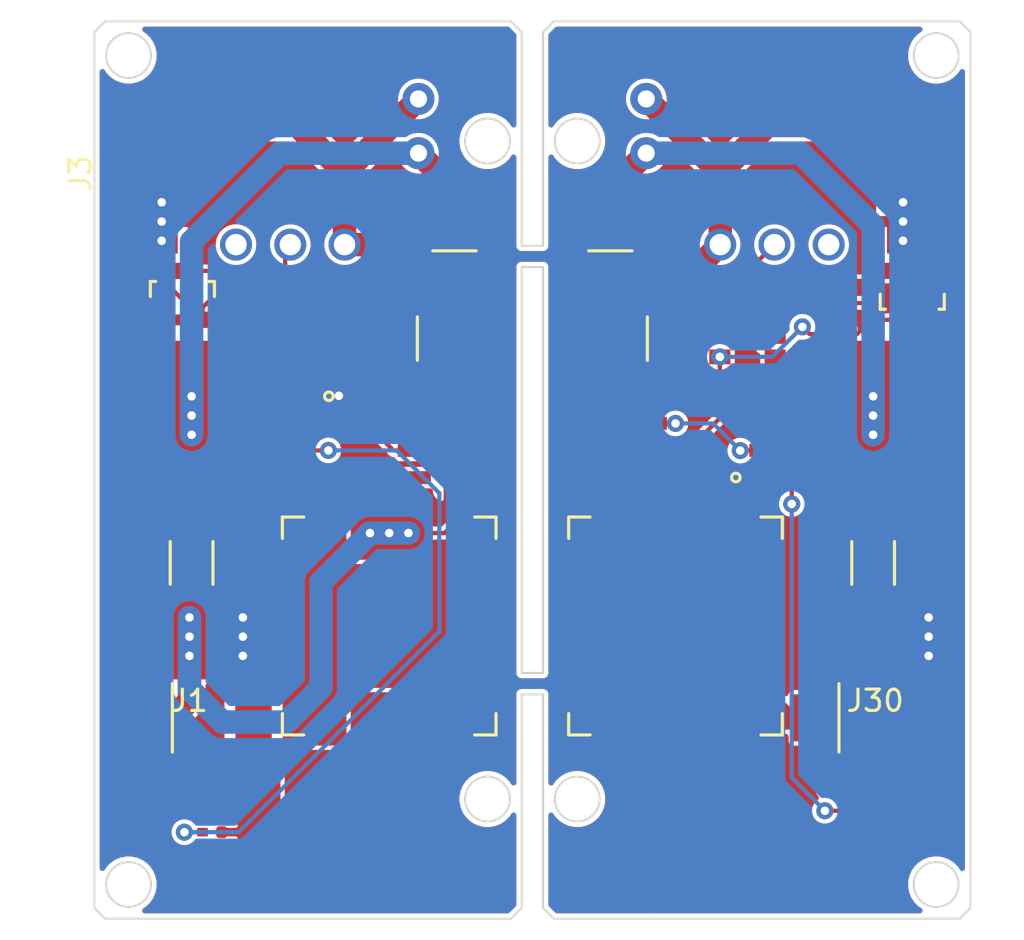
<source format=kicad_pcb>
(kicad_pcb (version 20171130) (host pcbnew "(5.1.5-rc2)")

  (general
    (thickness 1.6)
    (drawings 44)
    (tracks 379)
    (zones 0)
    (modules 50)
    (nets 30)
  )

  (page A4)
  (layers
    (0 F.Cu signal)
    (31 B.Cu signal)
    (32 B.Adhes user)
    (33 F.Adhes user)
    (34 B.Paste user)
    (35 F.Paste user)
    (36 B.SilkS user)
    (37 F.SilkS user)
    (38 B.Mask user)
    (39 F.Mask user)
    (40 Dwgs.User user)
    (41 Cmts.User user)
    (42 Eco1.User user)
    (43 Eco2.User user)
    (44 Edge.Cuts user)
    (45 Margin user)
    (46 B.CrtYd user)
    (47 F.CrtYd user)
    (48 B.Fab user)
    (49 F.Fab user)
  )

  (setup
    (last_trace_width 0.25)
    (user_trace_width 0.18)
    (user_trace_width 0.2)
    (user_trace_width 0.3)
    (user_trace_width 0.5)
    (user_trace_width 0.7)
    (user_trace_width 0.8)
    (user_trace_width 0.9)
    (user_trace_width 1)
    (user_trace_width 1.1)
    (user_trace_width 1.4)
    (user_trace_width 2.7)
    (user_trace_width 3)
    (trace_clearance 0.2)
    (zone_clearance 0.2)
    (zone_45_only yes)
    (trace_min 0.18)
    (via_size 0.8)
    (via_drill 0.4)
    (via_min_size 0.4)
    (via_min_drill 0.3)
    (uvia_size 0.3)
    (uvia_drill 0.1)
    (uvias_allowed no)
    (uvia_min_size 0.2)
    (uvia_min_drill 0.1)
    (edge_width 0.05)
    (segment_width 0.2)
    (pcb_text_width 0.3)
    (pcb_text_size 1.5 1.5)
    (mod_edge_width 0.12)
    (mod_text_size 1 1)
    (mod_text_width 0.15)
    (pad_size 3 1.5)
    (pad_drill 0)
    (pad_to_mask_clearance 0.051)
    (solder_mask_min_width 0.25)
    (aux_axis_origin 0 0)
    (visible_elements FFF9FFFF)
    (pcbplotparams
      (layerselection 0x010f0_ffffffff)
      (usegerberextensions true)
      (usegerberattributes false)
      (usegerberadvancedattributes false)
      (creategerberjobfile false)
      (excludeedgelayer true)
      (linewidth 0.100000)
      (plotframeref false)
      (viasonmask false)
      (mode 1)
      (useauxorigin false)
      (hpglpennumber 1)
      (hpglpenspeed 20)
      (hpglpendiameter 15.000000)
      (psnegative false)
      (psa4output false)
      (plotreference true)
      (plotvalue true)
      (plotinvisibletext false)
      (padsonsilk false)
      (subtractmaskfromsilk true)
      (outputformat 1)
      (mirror false)
      (drillshape 0)
      (scaleselection 1)
      (outputdirectory "Customize/"))
  )

  (net 0 "")
  (net 1 GND)
  (net 2 "Net-(C2-Pad1)")
  (net 3 "Net-(C5-Pad1)")
  (net 4 "Net-(D1-Pad2)")
  (net 5 "Net-(D2-Pad2)")
  (net 6 "Net-(Q1-Pad1)")
  (net 7 "Net-(R1-Pad2)")
  (net 8 "Net-(C6-Pad1)")
  (net 9 "Net-(D3-Pad2)")
  (net 10 "Net-(D4-Pad2)")
  (net 11 "Net-(Q3-Pad1)")
  (net 12 "Net-(R5-Pad2)")
  (net 13 "Net-(Q2-Pad1)")
  (net 14 "Net-(R47-Pad2)")
  (net 15 "Net-(C10-Pad1)")
  (net 16 "Net-(R10-Pad1)")
  (net 17 "Net-(R9-Pad1)")
  (net 18 "Net-(U2-Pad4)")
  (net 19 "Net-(C8-Pad1)")
  (net 20 "Net-(C12-Pad1)")
  (net 21 "Net-(Q5-Pad1)")
  (net 22 "Net-(R14-Pad1)")
  (net 23 "Net-(R6-Pad1)")
  (net 24 "Net-(R8-Pad2)")
  (net 25 "Net-(U5-Pad4)")
  (net 26 /+11.1V1)
  (net 27 /+11.1V2)
  (net 28 /SIG2)
  (net 29 /SIG1)

  (net_class Default "これはデフォルトのネット クラスです。"
    (clearance 0.2)
    (trace_width 0.25)
    (via_dia 0.8)
    (via_drill 0.4)
    (uvia_dia 0.3)
    (uvia_drill 0.1)
    (add_net /+11.1V1)
    (add_net /+11.1V2)
    (add_net /SIG1)
    (add_net /SIG2)
    (add_net GND)
    (add_net "Net-(C10-Pad1)")
    (add_net "Net-(C12-Pad1)")
    (add_net "Net-(C2-Pad1)")
    (add_net "Net-(C5-Pad1)")
    (add_net "Net-(C6-Pad1)")
    (add_net "Net-(C8-Pad1)")
    (add_net "Net-(D1-Pad2)")
    (add_net "Net-(D2-Pad2)")
    (add_net "Net-(D3-Pad2)")
    (add_net "Net-(D4-Pad2)")
    (add_net "Net-(Q1-Pad1)")
    (add_net "Net-(Q2-Pad1)")
    (add_net "Net-(Q3-Pad1)")
    (add_net "Net-(Q5-Pad1)")
    (add_net "Net-(R1-Pad2)")
    (add_net "Net-(R10-Pad1)")
    (add_net "Net-(R14-Pad1)")
    (add_net "Net-(R47-Pad2)")
    (add_net "Net-(R5-Pad2)")
    (add_net "Net-(R6-Pad1)")
    (add_net "Net-(R8-Pad2)")
    (add_net "Net-(R9-Pad1)")
    (add_net "Net-(RV1-Pad3)")
    (add_net "Net-(RV2-Pad3)")
    (add_net "Net-(U2-Pad4)")
    (add_net "Net-(U2-Pad5)")
    (add_net "Net-(U5-Pad4)")
    (add_net "Net-(U5-Pad5)")
  )

  (module module:VDFN-6 (layer F.Cu) (tedit 600A5653) (tstamp 600A7AC3)
    (at 4.55 25.35 90)
    (path /6019E6BC)
    (fp_text reference U8 (at 0 -7.12 90) (layer F.SilkS) hide
      (effects (font (size 1 1) (thickness 0.15)))
    )
    (fp_text value FAN3100T (at 0 -8.12 90) (layer F.Fab)
      (effects (font (size 1 1) (thickness 0.15)))
    )
    (fp_line (start -1 1) (end 1 1) (layer F.SilkS) (width 0.15))
    (fp_line (start -1 -1) (end 1 -1) (layer F.SilkS) (width 0.15))
    (pad 6 smd rect (at 0.9025 -0.65 90) (size 0.595 0.42) (layers F.Cu F.Paste F.Mask)
      (net 1 GND))
    (pad 5 smd rect (at 0.9025 0 90) (size 0.595 0.42) (layers F.Cu F.Paste F.Mask)
      (net 1 GND))
    (pad 4 smd rect (at 0.9025 0.65 90) (size 0.595 0.42) (layers F.Cu F.Paste F.Mask)
      (net 21 "Net-(Q5-Pad1)"))
    (pad 3 smd rect (at -0.9025 0.65 90) (size 0.595 0.42) (layers F.Cu F.Paste F.Mask)
      (net 27 /+11.1V2))
    (pad 2 smd rect (at -0.9025 0 90) (size 0.595 0.42) (layers F.Cu F.Paste F.Mask)
      (net 1 GND))
    (pad 1 smd rect (at -0.9025 -0.65 90) (size 0.595 0.42) (layers F.Cu F.Paste F.Mask)
      (net 28 /SIG2))
  )

  (module module:VDFN-6 (layer F.Cu) (tedit 600A5653) (tstamp 600A6B03)
    (at 36.45 25.35 90)
    (path /600BDAC9)
    (fp_text reference U7 (at 0 -7.12 90) (layer F.SilkS) hide
      (effects (font (size 1 1) (thickness 0.15)))
    )
    (fp_text value FAN3100T (at 0 -8.12 90) (layer F.Fab)
      (effects (font (size 1 1) (thickness 0.15)))
    )
    (fp_line (start -1 1) (end 1 1) (layer F.SilkS) (width 0.15))
    (fp_line (start -1 -1) (end 1 -1) (layer F.SilkS) (width 0.15))
    (pad 6 smd rect (at 0.9025 -0.65 90) (size 0.595 0.42) (layers F.Cu F.Paste F.Mask)
      (net 1 GND))
    (pad 5 smd rect (at 0.9025 0 90) (size 0.595 0.42) (layers F.Cu F.Paste F.Mask)
      (net 1 GND))
    (pad 4 smd rect (at 0.9025 0.65 90) (size 0.595 0.42) (layers F.Cu F.Paste F.Mask)
      (net 13 "Net-(Q2-Pad1)"))
    (pad 3 smd rect (at -0.9025 0.65 90) (size 0.595 0.42) (layers F.Cu F.Paste F.Mask)
      (net 26 /+11.1V1))
    (pad 2 smd rect (at -0.9025 0 90) (size 0.595 0.42) (layers F.Cu F.Paste F.Mask)
      (net 1 GND))
    (pad 1 smd rect (at -0.9025 -0.65 90) (size 0.595 0.42) (layers F.Cu F.Paste F.Mask)
      (net 29 /SIG1))
  )

  (module module:SOT-23-5 (layer F.Cu) (tedit 600586E4) (tstamp 6006A031)
    (at 10.429 14.75 90)
    (descr "5-pin TSOT23 package, http://cds.linear.com/docs/en/packaging/SOT_5_05-08-1635.pdf")
    (tags TSOT-23-5)
    (path /600BE6F4)
    (attr smd)
    (fp_text reference U6 (at 0 -2.450001 90) (layer F.SilkS) hide
      (effects (font (size 1 1) (thickness 0.15)))
    )
    (fp_text value COMPARATOR (at 0 2.5 90) (layer F.Fab)
      (effects (font (size 1 1) (thickness 0.15)))
    )
    (fp_line (start 0.88 -1.45) (end 0.88 1.45) (layer F.Fab) (width 0.1))
    (fp_line (start 0.88 1.45) (end -0.88 1.45) (layer F.Fab) (width 0.1))
    (fp_line (start -0.88 -1) (end -0.88 1.45) (layer F.Fab) (width 0.1))
    (fp_line (start 0.88 -1.45) (end -0.43 -1.45) (layer F.Fab) (width 0.1))
    (fp_line (start -0.88 -1) (end -0.43 -1.45) (layer F.Fab) (width 0.1))
    (fp_text user %R (at 0 0 270) (layer F.Fab)
      (effects (font (size 0.5 0.5) (thickness 0.075)))
    )
    (pad 5 smd rect (at 1.295 -0.953 90) (size 0.99 0.69) (layers F.Cu F.Paste F.Mask)
      (net 27 /+11.1V2))
    (pad 4 smd rect (at 1.295 0.953 90) (size 0.99 0.69) (layers F.Cu F.Paste F.Mask)
      (net 22 "Net-(R14-Pad1)"))
    (pad 3 smd rect (at -1.295 0.953 90) (size 0.99 0.69) (layers F.Cu F.Paste F.Mask)
      (net 19 "Net-(C8-Pad1)"))
    (pad 2 smd rect (at -1.295 0 90) (size 0.99 0.69) (layers F.Cu F.Paste F.Mask)
      (net 1 GND))
    (pad 1 smd rect (at -1.295 -0.953 90) (size 0.99 0.69) (layers F.Cu F.Paste F.Mask)
      (net 25 "Net-(U5-Pad4)"))
    (model ${KISYS3DMOD}/Package_TO_SOT_SMD.3dshapes/TSOT-23-5.wrl
      (at (xyz 0 0 0))
      (scale (xyz 1 1 1))
      (rotate (xyz 0 0 0))
    )
  )

  (module module:SOIC-8 (layer F.Cu) (tedit 5E70472F) (tstamp 60069382)
    (at 12.275 19.45)
    (path /600BE65A)
    (fp_text reference U5 (at 0.1 -0.8) (layer F.SilkS) hide
      (effects (font (size 1 1) (thickness 0.15)))
    )
    (fp_text value NE555 (at 0 -3.1) (layer F.Fab)
      (effects (font (size 1 1) (thickness 0.15)))
    )
    (fp_circle (center -1.3 -1.9) (end -1.3 -1.7) (layer F.SilkS) (width 0.15))
    (pad 8 smd rect (at 2.7 -1.905) (size 1.55 0.6) (layers F.Cu F.Paste F.Mask)
      (net 27 /+11.1V2))
    (pad 7 smd rect (at 2.7 -0.635) (size 1.55 0.6) (layers F.Cu F.Paste F.Mask)
      (net 12 "Net-(R5-Pad2)"))
    (pad 6 smd rect (at 2.7 0.635) (size 1.55 0.6) (layers F.Cu F.Paste F.Mask)
      (net 20 "Net-(C12-Pad1)"))
    (pad 5 smd rect (at 2.7 1.905) (size 1.55 0.6) (layers F.Cu F.Paste F.Mask))
    (pad 4 smd rect (at -2.7 1.905) (size 1.55 0.6) (layers F.Cu F.Paste F.Mask)
      (net 25 "Net-(U5-Pad4)"))
    (pad 3 smd rect (at -2.7 0.635) (size 1.55 0.6) (layers F.Cu F.Paste F.Mask)
      (net 24 "Net-(R8-Pad2)"))
    (pad 2 smd rect (at -2.7 -0.635) (size 1.55 0.6) (layers F.Cu F.Paste F.Mask)
      (net 20 "Net-(C12-Pad1)"))
    (pad 1 smd rect (at -2.7 -1.905) (size 1.55 0.6) (layers F.Cu F.Paste F.Mask)
      (net 1 GND))
  )

  (module module:SOT-23 (layer F.Cu) (tedit 600586D1) (tstamp 5E707322)
    (at 4.119 12.825)
    (descr SOT-23)
    (tags SOT-23)
    (path /600BE6EE)
    (attr smd)
    (fp_text reference U3 (at 0 -2.25) (layer F.SilkS) hide
      (effects (font (size 1 1) (thickness 0.15)))
    )
    (fp_text value REGULATOR5V (at 0 2.3) (layer F.Fab)
      (effects (font (size 1 1) (thickness 0.15)))
    )
    (fp_line (start 1.49982 -0.65024) (end 1.49982 0.0508) (layer F.SilkS) (width 0.15))
    (fp_line (start 1.29916 -0.65024) (end 1.49982 -0.65024) (layer F.SilkS) (width 0.15))
    (fp_line (start -1.49982 -0.65024) (end -1.2509 -0.65024) (layer F.SilkS) (width 0.15))
    (fp_line (start -1.49982 0.0508) (end -1.49982 -0.65024) (layer F.SilkS) (width 0.15))
    (fp_line (start 1.29916 -0.65024) (end 1.2509 -0.65024) (layer F.SilkS) (width 0.15))
    (pad 3 smd rect (at 0 -1.145) (size 0.76 0.76) (layers F.Cu F.Paste F.Mask)
      (net 27 /+11.1V2))
    (pad 2 smd rect (at 0.95 1.145) (size 0.76 0.76) (layers F.Cu F.Paste F.Mask)
      (net 19 "Net-(C8-Pad1)"))
    (pad 1 smd rect (at -0.95 1.145) (size 0.76 0.76) (layers F.Cu F.Paste F.Mask)
      (net 1 GND))
    (model TO_SOT_Packages_SMD.3dshapes/SOT-23.wrl
      (at (xyz 0 0 0))
      (scale (xyz 1 1 1))
      (rotate (xyz 0 0 0))
    )
  )

  (module module:1005 (layer F.Cu) (tedit 5BA72218) (tstamp 600692FA)
    (at 11.429 12.45)
    (path /600BE6C9)
    (fp_text reference R14 (at 0 -0.77) (layer F.SilkS) hide
      (effects (font (size 1 1) (thickness 0.15)))
    )
    (fp_text value 33K (at 0 -1.77) (layer F.Fab)
      (effects (font (size 1 1) (thickness 0.15)))
    )
    (pad 2 smd rect (at 0.5 0) (size 0.4 0.5) (layers F.Cu F.Paste F.Mask)
      (net 1 GND))
    (pad 1 smd rect (at -0.5 0) (size 0.4 0.5) (layers F.Cu F.Paste F.Mask)
      (net 22 "Net-(R14-Pad1)"))
  )

  (module module:1005 (layer F.Cu) (tedit 5BA72218) (tstamp 600692EE)
    (at 5.9595 37.45 270)
    (path /600BE5F8)
    (fp_text reference R12 (at 0 -0.77 90) (layer F.SilkS) hide
      (effects (font (size 1 1) (thickness 0.15)))
    )
    (fp_text value 10K (at 0 -1.77 90) (layer F.Fab)
      (effects (font (size 1 1) (thickness 0.15)))
    )
    (pad 2 smd rect (at 0.5 0 270) (size 0.4 0.5) (layers F.Cu F.Paste F.Mask)
      (net 1 GND))
    (pad 1 smd rect (at -0.5 0 270) (size 0.4 0.5) (layers F.Cu F.Paste F.Mask)
      (net 11 "Net-(Q3-Pad1)"))
  )

  (module module:TO-252 (layer F.Cu) (tedit 60059339) (tstamp 60069286)
    (at 4.55 18.45)
    (descr "aj01004.pdf (JRC)")
    (tags TO-252)
    (path /600BE696)
    (attr smd)
    (fp_text reference Q5 (at 0 -4.445) (layer F.SilkS) hide
      (effects (font (size 1 1) (thickness 0.15)))
    )
    (fp_text value MOS (at 0 9.4) (layer F.Fab)
      (effects (font (size 1 1) (thickness 0.15)))
    )
    (pad 3 smd rect (at 2.3 6.9) (size 1.5 2.5) (layers F.Cu F.Paste F.Mask)
      (net 1 GND))
    (pad 2 smd rect (at 0 0) (size 6.7 7) (layers F.Cu F.Paste F.Mask)
      (net 10 "Net-(D4-Pad2)"))
    (pad 1 smd rect (at -2.3 6.9) (size 1.5 2.5) (layers F.Cu F.Paste F.Mask)
      (net 21 "Net-(Q5-Pad1)"))
    (model SMD_Packages.3dshapes/powermite3.wrl
      (offset (xyz 0 -3.809999942779541 0))
      (scale (xyz 1.564039 1.6 1))
      (rotate (xyz 0 0 0))
    )
  )

  (module module:2Pads (layer F.Cu) (tedit 60068F74) (tstamp 6006920C)
    (at 3.1522 7.119 90)
    (path /600BE63B)
    (fp_text reference J3 (at 0 -3.81 90) (layer F.SilkS)
      (effects (font (size 1 1) (thickness 0.15)))
    )
    (fp_text value CAPACITOR (at 0 -5.08 90) (layer F.Fab)
      (effects (font (size 1 1) (thickness 0.15)))
    )
    (pad 2 smd rect (at 2.25 0 90) (size 3 1.5) (layers F.Cu F.Paste F.Mask)
      (net 8 "Net-(C6-Pad1)"))
    (pad 1 smd rect (at -2.25 0 90) (size 3 1.5) (layers F.Cu F.Paste F.Mask)
      (net 1 GND))
  )

  (module module:Molex_2pin_angled (layer F.Cu) (tedit 5B939549) (tstamp 60069F54)
    (at 15.169 4.9 90)
    (path /600BE69C)
    (fp_text reference J2 (at 0 -2.54 90) (layer F.SilkS) hide
      (effects (font (size 1 1) (thickness 0.15)))
    )
    (fp_text value SOLENOID (at 0 -5.08 90) (layer F.Fab)
      (effects (font (size 1 1) (thickness 0.15)))
    )
    (fp_line (start -3.7 1.3) (end -3.7 -6.6) (layer F.Fab) (width 0.15))
    (fp_line (start 3.7 1.3) (end -3.7 1.3) (layer F.Fab) (width 0.15))
    (fp_line (start 3.7 -6.6) (end 3.7 1.3) (layer F.Fab) (width 0.15))
    (fp_line (start -3.7 -6.6) (end 3.7 -6.6) (layer F.Fab) (width 0.15))
    (pad 2 thru_hole circle (at 1.27 0 90) (size 1.5 1.5) (drill 0.8) (layers *.Cu *.Mask)
      (net 8 "Net-(C6-Pad1)"))
    (pad 1 thru_hole circle (at -1.27 0 90) (size 1.5 1.5) (drill 0.8) (layers *.Cu *.Mask)
      (net 10 "Net-(D4-Pad2)"))
  )

  (module module:3Pads (layer F.Cu) (tedit 60068D55) (tstamp 600691FC)
    (at 4.45 28.8 180)
    (path /600BE5E4)
    (fp_text reference J1 (at 0 -3) (layer F.SilkS)
      (effects (font (size 1 1) (thickness 0.15)))
    )
    (fp_text value INPUT (at 0 -5) (layer F.Fab)
      (effects (font (size 1 1) (thickness 0.15)))
    )
    (pad 3 smd rect (at 2.5 0 180) (size 1.5 4) (layers F.Cu F.Paste F.Mask)
      (net 28 /SIG2))
    (pad 1 smd rect (at -2.5 0 180) (size 1.5 4) (layers F.Cu F.Paste F.Mask)
      (net 1 GND))
    (pad 2 smd rect (at 0 0 180) (size 1.5 4) (layers F.Cu F.Paste F.Mask)
      (net 27 /+11.1V2))
  )

  (module module:1005 (layer F.Cu) (tedit 5BA72218) (tstamp 600691D1)
    (at 16.6 21.25 270)
    (path /600BE653)
    (fp_text reference C12 (at 0 -0.77 90) (layer F.SilkS) hide
      (effects (font (size 1 1) (thickness 0.15)))
    )
    (fp_text value 10n (at 0 -1.77 90) (layer F.Fab)
      (effects (font (size 1 1) (thickness 0.15)))
    )
    (pad 2 smd rect (at 0.5 0 270) (size 0.4 0.5) (layers F.Cu F.Paste F.Mask)
      (net 1 GND))
    (pad 1 smd rect (at -0.5 0 270) (size 0.4 0.5) (layers F.Cu F.Paste F.Mask)
      (net 20 "Net-(C12-Pad1)"))
  )

  (module module:1005 (layer F.Cu) (tedit 5BA72218) (tstamp 600691CB)
    (at 3.1 34.65)
    (path /600BE628)
    (fp_text reference C11 (at 0 -0.77) (layer F.SilkS) hide
      (effects (font (size 1 1) (thickness 0.15)))
    )
    (fp_text value 100n (at 0 -1.77) (layer F.Fab)
      (effects (font (size 1 1) (thickness 0.15)))
    )
    (pad 2 smd rect (at 0.5 0) (size 0.4 0.5) (layers F.Cu F.Paste F.Mask)
      (net 1 GND))
    (pad 1 smd rect (at -0.5 0) (size 0.4 0.5) (layers F.Cu F.Paste F.Mask)
      (net 27 /+11.1V2))
  )

  (module module:TANTALCAP-6032 (layer F.Cu) (tedit 5B9CD714) (tstamp 5E707051)
    (at 4.9 32.6)
    (path /600BE61C)
    (fp_text reference C9 (at 0 -2.75) (layer F.SilkS) hide
      (effects (font (size 1 1) (thickness 0.15)))
    )
    (fp_text value 100u (at 0 -2.75) (layer F.Fab)
      (effects (font (size 1 1) (thickness 0.15)))
    )
    (fp_line (start -1.25 -1.6) (end -1.25 1.6) (layer F.SilkS) (width 0.15))
    (pad 2 smd rect (at 2.55 0) (size 1.7 2.2) (layers F.Cu F.Paste F.Mask)
      (net 1 GND))
    (pad 1 smd rect (at -2.55 0) (size 1.7 2.2) (layers F.Cu F.Paste F.Mask)
      (net 27 /+11.1V2))
  )

  (module module:1608 (layer F.Cu) (tedit 5B80E186) (tstamp 5F8C756B)
    (at 1.669 12.825 270)
    (path /600BE6E8)
    (fp_text reference C8 (at 0 0.5 90) (layer F.SilkS) hide
      (effects (font (size 1 1) (thickness 0.15)))
    )
    (fp_text value 1u (at 0 -1.4 90) (layer F.Fab)
      (effects (font (size 1 1) (thickness 0.15)))
    )
    (pad 2 smd rect (at 0.75 0 270) (size 0.8 0.8) (layers F.Cu F.Paste F.Mask)
      (net 1 GND))
    (pad 1 smd rect (at -0.75 0 270) (size 0.8 0.8) (layers F.Cu F.Paste F.Mask)
      (net 19 "Net-(C8-Pad1)"))
  )

  (module module:1608 (layer F.Cu) (tedit 5B80E186) (tstamp 5E707045)
    (at 6.569 12.825 270)
    (path /600BE6E2)
    (fp_text reference C7 (at 0 0.5 90) (layer F.SilkS) hide
      (effects (font (size 1 1) (thickness 0.15)))
    )
    (fp_text value 1u (at 0 -1.4 90) (layer F.Fab)
      (effects (font (size 1 1) (thickness 0.15)))
    )
    (pad 2 smd rect (at 0.75 0 270) (size 0.8 0.8) (layers F.Cu F.Paste F.Mask)
      (net 1 GND))
    (pad 1 smd rect (at -0.75 0 270) (size 0.8 0.8) (layers F.Cu F.Paste F.Mask)
      (net 27 /+11.1V2))
  )

  (module module:Inductor_10x10x3.8 (layer F.Cu) (tedit 600679F6) (tstamp 5E7071DE)
    (at 13.8 28.3 180)
    (path /600BE5F1)
    (fp_text reference L2 (at 0 0.5) (layer F.SilkS) hide
      (effects (font (size 1 1) (thickness 0.15)))
    )
    (fp_text value 47u (at 0 0) (layer F.Fab)
      (effects (font (size 1 1) (thickness 0.15)))
    )
    (fp_line (start -5 -5.1) (end -5 -4.1) (layer F.SilkS) (width 0.15))
    (fp_line (start 5 -4.1) (end 5 -5.1) (layer F.SilkS) (width 0.15))
    (fp_line (start -5 5.1) (end -4 5.1) (layer F.SilkS) (width 0.15))
    (fp_line (start -5 4.1) (end -5 5.1) (layer F.SilkS) (width 0.15))
    (fp_line (start -4 -5.1) (end -5 -5.1) (layer F.SilkS) (width 0.15))
    (fp_line (start 4 5.1) (end 5 5.1) (layer F.SilkS) (width 0.15))
    (fp_line (start 5 4.1) (end 5 5.1) (layer F.SilkS) (width 0.15))
    (fp_line (start 4 -5.1) (end 5 -5.1) (layer F.SilkS) (width 0.15))
    (pad 1 smd rect (at 0 -4.35 180) (size 3.6 2.5) (layers F.Cu F.Paste F.Mask)
      (net 9 "Net-(D3-Pad2)"))
    (pad 2 smd rect (at 0 4.35 180) (size 3.6 2.5) (layers F.Cu F.Paste F.Mask)
      (net 27 /+11.1V2))
  )

  (module module:Inductor_10x10x3.8 (layer F.Cu) (tedit 600679F6) (tstamp 5E705E1A)
    (at 27.2 28.3 180)
    (path /5E71A3EA)
    (fp_text reference L1 (at 0 0.5 180) (layer F.SilkS) hide
      (effects (font (size 1 1) (thickness 0.15)))
    )
    (fp_text value 47u (at 0 0 180) (layer F.Fab)
      (effects (font (size 1 1) (thickness 0.15)))
    )
    (fp_line (start 4 -5.1) (end 5 -5.1) (layer F.SilkS) (width 0.15))
    (fp_line (start 5 4.1) (end 5 5.1) (layer F.SilkS) (width 0.15))
    (fp_line (start 4 5.1) (end 5 5.1) (layer F.SilkS) (width 0.15))
    (fp_line (start -4 -5.1) (end -5 -5.1) (layer F.SilkS) (width 0.15))
    (fp_line (start -5 4.1) (end -5 5.1) (layer F.SilkS) (width 0.15))
    (fp_line (start -5 5.1) (end -4 5.1) (layer F.SilkS) (width 0.15))
    (fp_line (start 5 -4.1) (end 5 -5.1) (layer F.SilkS) (width 0.15))
    (fp_line (start -5 -5.1) (end -5 -4.1) (layer F.SilkS) (width 0.15))
    (pad 2 smd rect (at 0 4.35 180) (size 3.6 2.5) (layers F.Cu F.Paste F.Mask)
      (net 26 /+11.1V1))
    (pad 1 smd rect (at 0 -4.35 180) (size 3.6 2.5) (layers F.Cu F.Paste F.Mask)
      (net 4 "Net-(D1-Pad2)"))
  )

  (module module:3Pads (layer F.Cu) (tedit 60067A99) (tstamp 6005DD6A)
    (at 36.55 28.8 180)
    (path /5E70896A)
    (fp_text reference J30 (at 0 -3) (layer F.SilkS)
      (effects (font (size 1 1) (thickness 0.15)))
    )
    (fp_text value INPUT (at 0 -5) (layer F.Fab)
      (effects (font (size 1 1) (thickness 0.15)))
    )
    (pad 3 smd rect (at 2.5 0 180) (size 1.5 4) (layers F.Cu F.Paste F.Mask)
      (net 29 /SIG1))
    (pad 1 smd rect (at -2.5 0 180) (size 1.5 4) (layers F.Cu F.Paste F.Mask)
      (net 1 GND))
    (pad 2 smd rect (at 0 0 180) (size 1.5 4) (layers F.Cu F.Paste F.Mask)
      (net 26 /+11.1V1))
  )

  (module module:TO-252 (layer F.Cu) (tedit 60059339) (tstamp 60059F9F)
    (at 12.4095 37.45 270)
    (descr "aj01004.pdf (JRC)")
    (tags TO-252)
    (path /600BE5EA)
    (attr smd)
    (fp_text reference Q3 (at 0 -5.3 90) (layer F.SilkS) hide
      (effects (font (size 1 1) (thickness 0.15)))
    )
    (fp_text value MOS (at 0 9.4 90) (layer F.Fab)
      (effects (font (size 1 1) (thickness 0.15)))
    )
    (pad 3 smd rect (at 2.3 6.9 270) (size 1.5 2.5) (layers F.Cu F.Paste F.Mask)
      (net 1 GND))
    (pad 2 smd rect (at 0 0 270) (size 6.7 7) (layers F.Cu F.Paste F.Mask)
      (net 9 "Net-(D3-Pad2)"))
    (pad 1 smd rect (at -2.3 6.9 270) (size 1.5 2.5) (layers F.Cu F.Paste F.Mask)
      (net 11 "Net-(Q3-Pad1)"))
    (model SMD_Packages.3dshapes/powermite3.wrl
      (offset (xyz 0 -3.809999942779541 0))
      (scale (xyz 1.564039 1.6 1))
      (rotate (xyz 0 0 0))
    )
  )

  (module module:TO-252 (layer F.Cu) (tedit 60059339) (tstamp 5E705E42)
    (at 36.45 18.45)
    (descr "aj01004.pdf (JRC)")
    (tags TO-252)
    (path /5E807922)
    (attr smd)
    (fp_text reference Q2 (at 0 -5.3) (layer F.SilkS) hide
      (effects (font (size 1 1) (thickness 0.15)))
    )
    (fp_text value MOS (at 0 9.4) (layer F.Fab)
      (effects (font (size 1 1) (thickness 0.15)))
    )
    (pad 3 smd rect (at 2.3 6.9) (size 1.5 2.5) (layers F.Cu F.Paste F.Mask)
      (net 1 GND))
    (pad 2 smd rect (at 0 0) (size 6.7 7) (layers F.Cu F.Paste F.Mask)
      (net 5 "Net-(D2-Pad2)"))
    (pad 1 smd rect (at -2.3 6.9) (size 1.5 2.5) (layers F.Cu F.Paste F.Mask)
      (net 13 "Net-(Q2-Pad1)"))
    (model SMD_Packages.3dshapes/powermite3.wrl
      (offset (xyz 0 -3.809999942779541 0))
      (scale (xyz 1.564039 1.6 1))
      (rotate (xyz 0 0 0))
    )
  )

  (module module:TO-252 (layer F.Cu) (tedit 60059339) (tstamp 5F8C7A79)
    (at 28.5905 37.45 90)
    (descr "aj01004.pdf (JRC)")
    (tags TO-252)
    (path /604CC03B)
    (attr smd)
    (fp_text reference Q1 (at 0 -5.3 90) (layer F.SilkS) hide
      (effects (font (size 1 1) (thickness 0.15)))
    )
    (fp_text value MOS (at 0 9.4 90) (layer F.Fab)
      (effects (font (size 1 1) (thickness 0.15)))
    )
    (pad 3 smd rect (at 2.3 6.9 90) (size 1.5 2.5) (layers F.Cu F.Paste F.Mask)
      (net 1 GND))
    (pad 2 smd rect (at 0 0 90) (size 6.7 7) (layers F.Cu F.Paste F.Mask)
      (net 4 "Net-(D1-Pad2)"))
    (pad 1 smd rect (at -2.3 6.9 90) (size 1.5 2.5) (layers F.Cu F.Paste F.Mask)
      (net 6 "Net-(Q1-Pad1)"))
    (model SMD_Packages.3dshapes/powermite3.wrl
      (offset (xyz 0 -3.809999942779541 0))
      (scale (xyz 1.564039 1.6 1))
      (rotate (xyz 0 0 0))
    )
  )

  (module module:SOT-23-5 (layer F.Cu) (tedit 600586E4) (tstamp 6005CF1B)
    (at 30.571 14.75 180)
    (descr "5-pin TSOT23 package, http://cds.linear.com/docs/en/packaging/SOT_5_05-08-1635.pdf")
    (tags TSOT-23-5)
    (path /600A73FE)
    (attr smd)
    (fp_text reference U4 (at 0 -2.450001) (layer F.SilkS) hide
      (effects (font (size 1 1) (thickness 0.15)))
    )
    (fp_text value COMPARATOR (at 0 2.5) (layer F.Fab)
      (effects (font (size 1 1) (thickness 0.15)))
    )
    (fp_line (start 0.88 -1.45) (end 0.88 1.45) (layer F.Fab) (width 0.1))
    (fp_line (start 0.88 1.45) (end -0.88 1.45) (layer F.Fab) (width 0.1))
    (fp_line (start -0.88 -1) (end -0.88 1.45) (layer F.Fab) (width 0.1))
    (fp_line (start 0.88 -1.45) (end -0.43 -1.45) (layer F.Fab) (width 0.1))
    (fp_line (start -0.88 -1) (end -0.43 -1.45) (layer F.Fab) (width 0.1))
    (fp_text user %R (at 0 0 90) (layer F.Fab)
      (effects (font (size 0.5 0.5) (thickness 0.075)))
    )
    (pad 5 smd rect (at 1.295 -0.953 180) (size 0.99 0.69) (layers F.Cu F.Paste F.Mask)
      (net 26 /+11.1V1))
    (pad 4 smd rect (at 1.295 0.953 180) (size 0.99 0.69) (layers F.Cu F.Paste F.Mask)
      (net 16 "Net-(R10-Pad1)"))
    (pad 3 smd rect (at -1.295 0.953 180) (size 0.99 0.69) (layers F.Cu F.Paste F.Mask)
      (net 15 "Net-(C10-Pad1)"))
    (pad 2 smd rect (at -1.295 0 180) (size 0.99 0.69) (layers F.Cu F.Paste F.Mask)
      (net 1 GND))
    (pad 1 smd rect (at -1.295 -0.953 180) (size 0.99 0.69) (layers F.Cu F.Paste F.Mask)
      (net 18 "Net-(U2-Pad4)"))
    (model ${KISYS3DMOD}/Package_TO_SOT_SMD.3dshapes/TSOT-23-5.wrl
      (at (xyz 0 0 0))
      (scale (xyz 1 1 1))
      (rotate (xyz 0 0 0))
    )
  )

  (module module:SOT-23 (layer F.Cu) (tedit 600586D1) (tstamp 6005D222)
    (at 38.281 12.825 180)
    (descr SOT-23)
    (tags SOT-23)
    (path /600A94B9)
    (attr smd)
    (fp_text reference U1 (at 0 -2.25) (layer F.SilkS) hide
      (effects (font (size 1 1) (thickness 0.15)))
    )
    (fp_text value REGULATOR5V (at 0 2.3) (layer F.Fab)
      (effects (font (size 1 1) (thickness 0.15)))
    )
    (fp_line (start 1.49982 -0.65024) (end 1.49982 0.0508) (layer F.SilkS) (width 0.15))
    (fp_line (start 1.29916 -0.65024) (end 1.49982 -0.65024) (layer F.SilkS) (width 0.15))
    (fp_line (start -1.49982 -0.65024) (end -1.2509 -0.65024) (layer F.SilkS) (width 0.15))
    (fp_line (start -1.49982 0.0508) (end -1.49982 -0.65024) (layer F.SilkS) (width 0.15))
    (fp_line (start 1.29916 -0.65024) (end 1.2509 -0.65024) (layer F.SilkS) (width 0.15))
    (pad 3 smd rect (at 0 -1.145 180) (size 0.76 0.76) (layers F.Cu F.Paste F.Mask)
      (net 26 /+11.1V1))
    (pad 2 smd rect (at 0.95 1.145 180) (size 0.76 0.76) (layers F.Cu F.Paste F.Mask)
      (net 15 "Net-(C10-Pad1)"))
    (pad 1 smd rect (at -0.95 1.145 180) (size 0.76 0.76) (layers F.Cu F.Paste F.Mask)
      (net 1 GND))
    (model TO_SOT_Packages_SMD.3dshapes/SOT-23.wrl
      (at (xyz 0 0 0))
      (scale (xyz 1 1 1))
      (rotate (xyz 0 0 0))
    )
  )

  (module module:1005 (layer F.Cu) (tedit 5BA72218) (tstamp 6005CF03)
    (at 31.571 12.45)
    (path /601250E7)
    (fp_text reference R10 (at 0 -0.77) (layer F.SilkS) hide
      (effects (font (size 1 1) (thickness 0.15)))
    )
    (fp_text value 33K (at 0 -1.77) (layer F.Fab)
      (effects (font (size 1 1) (thickness 0.15)))
    )
    (pad 2 smd rect (at 0.5 0) (size 0.4 0.5) (layers F.Cu F.Paste F.Mask)
      (net 1 GND))
    (pad 1 smd rect (at -0.5 0) (size 0.4 0.5) (layers F.Cu F.Paste F.Mask)
      (net 16 "Net-(R10-Pad1)"))
  )

  (module module:1005 (layer F.Cu) (tedit 5BA72218) (tstamp 60058D9C)
    (at 29.571 12.45)
    (path /60124670)
    (fp_text reference R9 (at 0 -0.77) (layer F.SilkS) hide
      (effects (font (size 1 1) (thickness 0.15)))
    )
    (fp_text value 100K (at 0 -1.77) (layer F.Fab)
      (effects (font (size 1 1) (thickness 0.15)))
    )
    (pad 2 smd rect (at 0.5 0) (size 0.4 0.5) (layers F.Cu F.Paste F.Mask)
      (net 16 "Net-(R10-Pad1)"))
    (pad 1 smd rect (at -0.5 0) (size 0.4 0.5) (layers F.Cu F.Paste F.Mask)
      (net 17 "Net-(R9-Pad1)"))
  )

  (module module:1608 (layer F.Cu) (tedit 5B80E186) (tstamp 60058BF5)
    (at 35.081 12.45 180)
    (path /600B5451)
    (fp_text reference C10 (at 0 0.5) (layer F.SilkS) hide
      (effects (font (size 1 1) (thickness 0.15)))
    )
    (fp_text value 1u (at 0 -1.4) (layer F.Fab)
      (effects (font (size 1 1) (thickness 0.15)))
    )
    (pad 2 smd rect (at 0.75 0 180) (size 0.8 0.8) (layers F.Cu F.Paste F.Mask)
      (net 1 GND))
    (pad 1 smd rect (at -0.75 0 180) (size 0.8 0.8) (layers F.Cu F.Paste F.Mask)
      (net 15 "Net-(C10-Pad1)"))
  )

  (module module:1608 (layer F.Cu) (tedit 5B80E186) (tstamp 60058BA0)
    (at 35.081 13.9 180)
    (path /600B64A3)
    (fp_text reference C1 (at 0 0.5) (layer F.SilkS) hide
      (effects (font (size 1 1) (thickness 0.15)))
    )
    (fp_text value 1u (at 0 -1.4) (layer F.Fab)
      (effects (font (size 1 1) (thickness 0.15)))
    )
    (pad 2 smd rect (at 0.75 0 180) (size 0.8 0.8) (layers F.Cu F.Paste F.Mask)
      (net 1 GND))
    (pad 1 smd rect (at -0.75 0 180) (size 0.8 0.8) (layers F.Cu F.Paste F.Mask)
      (net 26 /+11.1V1))
  )

  (module module:CONN_01x03 (layer F.Cu) (tedit 5B7A574E) (tstamp 5F8C7C10)
    (at 31.831 10.45)
    (path /604CC051)
    (fp_text reference RV1 (at 0 -1.27) (layer F.SilkS) hide
      (effects (font (size 1 1) (thickness 0.15)))
    )
    (fp_text value 1M (at 0 -1.27) (layer F.Fab)
      (effects (font (size 1 1) (thickness 0.15)))
    )
    (pad 3 thru_hole circle (at 2.54 0) (size 1.5 1.5) (drill 1) (layers *.Cu *.Mask))
    (pad 2 thru_hole circle (at 0 0) (size 1.5 1.5) (drill 1) (layers *.Cu *.Mask)
      (net 17 "Net-(R9-Pad1)"))
    (pad 1 thru_hole circle (at -2.54 0) (size 1.5 1.5) (drill 1) (layers *.Cu *.Mask)
      (net 2 "Net-(C2-Pad1)"))
  )

  (module module:1005 (layer F.Cu) (tedit 5BA72218) (tstamp 5F8C7BF7)
    (at 35.0405 37.45 90)
    (path /604CC071)
    (fp_text reference R47 (at 0 -0.77 90) (layer F.SilkS) hide
      (effects (font (size 1 1) (thickness 0.15)))
    )
    (fp_text value 100R (at 0 -1.77 90) (layer F.Fab)
      (effects (font (size 1 1) (thickness 0.15)))
    )
    (pad 2 smd rect (at 0.5 0 90) (size 0.4 0.5) (layers F.Cu F.Paste F.Mask)
      (net 14 "Net-(R47-Pad2)"))
    (pad 1 smd rect (at -0.5 0 90) (size 0.4 0.5) (layers F.Cu F.Paste F.Mask)
      (net 6 "Net-(Q1-Pad1)"))
  )

  (module module:1005 (layer F.Cu) (tedit 5BA72218) (tstamp 5F8C7B39)
    (at 16.6 17.65 270)
    (path /600BE608)
    (fp_text reference R5 (at 0 -0.77 90) (layer F.SilkS) hide
      (effects (font (size 1 1) (thickness 0.15)))
    )
    (fp_text value 220R (at 0 -1.77 90) (layer F.Fab)
      (effects (font (size 1 1) (thickness 0.15)))
    )
    (pad 2 smd rect (at 0.5 0 270) (size 0.4 0.5) (layers F.Cu F.Paste F.Mask)
      (net 12 "Net-(R5-Pad2)"))
    (pad 1 smd rect (at -0.5 0 270) (size 0.4 0.5) (layers F.Cu F.Paste F.Mask)
      (net 27 /+11.1V2))
  )

  (module module:1005 (layer F.Cu) (tedit 5BA72218) (tstamp 5F8C7B1F)
    (at 24.4 19.45 90)
    (path /604CC052)
    (fp_text reference R2 (at 0 -0.77 90) (layer F.SilkS) hide
      (effects (font (size 1 1) (thickness 0.15)))
    )
    (fp_text value 220R (at 0 -1.77 90) (layer F.Fab)
      (effects (font (size 1 1) (thickness 0.15)))
    )
    (pad 2 smd rect (at 0.5 0 90) (size 0.4 0.5) (layers F.Cu F.Paste F.Mask)
      (net 3 "Net-(C5-Pad1)"))
    (pad 1 smd rect (at -0.5 0 90) (size 0.4 0.5) (layers F.Cu F.Paste F.Mask)
      (net 7 "Net-(R1-Pad2)"))
  )

  (module module:1005 (layer F.Cu) (tedit 5BA72218) (tstamp 5F8C7B19)
    (at 24.4 21.25 90)
    (path /604CC050)
    (fp_text reference R1 (at 0 -0.77 90) (layer F.SilkS) hide
      (effects (font (size 1 1) (thickness 0.15)))
    )
    (fp_text value 220R (at 0 -1.77 90) (layer F.Fab)
      (effects (font (size 1 1) (thickness 0.15)))
    )
    (pad 2 smd rect (at 0.5 0 90) (size 0.4 0.5) (layers F.Cu F.Paste F.Mask)
      (net 7 "Net-(R1-Pad2)"))
    (pad 1 smd rect (at -0.5 0 90) (size 0.4 0.5) (layers F.Cu F.Paste F.Mask)
      (net 26 /+11.1V1))
  )

  (module module:DO-214AC (layer F.Cu) (tedit 5A7ED3A7) (tstamp 5F8C7643)
    (at 16.85 9.979 90)
    (path /600BE6A8)
    (fp_text reference D4 (at 0 0.5 90) (layer F.SilkS) hide
      (effects (font (size 1 1) (thickness 0.15)))
    )
    (fp_text value D (at 0 -2.032 90) (layer F.Fab)
      (effects (font (size 1 1) (thickness 0.15)))
    )
    (fp_line (start -0.762 -1.016) (end -0.762 1.016) (layer F.SilkS) (width 0.15))
    (pad 2 smd rect (at 2.032 0 90) (size 1.778 2.159) (layers F.Cu F.Paste F.Mask)
      (net 10 "Net-(D4-Pad2)"))
    (pad 1 smd rect (at -2.032 0 90) (size 1.778 2.159) (layers F.Cu F.Paste F.Mask)
      (net 8 "Net-(C6-Pad1)"))
  )

  (module module:1005 (layer F.Cu) (tedit 5BA72218) (tstamp 5F8C7559)
    (at 1.6 7.119 270)
    (path /600BE632)
    (fp_text reference C6 (at 0 -0.77 90) (layer F.SilkS) hide
      (effects (font (size 1 1) (thickness 0.15)))
    )
    (fp_text value 100n (at 0 -1.77 90) (layer F.Fab)
      (effects (font (size 1 1) (thickness 0.15)))
    )
    (pad 2 smd rect (at 0.5 0 270) (size 0.4 0.5) (layers F.Cu F.Paste F.Mask)
      (net 1 GND))
    (pad 1 smd rect (at -0.5 0 270) (size 0.4 0.5) (layers F.Cu F.Paste F.Mask)
      (net 8 "Net-(C6-Pad1)"))
  )

  (module module:TANTALCAP-6032 (layer F.Cu) (tedit 5B9CD714) (tstamp 5F8C753F)
    (at 36.1 32.6)
    (path /604CC05C)
    (fp_text reference C3 (at 0 -2.75) (layer F.SilkS) hide
      (effects (font (size 1 1) (thickness 0.15)))
    )
    (fp_text value 100u (at 0 -2.75) (layer F.Fab)
      (effects (font (size 1 1) (thickness 0.15)))
    )
    (fp_line (start -1.25 -1.6) (end -1.25 1.6) (layer F.SilkS) (width 0.15))
    (pad 2 smd rect (at 2.55 0) (size 1.7 2.2) (layers F.Cu F.Paste F.Mask)
      (net 1 GND))
    (pad 1 smd rect (at -2.55 0) (size 1.7 2.2) (layers F.Cu F.Paste F.Mask)
      (net 26 /+11.1V1))
  )

  (module module:CONN_01x03 (layer F.Cu) (tedit 5B7A574E) (tstamp 5E7072A5)
    (at 9.169 10.45 180)
    (path /600BE6FA)
    (fp_text reference RV2 (at 0 -1.27) (layer F.SilkS) hide
      (effects (font (size 1 1) (thickness 0.15)))
    )
    (fp_text value 1M (at 0 -1.27) (layer F.Fab)
      (effects (font (size 1 1) (thickness 0.15)))
    )
    (pad 3 thru_hole circle (at 2.54 0 180) (size 1.5 1.5) (drill 1) (layers *.Cu *.Mask))
    (pad 2 thru_hole circle (at 0 0 180) (size 1.5 1.5) (drill 1) (layers *.Cu *.Mask)
      (net 23 "Net-(R6-Pad1)"))
    (pad 1 thru_hole circle (at -2.54 0 180) (size 1.5 1.5) (drill 1) (layers *.Cu *.Mask)
      (net 8 "Net-(C6-Pad1)"))
  )

  (module module:1005 (layer F.Cu) (tedit 5BA72218) (tstamp 5E707292)
    (at 5.0595 37.45 270)
    (path /600BE649)
    (fp_text reference R8 (at 0 -0.77 90) (layer F.SilkS) hide
      (effects (font (size 1 1) (thickness 0.15)))
    )
    (fp_text value 100R (at 0 -1.77 90) (layer F.Fab)
      (effects (font (size 1 1) (thickness 0.15)))
    )
    (pad 2 smd rect (at 0.5 0 270) (size 0.4 0.5) (layers F.Cu F.Paste F.Mask)
      (net 24 "Net-(R8-Pad2)"))
    (pad 1 smd rect (at -0.5 0 270) (size 0.4 0.5) (layers F.Cu F.Paste F.Mask)
      (net 11 "Net-(Q3-Pad1)"))
  )

  (module module:1005 (layer F.Cu) (tedit 5BA72218) (tstamp 5E70728C)
    (at 16.6 19.45 270)
    (path /600BE60E)
    (fp_text reference R7 (at 0 -0.77 90) (layer F.SilkS) hide
      (effects (font (size 1 1) (thickness 0.15)))
    )
    (fp_text value 220R (at 0 -1.77 90) (layer F.Fab)
      (effects (font (size 1 1) (thickness 0.15)))
    )
    (pad 2 smd rect (at 0.5 0 270) (size 0.4 0.5) (layers F.Cu F.Paste F.Mask)
      (net 20 "Net-(C12-Pad1)"))
    (pad 1 smd rect (at -0.5 0 270) (size 0.4 0.5) (layers F.Cu F.Paste F.Mask)
      (net 12 "Net-(R5-Pad2)"))
  )

  (module module:1005 (layer F.Cu) (tedit 5BA72218) (tstamp 5E707286)
    (at 9.429 12.45)
    (path /600BE6CF)
    (fp_text reference R6 (at 0 -0.77) (layer F.SilkS) hide
      (effects (font (size 1 1) (thickness 0.15)))
    )
    (fp_text value 100K (at 0 -1.77) (layer F.Fab)
      (effects (font (size 1 1) (thickness 0.15)))
    )
    (pad 2 smd rect (at 0.5 0) (size 0.4 0.5) (layers F.Cu F.Paste F.Mask)
      (net 22 "Net-(R14-Pad1)"))
    (pad 1 smd rect (at -0.5 0) (size 0.4 0.5) (layers F.Cu F.Paste F.Mask)
      (net 23 "Net-(R6-Pad1)"))
  )

  (module module:DO-214AC (layer F.Cu) (tedit 5A7ED3A7) (tstamp 5E707070)
    (at 15.879 14.85)
    (path /600BE602)
    (fp_text reference D3 (at 0 0.5) (layer F.SilkS) hide
      (effects (font (size 1 1) (thickness 0.15)))
    )
    (fp_text value D (at 0 -2.032) (layer F.Fab)
      (effects (font (size 1 1) (thickness 0.15)))
    )
    (fp_line (start -0.762 -1.016) (end -0.762 1.016) (layer F.SilkS) (width 0.15))
    (pad 2 smd rect (at 2.032 0) (size 1.778 2.159) (layers F.Cu F.Paste F.Mask)
      (net 9 "Net-(D3-Pad2)"))
    (pad 1 smd rect (at -2.032 0) (size 1.778 2.159) (layers F.Cu F.Paste F.Mask)
      (net 8 "Net-(C6-Pad1)"))
  )

  (module module:SOIC-8 (layer F.Cu) (tedit 5E70472F) (tstamp 5E705EC5)
    (at 28.725 19.45 180)
    (path /5E7B5649)
    (fp_text reference U2 (at 0.1 -0.8) (layer F.SilkS) hide
      (effects (font (size 1 1) (thickness 0.15)))
    )
    (fp_text value NE555 (at 0 -3.1) (layer F.Fab)
      (effects (font (size 1 1) (thickness 0.15)))
    )
    (fp_circle (center -1.3 -1.9) (end -1.3 -1.7) (layer F.SilkS) (width 0.15))
    (pad 8 smd rect (at 2.7 -1.905 180) (size 1.55 0.6) (layers F.Cu F.Paste F.Mask)
      (net 26 /+11.1V1))
    (pad 7 smd rect (at 2.7 -0.635 180) (size 1.55 0.6) (layers F.Cu F.Paste F.Mask)
      (net 7 "Net-(R1-Pad2)"))
    (pad 6 smd rect (at 2.7 0.635 180) (size 1.55 0.6) (layers F.Cu F.Paste F.Mask)
      (net 3 "Net-(C5-Pad1)"))
    (pad 5 smd rect (at 2.7 1.905 180) (size 1.55 0.6) (layers F.Cu F.Paste F.Mask))
    (pad 4 smd rect (at -2.7 1.905 180) (size 1.55 0.6) (layers F.Cu F.Paste F.Mask)
      (net 18 "Net-(U2-Pad4)"))
    (pad 3 smd rect (at -2.7 0.635 180) (size 1.55 0.6) (layers F.Cu F.Paste F.Mask)
      (net 14 "Net-(R47-Pad2)"))
    (pad 2 smd rect (at -2.7 -0.635 180) (size 1.55 0.6) (layers F.Cu F.Paste F.Mask)
      (net 3 "Net-(C5-Pad1)"))
    (pad 1 smd rect (at -2.7 -1.905 180) (size 1.55 0.6) (layers F.Cu F.Paste F.Mask)
      (net 1 GND))
  )

  (module module:1005 (layer F.Cu) (tedit 5BA72218) (tstamp 5E705E5A)
    (at 35.9405 37.45 90)
    (path /5E725F46)
    (fp_text reference R4 (at 0 -0.77 90) (layer F.SilkS) hide
      (effects (font (size 1 1) (thickness 0.15)))
    )
    (fp_text value 10K (at 0 -1.77 90) (layer F.Fab)
      (effects (font (size 1 1) (thickness 0.15)))
    )
    (pad 2 smd rect (at 0.5 0 90) (size 0.4 0.5) (layers F.Cu F.Paste F.Mask)
      (net 1 GND))
    (pad 1 smd rect (at -0.5 0 90) (size 0.4 0.5) (layers F.Cu F.Paste F.Mask)
      (net 6 "Net-(Q1-Pad1)"))
  )

  (module module:2Pads (layer F.Cu) (tedit 600681AD) (tstamp 5E705E0E)
    (at 36.52 6.01)
    (path /5E816416)
    (fp_text reference J32 (at 0 -3.81) (layer F.SilkS) hide
      (effects (font (size 1 1) (thickness 0.15)))
    )
    (fp_text value CAPACITOR (at 0 -5.08) (layer F.Fab)
      (effects (font (size 1 1) (thickness 0.15)))
    )
    (pad 2 smd rect (at 1.33 -1.141) (size 1.5 3) (layers F.Cu F.Paste F.Mask)
      (net 2 "Net-(C2-Pad1)"))
    (pad 1 smd rect (at 1.33 3.359) (size 1.5 3) (layers F.Cu F.Paste F.Mask)
      (net 1 GND))
  )

  (module module:Molex_2pin_angled (layer F.Cu) (tedit 5B939549) (tstamp 5E705E08)
    (at 25.831 4.9 270)
    (path /5E80AB66)
    (fp_text reference J31 (at 0 -2.54 90) (layer F.SilkS) hide
      (effects (font (size 1 1) (thickness 0.15)))
    )
    (fp_text value SOLENOID (at 0 -5.08 90) (layer F.Fab)
      (effects (font (size 1 1) (thickness 0.15)))
    )
    (fp_line (start -3.7 1.3) (end -3.7 -6.6) (layer F.Fab) (width 0.15))
    (fp_line (start 3.7 1.3) (end -3.7 1.3) (layer F.Fab) (width 0.15))
    (fp_line (start 3.7 -6.6) (end 3.7 1.3) (layer F.Fab) (width 0.15))
    (fp_line (start -3.7 -6.6) (end 3.7 -6.6) (layer F.Fab) (width 0.15))
    (pad 2 thru_hole circle (at 1.27 0 270) (size 1.5 1.5) (drill 0.8) (layers *.Cu *.Mask)
      (net 5 "Net-(D2-Pad2)"))
    (pad 1 thru_hole circle (at -1.27 0 270) (size 1.5 1.5) (drill 0.8) (layers *.Cu *.Mask)
      (net 2 "Net-(C2-Pad1)"))
  )

  (module module:DO-214AC (layer F.Cu) (tedit 5A7ED3A7) (tstamp 5E705CF1)
    (at 24.15 9.979 90)
    (path /5E811688)
    (fp_text reference D2 (at 0 0.5 90) (layer F.SilkS) hide
      (effects (font (size 1 1) (thickness 0.15)))
    )
    (fp_text value D (at 0 -2.032 90) (layer F.Fab)
      (effects (font (size 1 1) (thickness 0.15)))
    )
    (fp_line (start -0.762 -1.016) (end -0.762 1.016) (layer F.SilkS) (width 0.15))
    (pad 2 smd rect (at 2.032 0 90) (size 1.778 2.159) (layers F.Cu F.Paste F.Mask)
      (net 5 "Net-(D2-Pad2)"))
    (pad 1 smd rect (at -2.032 0 90) (size 1.778 2.159) (layers F.Cu F.Paste F.Mask)
      (net 2 "Net-(C2-Pad1)"))
  )

  (module module:DO-214AC (layer F.Cu) (tedit 5A7ED3A7) (tstamp 5E705CEA)
    (at 25.121 14.85 180)
    (path /5E72E152)
    (fp_text reference D1 (at 0 0.5) (layer F.SilkS) hide
      (effects (font (size 1 1) (thickness 0.15)))
    )
    (fp_text value D (at 0 -2.032) (layer F.Fab)
      (effects (font (size 1 1) (thickness 0.15)))
    )
    (fp_line (start -0.762 -1.016) (end -0.762 1.016) (layer F.SilkS) (width 0.15))
    (pad 2 smd rect (at 2.032 0 180) (size 1.778 2.159) (layers F.Cu F.Paste F.Mask)
      (net 4 "Net-(D1-Pad2)"))
    (pad 1 smd rect (at -2.032 0 180) (size 1.778 2.159) (layers F.Cu F.Paste F.Mask)
      (net 2 "Net-(C2-Pad1)"))
  )

  (module module:1005 (layer F.Cu) (tedit 5BA72218) (tstamp 5E705CE3)
    (at 24.4 17.65 90)
    (path /5E77CFAC)
    (fp_text reference C5 (at 0 -0.77 90) (layer F.SilkS) hide
      (effects (font (size 1 1) (thickness 0.15)))
    )
    (fp_text value 10n (at 0 -1.77 90) (layer F.Fab)
      (effects (font (size 1 1) (thickness 0.15)))
    )
    (pad 2 smd rect (at 0.5 0 90) (size 0.4 0.5) (layers F.Cu F.Paste F.Mask)
      (net 1 GND))
    (pad 1 smd rect (at -0.5 0 90) (size 0.4 0.5) (layers F.Cu F.Paste F.Mask)
      (net 3 "Net-(C5-Pad1)"))
  )

  (module module:1005 (layer F.Cu) (tedit 5BA72218) (tstamp 5E705CDD)
    (at 37.9 34.65)
    (path /5E89603A)
    (fp_text reference C4 (at 0 -0.77) (layer F.SilkS) hide
      (effects (font (size 1 1) (thickness 0.15)))
    )
    (fp_text value 100n (at 0 -1.77) (layer F.Fab)
      (effects (font (size 1 1) (thickness 0.15)))
    )
    (pad 2 smd rect (at 0.5 0) (size 0.4 0.5) (layers F.Cu F.Paste F.Mask)
      (net 1 GND))
    (pad 1 smd rect (at -0.5 0) (size 0.4 0.5) (layers F.Cu F.Paste F.Mask)
      (net 26 /+11.1V1))
  )

  (module module:1005 (layer F.Cu) (tedit 5BA72218) (tstamp 5E705CD0)
    (at 39.4 7.119 270)
    (path /5E7130F3)
    (fp_text reference C2 (at 0 -0.77 90) (layer F.SilkS) hide
      (effects (font (size 1 1) (thickness 0.15)))
    )
    (fp_text value 100n (at 0 -1.77 90) (layer F.Fab)
      (effects (font (size 1 1) (thickness 0.15)))
    )
    (pad 2 smd rect (at 0.5 0 270) (size 0.4 0.5) (layers F.Cu F.Paste F.Mask)
      (net 1 GND))
    (pad 1 smd rect (at -0.5 0 270) (size 0.4 0.5) (layers F.Cu F.Paste F.Mask)
      (net 2 "Net-(C2-Pad1)"))
  )

  (gr_line (start 20.999999 30.499999) (end 19.999999 30.499999) (layer Edge.Cuts) (width 0.1))
  (gr_line (start 20.999999 31.499999) (end 19.999999 31.499999) (layer Edge.Cuts) (width 0.1))
  (gr_line (start 20.999999 10.499999) (end 19.999999 10.499999) (layer Edge.Cuts) (width 0.1))
  (gr_line (start 20.999999 11.499999) (end 19.999999 11.499999) (layer Edge.Cuts) (width 0.1))
  (gr_line (start 34.999999 41.999999) (end 35.999999 41.999999) (layer Edge.Cuts) (width 0.1))
  (gr_line (start 25.999999 41.999999) (end 26.999999 41.999999) (layer Edge.Cuts) (width 0.1))
  (gr_line (start 40.999999 34.999999) (end 40.999999 35.999999) (layer Edge.Cuts) (width 0.1))
  (gr_line (start 40.999999 5.999999) (end 40.999999 6.999999) (layer Edge.Cuts) (width 0.1))
  (gr_line (start 40.499999 41.999999) (end 40.999999 41.499999) (layer Edge.Cuts) (width 0.1))
  (gr_line (start 40.499999 0) (end 40.999999 0.5) (layer Edge.Cuts) (width 0.1))
  (gr_line (start 21.499999 0) (end 20.999999 0.5) (layer Edge.Cuts) (width 0.1))
  (gr_line (start 20.999999 10.5) (end 20.999999 0.5) (layer Edge.Cuts) (width 0.1))
  (gr_line (start 20.999999 30.499999) (end 20.999999 11.5) (layer Edge.Cuts) (width 0.1))
  (gr_line (start 20.999999 41.499999) (end 20.999999 31.499999) (layer Edge.Cuts) (width 0.1))
  (gr_line (start 21.499999 41.999999) (end 20.999999 41.499999) (layer Edge.Cuts) (width 0.1))
  (gr_line (start 25.999999 41.999999) (end 21.499999 41.999999) (layer Edge.Cuts) (width 0.1))
  (gr_line (start 34.999999 41.999999) (end 26.999999 41.999999) (layer Edge.Cuts) (width 0.1))
  (gr_line (start 40.499999 41.999999) (end 35.999999 41.999999) (layer Edge.Cuts) (width 0.1))
  (gr_line (start 40.999999 35.999999) (end 40.999999 41.499999) (layer Edge.Cuts) (width 0.1))
  (gr_line (start 40.999999 6.999999) (end 40.999999 34.999999) (layer Edge.Cuts) (width 0.1))
  (gr_line (start 40.999999 0.5) (end 40.999999 5.999999) (layer Edge.Cuts) (width 0.1))
  (gr_line (start 21.499999 0) (end 40.499999 0) (layer Edge.Cuts) (width 0.1))
  (gr_circle (center 39.399999 40.399999) (end 40.449999 40.399999) (layer Edge.Cuts) (width 0.1))
  (gr_circle (center 22.599999 36.399999) (end 23.649999 36.399999) (layer Edge.Cuts) (width 0.1))
  (gr_circle (center 22.599999 5.599999) (end 23.649999 5.599999) (layer Edge.Cuts) (width 0.1))
  (gr_circle (center 39.399999 1.6) (end 40.449999 1.6) (layer Edge.Cuts) (width 0.1))
  (gr_line (start 0 35.999999) (end 0 34.999999) (layer Edge.Cuts) (width 0.1))
  (gr_line (start 0 6.999999) (end 0 5.999999) (layer Edge.Cuts) (width 0.1))
  (gr_line (start 0.499999 41.999999) (end 0 41.499999) (layer Edge.Cuts) (width 0.1))
  (gr_line (start 0.5 0) (end 0 0.5) (layer Edge.Cuts) (width 0.1))
  (gr_line (start 19.499999 0) (end 19.999999 0.5) (layer Edge.Cuts) (width 0.1))
  (gr_line (start 19.999999 10.5) (end 19.999999 0.5) (layer Edge.Cuts) (width 0.1))
  (gr_line (start 19.999999 30.499999) (end 19.999999 11.5) (layer Edge.Cuts) (width 0.1))
  (gr_line (start 19.999999 41.499999) (end 19.999999 31.499999) (layer Edge.Cuts) (width 0.1))
  (gr_line (start 19.499999 41.999999) (end 19.999999 41.499999) (layer Edge.Cuts) (width 0.1))
  (gr_line (start 0.499999 41.999999) (end 19.499999 41.999999) (layer Edge.Cuts) (width 0.1))
  (gr_line (start 0 35.999999) (end 0 41.499999) (layer Edge.Cuts) (width 0.1))
  (gr_line (start 0 6.999999) (end 0 34.999999) (layer Edge.Cuts) (width 0.1))
  (gr_line (start 0 0.5) (end 0 5.999999) (layer Edge.Cuts) (width 0.1))
  (gr_line (start 19.499999 0) (end 0.5 0) (layer Edge.Cuts) (width 0.1))
  (gr_circle (center 1.6 40.399999) (end 2.65 40.399999) (layer Edge.Cuts) (width 0.1))
  (gr_circle (center 18.4 36.399999) (end 19.45 36.399999) (layer Edge.Cuts) (width 0.1))
  (gr_circle (center 18.4 5.599999) (end 19.45 5.599999) (layer Edge.Cuts) (width 0.1))
  (gr_circle (center 1.6 1.6) (end 2.65 1.6) (layer Edge.Cuts) (width 0.1))

  (via (at 3.15 10.269) (size 0.8) (drill 0.4) (layers F.Cu B.Cu) (net 1))
  (via (at 3.15 9.369) (size 0.8) (drill 0.4) (layers F.Cu B.Cu) (net 1))
  (via (at 3.15 8.469) (size 0.8) (drill 0.4) (layers F.Cu B.Cu) (net 1))
  (via (at 37.85 10.269) (size 0.8) (drill 0.4) (layers F.Cu B.Cu) (net 1))
  (via (at 37.85 9.369) (size 0.8) (drill 0.4) (layers F.Cu B.Cu) (net 1))
  (via (at 37.85 8.469) (size 0.8) (drill 0.4) (layers F.Cu B.Cu) (net 1))
  (segment (start 38.7 32.55) (end 38.65 32.6) (width 1.1) (layer F.Cu) (net 1))
  (segment (start 37.85 8.469) (end 37.85 10.269) (width 1.1) (layer B.Cu) (net 1))
  (via (at 39.05 28.8) (size 0.8) (drill 0.4) (layers F.Cu B.Cu) (net 1))
  (via (at 39.05 27.9) (size 0.8) (drill 0.4) (layers F.Cu B.Cu) (net 1))
  (via (at 39.05 29.7) (size 0.8) (drill 0.4) (layers F.Cu B.Cu) (net 1))
  (segment (start 35.9405 35.6) (end 35.4905 35.15) (width 0.2) (layer F.Cu) (net 1))
  (segment (start 39.05 29.7) (end 39.05 27.9) (width 1.1) (layer B.Cu) (net 1))
  (segment (start 38.9 28.65) (end 39.05 28.8) (width 1.1) (layer F.Cu) (net 1))
  (segment (start 38.9 25.5) (end 38.9 28.65) (width 1.1) (layer F.Cu) (net 1))
  (segment (start 38.75 25.35) (end 38.9 25.5) (width 1.1) (layer F.Cu) (net 1))
  (segment (start 38.89 32.36) (end 38.65 32.6) (width 1.1) (layer F.Cu) (net 1))
  (segment (start 38.89 28.96) (end 38.89 32.36) (width 1.1) (layer F.Cu) (net 1))
  (segment (start 39.05 28.8) (end 38.89 28.96) (width 1.1) (layer F.Cu) (net 1))
  (segment (start 31.626 14.51) (end 31.866 14.75) (width 0.2) (layer F.Cu) (net 1))
  (segment (start 29.088998 14.51) (end 31.626 14.51) (width 0.2) (layer F.Cu) (net 1))
  (segment (start 28.41 16.101502) (end 28.41 15.188998) (width 0.2) (layer F.Cu) (net 1))
  (segment (start 27.931502 16.58) (end 28.41 16.101502) (width 0.2) (layer F.Cu) (net 1))
  (segment (start 25.02 16.58) (end 27.931502 16.58) (width 0.2) (layer F.Cu) (net 1))
  (segment (start 28.41 15.188998) (end 29.088998 14.51) (width 0.2) (layer F.Cu) (net 1))
  (segment (start 24.4 17.15) (end 24.45 17.15) (width 0.2) (layer F.Cu) (net 1))
  (segment (start 31.626 14.99) (end 31.866 14.75) (width 0.2) (layer F.Cu) (net 1))
  (segment (start 31.198998 14.99) (end 31.626 14.99) (width 0.2) (layer F.Cu) (net 1))
  (segment (start 30.22 15.968998) (end 31.198998 14.99) (width 0.2) (layer F.Cu) (net 1))
  (segment (start 30.22 18.37) (end 30.22 15.968998) (width 0.2) (layer F.Cu) (net 1))
  (segment (start 29.49 19.1) (end 30.22 18.37) (width 0.2) (layer F.Cu) (net 1))
  (segment (start 29.49 20.89) (end 29.49 19.1) (width 0.2) (layer F.Cu) (net 1))
  (segment (start 29.955 21.355) (end 29.49 20.89) (width 0.2) (layer F.Cu) (net 1))
  (segment (start 31.425 21.355) (end 29.955 21.355) (width 0.2) (layer F.Cu) (net 1))
  (segment (start 39.231 12.26) (end 39.231 11.68) (width 0.2) (layer F.Cu) (net 1))
  (segment (start 38.302 13.189) (end 39.231 12.26) (width 0.2) (layer F.Cu) (net 1))
  (segment (start 34.331 13.9) (end 34.331 13.189) (width 0.2) (layer F.Cu) (net 1))
  (segment (start 34.331 13.189) (end 38.302 13.189) (width 0.2) (layer F.Cu) (net 1))
  (segment (start 34.331 13.189) (end 34.331 12.45) (width 0.2) (layer F.Cu) (net 1))
  (segment (start 31.202998 13.08) (end 30.99 13.292998) (width 0.2) (layer F.Cu) (net 1))
  (segment (start 30.99 14.51) (end 31.626 14.51) (width 0.2) (layer F.Cu) (net 1))
  (segment (start 31.891 13.08) (end 31.202998 13.08) (width 0.2) (layer F.Cu) (net 1))
  (segment (start 32.071 12.9) (end 31.891 13.08) (width 0.2) (layer F.Cu) (net 1))
  (segment (start 30.99 13.292998) (end 30.99 14.51) (width 0.2) (layer F.Cu) (net 1))
  (segment (start 32.071 12.45) (end 32.071 12.9) (width 0.2) (layer F.Cu) (net 1))
  (segment (start 36.9 9.369) (end 37.85 9.369) (width 0.2) (layer F.Cu) (net 1))
  (segment (start 33.1 11.821) (end 33.1 9.88) (width 0.2) (layer F.Cu) (net 1))
  (segment (start 32.071 12.45) (end 32.471 12.45) (width 0.2) (layer F.Cu) (net 1))
  (segment (start 33.1 9.88) (end 33.611 9.369) (width 0.2) (layer F.Cu) (net 1))
  (segment (start 32.471 12.45) (end 33.1 11.821) (width 0.2) (layer F.Cu) (net 1))
  (segment (start 33.611 9.369) (end 36.9 9.369) (width 0.2) (layer F.Cu) (net 1))
  (segment (start 39.4 7.619) (end 39.4 8.06) (width 0.2) (layer F.Cu) (net 1))
  (segment (start 39.231 11.68) (end 39.231 10.651) (width 0.2) (layer F.Cu) (net 1))
  (segment (start 7.145 32.295) (end 7.45 32.6) (width 1.1) (layer F.Cu) (net 1))
  (segment (start 7.145 28.995) (end 7.145 29.099) (width 1.1) (layer F.Cu) (net 1))
  (segment (start 6.95 28.8) (end 7.145 28.995) (width 1.1) (layer F.Cu) (net 1))
  (segment (start 6.85 28.7) (end 6.85 28.7) (width 1.1) (layer F.Cu) (net 1))
  (segment (start 6.85 25.35) (end 6.85 27.632) (width 1.1) (layer F.Cu) (net 1))
  (segment (start 6.85 27.632) (end 6.85 28.7) (width 1.1) (layer F.Cu) (net 1) (tstamp 6006A376))
  (via (at 6.95 27.9) (size 0.8) (drill 0.4) (layers F.Cu B.Cu) (net 1))
  (segment (start 6.85 28.7) (end 6.95 28.8) (width 1.1) (layer F.Cu) (net 1) (tstamp 6006A378))
  (via (at 6.95 28.8) (size 0.8) (drill 0.4) (layers F.Cu B.Cu) (net 1))
  (segment (start 7.145 29.099) (end 7.145 32.295) (width 1.1) (layer F.Cu) (net 1) (tstamp 6006A37A))
  (via (at 6.95 29.7) (size 0.8) (drill 0.4) (layers F.Cu B.Cu) (net 1))
  (segment (start 6.95 29.7) (end 6.95 27.9) (width 1.1) (layer B.Cu) (net 1))
  (segment (start 3.15 8.469) (end 3.15 10.269) (width 1.1) (layer B.Cu) (net 1))
  (segment (start 5.9595 39.3) (end 5.5095 39.75) (width 0.2) (layer F.Cu) (net 1))
  (segment (start 6.85 26.1) (end 6.85 25.35) (width 0.2) (layer F.Cu) (net 1))
  (segment (start 6.4 32.6) (end 7.45 32.6) (width 0.2) (layer F.Cu) (net 1))
  (segment (start 3.6 34.2) (end 5.2 32.6) (width 0.2) (layer F.Cu) (net 1))
  (segment (start 5.2 32.6) (end 6.4 32.6) (width 0.2) (layer F.Cu) (net 1))
  (segment (start 3.6 34.65) (end 3.6 34.2) (width 0.2) (layer F.Cu) (net 1))
  (segment (start 2.064 13.97) (end 1.669 13.575) (width 0.2) (layer F.Cu) (net 1))
  (segment (start 3.169 13.97) (end 2.064 13.97) (width 0.2) (layer F.Cu) (net 1))
  (segment (start 1.069 13.575) (end 1.669 13.575) (width 0.2) (layer F.Cu) (net 1))
  (segment (start 0.654 13.16) (end 1.069 13.575) (width 0.2) (layer F.Cu) (net 1))
  (segment (start 0.654 10.9172) (end 0.654 13.16) (width 0.2) (layer F.Cu) (net 1))
  (segment (start 2.2022 9.369) (end 0.654 10.9172) (width 0.2) (layer F.Cu) (net 1))
  (segment (start 3.1522 9.369) (end 2.2022 9.369) (width 0.2) (layer F.Cu) (net 1))
  (segment (start 11.929 12.45) (end 12.059989 12.580989) (width 0.2) (layer F.Cu) (net 1))
  (segment (start 6.85 23.9) (end 6.85 25.35) (width 0.2) (layer F.Cu) (net 1))
  (segment (start 3.1522 8.4712) (end 3.15 8.469) (width 0.2) (layer F.Cu) (net 1))
  (segment (start 3.1522 9.369) (end 3.1522 8.4712) (width 0.2) (layer F.Cu) (net 1))
  (segment (start 1.6 7.619) (end 1.6 8.08) (width 0.2) (layer F.Cu) (net 1))
  (segment (start 10.429 15.35) (end 10.429 16.045) (width 0.2) (layer F.Cu) (net 1))
  (segment (start 8.607011 15.117011) (end 10.196011 15.117011) (width 0.2) (layer F.Cu) (net 1))
  (segment (start 10.196011 15.117011) (end 10.429 15.35) (width 0.2) (layer F.Cu) (net 1))
  (segment (start 4.1022 9.369) (end 3.1522 9.369) (width 0.2) (layer F.Cu) (net 1))
  (segment (start 9.857 9.369) (end 4.1022 9.369) (width 0.2) (layer F.Cu) (net 1))
  (segment (start 10.438 9.95) (end 9.857 9.369) (width 0.2) (layer F.Cu) (net 1))
  (segment (start 10.438 10.909) (end 10.438 9.95) (width 0.2) (layer F.Cu) (net 1))
  (segment (start 11.929 12.45) (end 11.929 12.4) (width 0.2) (layer F.Cu) (net 1))
  (segment (start 0.641 14.003) (end 1.069 13.575) (width 0.2) (layer F.Cu) (net 1))
  (segment (start 1.266 22.872) (end 0.641 22.247) (width 0.2) (layer F.Cu) (net 1))
  (segment (start 0.641 22.247) (end 0.641 14.003) (width 0.2) (layer F.Cu) (net 1))
  (segment (start 5.822 22.872) (end 1.266 22.872) (width 0.2) (layer F.Cu) (net 1))
  (segment (start 6.85 23.9) (end 5.822 22.872) (width 0.2) (layer F.Cu) (net 1))
  (via (at 11.444 17.525) (size 0.8) (drill 0.4) (layers F.Cu B.Cu) (net 1))
  (segment (start 11.424 17.545) (end 11.444 17.525) (width 0.2) (layer F.Cu) (net 1))
  (segment (start 9.575 17.545) (end 11.424 17.545) (width 0.2) (layer F.Cu) (net 1))
  (segment (start 10.429 17.53) (end 10.429 16.045) (width 0.2) (layer F.Cu) (net 1))
  (segment (start 10.444 17.545) (end 10.429 17.53) (width 0.2) (layer F.Cu) (net 1))
  (segment (start 9.575 17.545) (end 10.444 17.545) (width 0.2) (layer F.Cu) (net 1))
  (segment (start 7.729 39.75) (end 5.5095 39.75) (width 1.1) (layer F.Cu) (net 1))
  (segment (start 7.729 32.879) (end 7.729 39.75) (width 1.1) (layer F.Cu) (net 1))
  (segment (start 7.45 32.6) (end 7.729 32.879) (width 1.1) (layer F.Cu) (net 1))
  (segment (start 37.907002 35.943) (end 36.2835 35.943) (width 1.1) (layer F.Cu) (net 1))
  (segment (start 38.65 35.200002) (end 37.907002 35.943) (width 1.1) (layer F.Cu) (net 1))
  (segment (start 36.2835 35.943) (end 35.4905 35.15) (width 1.1) (layer F.Cu) (net 1))
  (segment (start 38.65 32.6) (end 38.65 35.200002) (width 1.1) (layer F.Cu) (net 1))
  (segment (start 38.419 25.019) (end 38.75 25.35) (width 0.2) (layer F.Cu) (net 1))
  (segment (start 5.9 25.35) (end 6.85 25.35) (width 0.2) (layer F.Cu) (net 1))
  (segment (start 4.55 25.35) (end 5.9 25.35) (width 0.2) (layer F.Cu) (net 1))
  (segment (start 4.55 24.4475) (end 4.55 25.35) (width 0.2) (layer F.Cu) (net 1))
  (segment (start 3.15 21.65) (end 3.15 10.269) (width 1.1) (layer B.Cu) (net 1))
  (segment (start 6.95 25.45) (end 3.15 21.65) (width 1.1) (layer B.Cu) (net 1))
  (segment (start 6.95 27.9) (end 6.95 25.45) (width 1.1) (layer B.Cu) (net 1))
  (segment (start 39.05 25.65) (end 39.05 27.9) (width 1.1) (layer B.Cu) (net 1))
  (segment (start 37.85 24.45) (end 39.05 25.65) (width 1.1) (layer B.Cu) (net 1))
  (segment (start 37.85 10.269) (end 37.85 24.45) (width 1.1) (layer B.Cu) (net 1))
  (segment (start 36.45 24.4475) (end 36.45 26.2525) (width 0.2) (layer F.Cu) (net 1))
  (segment (start 37.8 25.35) (end 38.75 25.35) (width 0.2) (layer F.Cu) (net 1))
  (segment (start 35.8 25.212) (end 35.938 25.35) (width 0.2) (layer F.Cu) (net 1))
  (segment (start 35.938 25.35) (end 37.8 25.35) (width 0.2) (layer F.Cu) (net 1))
  (segment (start 35.8 24.4475) (end 35.8 25.212) (width 0.2) (layer F.Cu) (net 1))
  (segment (start 36.45 25.35) (end 37.8 25.35) (width 0.2) (layer F.Cu) (net 1))
  (segment (start 36.45 26.2525) (end 36.45 25.35) (width 0.2) (layer F.Cu) (net 1))
  (segment (start 3.9 25.215) (end 4.035 25.35) (width 0.2) (layer F.Cu) (net 1))
  (segment (start 4.035 25.35) (end 5.9 25.35) (width 0.2) (layer F.Cu) (net 1))
  (segment (start 3.9 24.4475) (end 3.9 25.215) (width 0.2) (layer F.Cu) (net 1))
  (segment (start 8.072 22.678) (end 6.85 23.9) (width 0.2) (layer F.Cu) (net 1))
  (segment (start 11.699999 22.459999) (end 11.699999 22.678) (width 0.2) (layer F.Cu) (net 1))
  (segment (start 11.759999 22.399999) (end 11.699999 22.459999) (width 0.2) (layer F.Cu) (net 1))
  (segment (start 11.699999 22.678) (end 8.072 22.678) (width 0.2) (layer F.Cu) (net 1))
  (segment (start 15.840001 22.399999) (end 11.759999 22.399999) (width 0.2) (layer F.Cu) (net 1))
  (segment (start 16.6 22.362) (end 16.284 22.678) (width 0.2) (layer F.Cu) (net 1))
  (segment (start 15.900001 22.678) (end 15.900001 22.459999) (width 0.2) (layer F.Cu) (net 1))
  (segment (start 16.284 22.678) (end 15.900001 22.678) (width 0.2) (layer F.Cu) (net 1))
  (segment (start 15.900001 22.459999) (end 15.840001 22.399999) (width 0.2) (layer F.Cu) (net 1))
  (segment (start 16.6 21.75) (end 16.6 22.362) (width 0.2) (layer F.Cu) (net 1))
  (segment (start 29.291 7.09) (end 25.831 3.63) (width 1.1) (layer F.Cu) (net 2))
  (segment (start 29.291 10.45) (end 29.291 7.09) (width 1.1) (layer F.Cu) (net 2))
  (segment (start 27.153 12.588) (end 29.291 10.45) (width 1.1) (layer F.Cu) (net 2))
  (segment (start 27.153 14.85) (end 27.153 12.588) (width 1.1) (layer F.Cu) (net 2))
  (segment (start 26.576 12.011) (end 24.15 12.011) (width 1.1) (layer F.Cu) (net 2))
  (segment (start 27.153 12.588) (end 26.576 12.011) (width 1.1) (layer F.Cu) (net 2))
  (segment (start 31.512 4.869) (end 29.291 7.09) (width 1.1) (layer F.Cu) (net 2))
  (segment (start 37.85 4.869) (end 31.512 4.869) (width 1.1) (layer F.Cu) (net 2))
  (segment (start 38.849 4.869) (end 37.85 4.869) (width 0.2) (layer F.Cu) (net 2))
  (segment (start 39.4 5.42) (end 38.849 4.869) (width 0.2) (layer F.Cu) (net 2))
  (segment (start 39.4 6.619) (end 39.4 5.42) (width 0.2) (layer F.Cu) (net 2))
  (segment (start 25.89 18.95) (end 26.025 18.815) (width 0.2) (layer F.Cu) (net 3))
  (segment (start 24.4 18.95) (end 25.89 18.95) (width 0.2) (layer F.Cu) (net 3))
  (segment (start 24.4 18.15) (end 24.4 18.95) (width 0.2) (layer F.Cu) (net 3))
  (via (at 27.2 18.82) (size 0.8) (drill 0.4) (layers F.Cu B.Cu) (net 3))
  (segment (start 26.03 18.82) (end 26.025 18.815) (width 0.2) (layer F.Cu) (net 3))
  (segment (start 27.2 18.82) (end 26.03 18.82) (width 0.2) (layer F.Cu) (net 3))
  (segment (start 30.23501 20.085) (end 30.23001 20.09) (width 0.2) (layer F.Cu) (net 3))
  (via (at 30.23001 20.09) (size 0.8) (drill 0.4) (layers F.Cu B.Cu) (net 3))
  (segment (start 27.2 18.82) (end 28.96001 18.82) (width 0.2) (layer B.Cu) (net 3))
  (segment (start 28.96001 18.82) (end 30.23001 20.09) (width 0.2) (layer B.Cu) (net 3))
  (segment (start 31.425 20.085) (end 30.23501 20.085) (width 0.2) (layer F.Cu) (net 3))
  (segment (start 27.2 36.0595) (end 28.5905 37.45) (width 1.1) (layer F.Cu) (net 4))
  (segment (start 27.2 32.65) (end 27.2 36.0595) (width 1.1) (layer F.Cu) (net 4))
  (segment (start 22.761 15.178) (end 23.089 14.85) (width 1.1) (layer F.Cu) (net 4))
  (segment (start 22.761 31.111) (end 22.761 15.178) (width 1.1) (layer F.Cu) (net 4))
  (segment (start 24.3 32.65) (end 22.761 31.111) (width 1.1) (layer F.Cu) (net 4))
  (segment (start 27.2 32.65) (end 24.3 32.65) (width 1.1) (layer F.Cu) (net 4))
  (via (at 36.45 19.35) (size 0.8) (drill 0.4) (layers F.Cu B.Cu) (net 5))
  (segment (start 24.15 7.851) (end 25.831 6.17) (width 1.1) (layer F.Cu) (net 5))
  (segment (start 24.15 7.947) (end 24.15 7.851) (width 1.1) (layer F.Cu) (net 5))
  (via (at 36.45 18.45) (size 0.8) (drill 0.4) (layers F.Cu B.Cu) (net 5))
  (via (at 36.45 17.55) (size 0.8) (drill 0.4) (layers F.Cu B.Cu) (net 5))
  (segment (start 36.45 19.35) (end 36.45 17.55) (width 1.1) (layer B.Cu) (net 5))
  (segment (start 26.89166 6.17) (end 25.831 6.17) (width 1.1) (layer B.Cu) (net 5))
  (segment (start 33.06 6.17) (end 26.89166 6.17) (width 1.1) (layer B.Cu) (net 5))
  (segment (start 36.45 9.56) (end 33.06 6.17) (width 1.1) (layer B.Cu) (net 5))
  (segment (start 36.45 17.55) (end 36.45 9.56) (width 1.1) (layer B.Cu) (net 5))
  (segment (start 35.9405 37.95) (end 35.0405 37.95) (width 0.2) (layer F.Cu) (net 6))
  (segment (start 35.0405 39.3) (end 35.4905 39.75) (width 0.2) (layer F.Cu) (net 6))
  (segment (start 35.0405 37.95) (end 35.0405 39.3) (width 0.2) (layer F.Cu) (net 6))
  (segment (start 24.4 20.75) (end 24.4 19.95) (width 0.2) (layer F.Cu) (net 7))
  (segment (start 24.535 20.085) (end 24.4 19.95) (width 0.2) (layer F.Cu) (net 7))
  (segment (start 26.025 20.085) (end 24.535 20.085) (width 0.2) (layer F.Cu) (net 7))
  (segment (start 13.847 12.588) (end 13.847 14.85) (width 1.1) (layer F.Cu) (net 8))
  (segment (start 11.709 7.09) (end 11.709 10.45) (width 1.1) (layer F.Cu) (net 8))
  (segment (start 15.169 3.63) (end 11.709 7.09) (width 1.1) (layer F.Cu) (net 8))
  (segment (start 9.488 4.869) (end 11.709 7.09) (width 1.1) (layer F.Cu) (net 8))
  (segment (start 3.1522 4.869) (end 9.488 4.869) (width 1.1) (layer F.Cu) (net 8))
  (segment (start 11.709 10.45) (end 12.76966 10.45) (width 1.1) (layer F.Cu) (net 8))
  (segment (start 13.847 11.52734) (end 13.847 12.588) (width 1.1) (layer F.Cu) (net 8))
  (segment (start 12.76966 10.45) (end 13.847 11.52734) (width 1.1) (layer F.Cu) (net 8))
  (segment (start 1.6 6.219) (end 1.6 6.619) (width 0.2) (layer F.Cu) (net 8))
  (segment (start 1.6 5.4712) (end 1.6 6.219) (width 0.2) (layer F.Cu) (net 8))
  (segment (start 2.2022 4.869) (end 1.6 5.4712) (width 0.2) (layer F.Cu) (net 8))
  (segment (start 3.1522 4.869) (end 2.2022 4.869) (width 0.2) (layer F.Cu) (net 8))
  (segment (start 14.33066 12.011) (end 16.85 12.011) (width 1.1) (layer F.Cu) (net 8))
  (segment (start 13.847 11.52734) (end 14.33066 12.011) (width 1.1) (layer F.Cu) (net 8))
  (segment (start 13.8 36.0595) (end 12.4095 37.45) (width 1.1) (layer F.Cu) (net 9))
  (segment (start 13.8 32.65) (end 13.8 36.0595) (width 1.1) (layer F.Cu) (net 9))
  (segment (start 18.247 15.186) (end 17.911 14.85) (width 1.1) (layer F.Cu) (net 9))
  (segment (start 18.247 31.103) (end 18.247 15.186) (width 1.1) (layer F.Cu) (net 9))
  (segment (start 16.7 32.65) (end 18.247 31.103) (width 1.1) (layer F.Cu) (net 9))
  (segment (start 13.8 32.65) (end 16.7 32.65) (width 1.1) (layer F.Cu) (net 9))
  (via (at 4.55 19.35) (size 0.8) (drill 0.4) (layers F.Cu B.Cu) (net 10))
  (via (at 4.55 18.45) (size 0.8) (drill 0.4) (layers F.Cu B.Cu) (net 10))
  (via (at 4.55 17.55) (size 0.8) (drill 0.4) (layers F.Cu B.Cu) (net 10))
  (segment (start 16.85 7.851) (end 15.169 6.17) (width 1.1) (layer F.Cu) (net 10))
  (segment (start 16.85 7.947) (end 16.85 7.851) (width 1.1) (layer F.Cu) (net 10))
  (segment (start 4.55 19.35) (end 4.55 17.55) (width 1.1) (layer B.Cu) (net 10))
  (segment (start 14.10834 6.17) (end 15.169 6.17) (width 1.1) (layer B.Cu) (net 10))
  (segment (start 8.688998 6.17) (end 14.10834 6.17) (width 1.1) (layer B.Cu) (net 10))
  (segment (start 4.55 10.308998) (end 8.688998 6.17) (width 1.1) (layer B.Cu) (net 10))
  (segment (start 4.55 17.55) (end 4.55 10.308998) (width 1.1) (layer B.Cu) (net 10))
  (segment (start 5.9595 36.95) (end 5.0595 36.95) (width 0.2) (layer F.Cu) (net 11))
  (segment (start 5.9595 35.6) (end 5.5095 35.15) (width 0.2) (layer F.Cu) (net 11))
  (segment (start 5.9595 36.95) (end 5.9595 35.6) (width 0.2) (layer F.Cu) (net 11))
  (segment (start 16.6 18.95) (end 16.6 18.15) (width 0.2) (layer F.Cu) (net 12))
  (segment (start 15.11 18.95) (end 14.975 18.815) (width 0.2) (layer F.Cu) (net 12))
  (segment (start 16.6 18.95) (end 15.11 18.95) (width 0.2) (layer F.Cu) (net 12))
  (segment (start 36.607 23.412) (end 34.638 23.412) (width 0.2) (layer F.Cu) (net 13))
  (segment (start 37.1 23.905) (end 36.607 23.412) (width 0.2) (layer F.Cu) (net 13))
  (segment (start 34.15 23.9) (end 34.15 25.35) (width 0.2) (layer F.Cu) (net 13))
  (segment (start 34.638 23.412) (end 34.15 23.9) (width 0.2) (layer F.Cu) (net 13))
  (segment (start 37.1 24.4475) (end 37.1 23.905) (width 0.2) (layer F.Cu) (net 13))
  (via (at 32.64 22.59) (size 0.8) (drill 0.4) (layers F.Cu B.Cu) (net 14))
  (segment (start 32.64 19.055) (end 32.64 22.59) (width 0.2) (layer F.Cu) (net 14))
  (segment (start 32.4 18.815) (end 32.64 19.055) (width 0.2) (layer F.Cu) (net 14))
  (segment (start 31.425 18.815) (end 32.4 18.815) (width 0.2) (layer F.Cu) (net 14))
  (via (at 34.19 36.95) (size 0.8) (drill 0.4) (layers F.Cu B.Cu) (net 14))
  (segment (start 32.64 35.4) (end 34.19 36.95) (width 0.2) (layer B.Cu) (net 14))
  (segment (start 32.64 22.59) (end 32.64 35.4) (width 0.2) (layer B.Cu) (net 14))
  (segment (start 34.19 36.95) (end 35.0405 36.95) (width 0.2) (layer F.Cu) (net 14))
  (segment (start 35.130999 11.749999) (end 35.831 12.45) (width 0.2) (layer F.Cu) (net 15))
  (segment (start 33.740999 11.749999) (end 35.130999 11.749999) (width 0.2) (layer F.Cu) (net 15))
  (segment (start 32.561 12.929998) (end 33.740999 11.749999) (width 0.2) (layer F.Cu) (net 15))
  (segment (start 32.561 13.252) (end 32.561 12.929998) (width 0.2) (layer F.Cu) (net 15))
  (segment (start 32.016 13.797) (end 32.561 13.252) (width 0.2) (layer F.Cu) (net 15))
  (segment (start 31.866 13.797) (end 32.016 13.797) (width 0.2) (layer F.Cu) (net 15))
  (segment (start 36.651 11.68) (end 37.331 11.68) (width 0.2) (layer F.Cu) (net 15))
  (segment (start 36.601 11.68) (end 36.651 11.68) (width 0.2) (layer F.Cu) (net 15))
  (segment (start 35.831 12.45) (end 36.601 11.68) (width 0.2) (layer F.Cu) (net 15))
  (segment (start 31.071 12.45) (end 30.071 12.45) (width 0.2) (layer F.Cu) (net 16))
  (segment (start 29.276 13.245) (end 30.071 12.45) (width 0.2) (layer F.Cu) (net 16))
  (segment (start 29.276 13.797) (end 29.276 13.245) (width 0.2) (layer F.Cu) (net 16))
  (segment (start 31.081001 11.199999) (end 31.831 10.45) (width 0.2) (layer F.Cu) (net 17))
  (segment (start 30.271001 11.199999) (end 31.081001 11.199999) (width 0.2) (layer F.Cu) (net 17))
  (segment (start 29.071 12.4) (end 30.271001 11.199999) (width 0.2) (layer F.Cu) (net 17))
  (segment (start 29.071 12.45) (end 29.071 12.4) (width 0.2) (layer F.Cu) (net 17))
  (segment (start 31.665 17.545) (end 31.425 17.545) (width 0.2) (layer F.Cu) (net 18))
  (segment (start 31.866 17.344) (end 31.665 17.545) (width 0.2) (layer F.Cu) (net 18))
  (segment (start 31.866 15.703) (end 31.866 17.344) (width 0.2) (layer F.Cu) (net 18))
  (segment (start 3.174 12.075) (end 5.069 13.97) (width 0.2) (layer F.Cu) (net 19))
  (segment (start 1.669 12.075) (end 3.174 12.075) (width 0.2) (layer F.Cu) (net 19))
  (segment (start 10.732 14.717) (end 11.382 15.367) (width 0.2) (layer F.Cu) (net 19))
  (segment (start 5.069 13.97) (end 5.069 13.39) (width 0.2) (layer F.Cu) (net 19))
  (segment (start 9.051002 14.717) (end 10.732 14.717) (width 0.2) (layer F.Cu) (net 19))
  (segment (start 11.382 15.367) (end 11.382 16.045) (width 0.2) (layer F.Cu) (net 19))
  (segment (start 7.169002 12.835) (end 9.051002 14.717) (width 0.2) (layer F.Cu) (net 19))
  (segment (start 5.624 12.835) (end 7.169002 12.835) (width 0.2) (layer F.Cu) (net 19))
  (segment (start 5.069 13.39) (end 5.624 12.835) (width 0.2) (layer F.Cu) (net 19))
  (segment (start 15.11 19.95) (end 14.975 20.085) (width 0.2) (layer F.Cu) (net 20))
  (segment (start 16.6 19.95) (end 15.11 19.95) (width 0.2) (layer F.Cu) (net 20))
  (segment (start 16.6 19.95) (end 16.6 20.75) (width 0.2) (layer F.Cu) (net 20))
  (segment (start 10.55 18.815) (end 9.575 18.815) (width 0.2) (layer F.Cu) (net 20))
  (segment (start 12.73 18.815) (end 10.55 18.815) (width 0.2) (layer F.Cu) (net 20))
  (segment (start 14 20.085) (end 12.73 18.815) (width 0.2) (layer F.Cu) (net 20))
  (segment (start 14.975 20.085) (end 14 20.085) (width 0.2) (layer F.Cu) (net 20))
  (segment (start 2.717 23.433) (end 2.25 23.9) (width 0.2) (layer F.Cu) (net 21))
  (segment (start 4.683 23.433) (end 2.717 23.433) (width 0.2) (layer F.Cu) (net 21))
  (segment (start 2.25 23.9) (end 2.25 25.35) (width 0.2) (layer F.Cu) (net 21))
  (segment (start 5.2 23.95) (end 4.683 23.433) (width 0.2) (layer F.Cu) (net 21))
  (segment (start 5.2 24.4475) (end 5.2 23.95) (width 0.2) (layer F.Cu) (net 21))
  (segment (start 9.929 12.45) (end 9.929 12.482) (width 0.2) (layer F.Cu) (net 22))
  (segment (start 9.929 12.45) (end 10.929 12.45) (width 0.2) (layer F.Cu) (net 22))
  (segment (start 11.382 12.903) (end 10.929 12.45) (width 0.2) (layer F.Cu) (net 22))
  (segment (start 11.382 13.455) (end 11.382 12.903) (width 0.2) (layer F.Cu) (net 22))
  (segment (start 8.929 10.69) (end 9.169 10.45) (width 0.2) (layer F.Cu) (net 23))
  (segment (start 8.929 12.45) (end 8.929 10.69) (width 0.2) (layer F.Cu) (net 23))
  (via (at 10.952 20.083) (size 0.8) (drill 0.4) (layers F.Cu B.Cu) (net 24))
  (segment (start 10.95 20.085) (end 10.952 20.083) (width 0.2) (layer F.Cu) (net 24))
  (segment (start 9.575 20.085) (end 10.95 20.085) (width 0.2) (layer F.Cu) (net 24))
  (via (at 4.212 37.951) (size 0.8) (drill 0.4) (layers F.Cu B.Cu) (net 24))
  (segment (start 5.0585 37.951) (end 5.0595 37.95) (width 0.2) (layer F.Cu) (net 24))
  (segment (start 4.212 37.951) (end 5.0585 37.951) (width 0.2) (layer F.Cu) (net 24))
  (segment (start 16.146 28.557) (end 6.752 37.951) (width 0.2) (layer B.Cu) (net 24))
  (segment (start 6.752 37.951) (end 4.212 37.951) (width 0.2) (layer B.Cu) (net 24))
  (segment (start 16.146 22.083) (end 16.146 28.557) (width 0.2) (layer B.Cu) (net 24))
  (segment (start 14.146 20.083) (end 16.146 22.083) (width 0.2) (layer B.Cu) (net 24))
  (segment (start 10.952 20.083) (end 14.146 20.083) (width 0.2) (layer B.Cu) (net 24))
  (segment (start 8.6 21.355) (end 8.347 21.102) (width 0.2) (layer F.Cu) (net 25))
  (segment (start 9.575 21.355) (end 8.6 21.355) (width 0.2) (layer F.Cu) (net 25))
  (segment (start 8.347 21.102) (end 8.347 16.629) (width 0.2) (layer F.Cu) (net 25))
  (segment (start 8.931 16.045) (end 9.476 16.045) (width 0.2) (layer F.Cu) (net 25))
  (segment (start 8.347 16.629) (end 8.931 16.045) (width 0.2) (layer F.Cu) (net 25))
  (segment (start 33.7 32.45) (end 33.55 32.6) (width 1.1) (layer F.Cu) (net 26))
  (segment (start 34.6 32.6) (end 33.55 32.6) (width 0.2) (layer F.Cu) (net 26))
  (segment (start 35.8 32.6) (end 34.6 32.6) (width 0.2) (layer F.Cu) (net 26))
  (segment (start 37.4 34.2) (end 35.8 32.6) (width 0.2) (layer F.Cu) (net 26))
  (segment (start 37.4 34.65) (end 37.4 34.2) (width 0.2) (layer F.Cu) (net 26))
  (segment (start 33.85 32.3) (end 33.55 32.6) (width 1.1) (layer F.Cu) (net 26))
  (segment (start 26.025 22.775) (end 27.2 23.95) (width 0.2) (layer F.Cu) (net 26))
  (segment (start 26.025 21.355) (end 26.025 22.775) (width 0.2) (layer F.Cu) (net 26))
  (segment (start 24.795 21.355) (end 24.4 21.75) (width 0.2) (layer F.Cu) (net 26))
  (segment (start 26.025 21.355) (end 24.795 21.355) (width 0.2) (layer F.Cu) (net 26))
  (segment (start 26.495 21.355) (end 26.025 21.355) (width 0.2) (layer F.Cu) (net 26))
  (segment (start 29.276 18.574) (end 26.495 21.355) (width 0.2) (layer F.Cu) (net 26))
  (segment (start 29.276 15.703) (end 29.276 18.574) (width 0.2) (layer F.Cu) (net 26))
  (segment (start 35.901 13.97) (end 35.831 13.9) (width 0.2) (layer F.Cu) (net 26))
  (segment (start 38.281 13.97) (end 35.901 13.97) (width 0.2) (layer F.Cu) (net 26))
  (segment (start 35.831 14.5) (end 35.691 14.64) (width 0.2) (layer F.Cu) (net 26))
  (segment (start 35.831 13.9) (end 35.831 14.5) (width 0.2) (layer F.Cu) (net 26))
  (segment (start 33.48 14.64) (end 33.14 14.3) (width 0.2) (layer F.Cu) (net 26))
  (via (at 33.14 14.3) (size 0.8) (drill 0.4) (layers F.Cu B.Cu) (net 26))
  (segment (start 35.691 14.64) (end 33.48 14.64) (width 0.2) (layer F.Cu) (net 26))
  (via (at 29.276 15.703) (size 0.8) (drill 0.4) (layers F.Cu B.Cu) (net 26))
  (segment (start 31.737 15.703) (end 29.276 15.703) (width 0.2) (layer B.Cu) (net 26))
  (segment (start 33.14 14.3) (end 31.737 15.703) (width 0.2) (layer B.Cu) (net 26))
  (segment (start 27.2 27.519) (end 27.2 23.95) (width 1.1) (layer F.Cu) (net 26))
  (segment (start 32.281 32.6) (end 27.2 27.519) (width 1.1) (layer F.Cu) (net 26))
  (segment (start 33.55 32.6) (end 32.281 32.6) (width 1.1) (layer F.Cu) (net 26))
  (segment (start 37.1 28.25) (end 36.55 28.8) (width 0.2) (layer F.Cu) (net 26))
  (segment (start 35.5 32.6) (end 33.55 32.6) (width 1.1) (layer F.Cu) (net 26))
  (segment (start 36.55 31.9) (end 35.85 32.6) (width 1.1) (layer F.Cu) (net 26))
  (segment (start 35.85 32.6) (end 35.5 32.6) (width 1.1) (layer F.Cu) (net 26))
  (segment (start 36.55 28.8) (end 36.55 31.9) (width 1.1) (layer F.Cu) (net 26))
  (segment (start 37.1 26.2525) (end 37.1 28.25) (width 0.2) (layer F.Cu) (net 26))
  (via (at 14.7 23.95) (size 0.8) (drill 0.4) (layers F.Cu B.Cu) (net 27))
  (via (at 13.8 23.95) (size 0.8) (drill 0.4) (layers F.Cu B.Cu) (net 27))
  (via (at 12.9 23.95) (size 0.8) (drill 0.4) (layers F.Cu B.Cu) (net 27))
  (via (at 4.45 27.9) (size 0.8) (drill 0.4) (layers F.Cu B.Cu) (net 27))
  (via (at 4.45 28.8) (size 0.8) (drill 0.4) (layers F.Cu B.Cu) (net 27))
  (via (at 4.45 29.7) (size 0.8) (drill 0.4) (layers F.Cu B.Cu) (net 27))
  (segment (start 14.7 23.95) (end 12.9 23.95) (width 1.1) (layer B.Cu) (net 27))
  (segment (start 10.603 31.193) (end 10.603 26.247) (width 1.1) (layer B.Cu) (net 27))
  (segment (start 10.603 26.247) (end 12.9 23.95) (width 1.1) (layer B.Cu) (net 27))
  (segment (start 8.999 32.797) (end 10.603 31.193) (width 1.1) (layer B.Cu) (net 27))
  (segment (start 2.6 32.85) (end 2.35 32.6) (width 0.2) (layer F.Cu) (net 27))
  (segment (start 2.6 34.65) (end 2.6 32.85) (width 0.2) (layer F.Cu) (net 27))
  (segment (start 16.205 17.545) (end 16.6 17.15) (width 0.2) (layer F.Cu) (net 27))
  (segment (start 14.975 17.545) (end 16.205 17.545) (width 0.2) (layer F.Cu) (net 27))
  (segment (start 6.174 11.68) (end 6.569 12.075) (width 0.2) (layer F.Cu) (net 27))
  (segment (start 4.119 11.68) (end 6.174 11.68) (width 0.2) (layer F.Cu) (net 27))
  (segment (start 7.169 12.075) (end 6.569 12.075) (width 0.2) (layer F.Cu) (net 27))
  (segment (start 8.549 13.455) (end 7.169 12.075) (width 0.2) (layer F.Cu) (net 27))
  (segment (start 9.476 13.455) (end 8.549 13.455) (width 0.2) (layer F.Cu) (net 27))
  (segment (start 14 17.545) (end 14.975 17.545) (width 0.2) (layer F.Cu) (net 27))
  (segment (start 12.315 15.86) (end 14 17.545) (width 0.2) (layer F.Cu) (net 27))
  (segment (start 12.315 15.4) (end 12.315 15.86) (width 0.2) (layer F.Cu) (net 27))
  (segment (start 9.476 13.477) (end 10.313 14.314) (width 0.2) (layer F.Cu) (net 27))
  (segment (start 11.229 14.314) (end 12.315 15.4) (width 0.2) (layer F.Cu) (net 27))
  (segment (start 10.313 14.314) (end 11.229 14.314) (width 0.2) (layer F.Cu) (net 27))
  (segment (start 9.476 13.455) (end 9.476 13.477) (width 0.2) (layer F.Cu) (net 27))
  (segment (start 4.45 27.0025) (end 4.45 28.8) (width 0.2) (layer F.Cu) (net 27))
  (segment (start 5.096 27.6485) (end 4.45 27.0025) (width 0.2) (layer F.Cu) (net 27))
  (segment (start 5.096 26.3565) (end 5.096 27.6485) (width 0.2) (layer F.Cu) (net 27))
  (segment (start 5.2 26.2525) (end 5.096 26.3565) (width 0.2) (layer F.Cu) (net 27))
  (segment (start 4.45 27.9) (end 4.45 31.254) (width 1.1) (layer B.Cu) (net 27))
  (segment (start 5.993 32.797) (end 8.999 32.797) (width 1.1) (layer B.Cu) (net 27))
  (segment (start 4.45 31.254) (end 5.993 32.797) (width 1.1) (layer B.Cu) (net 27))
  (segment (start 3.649 32.6) (end 2.35 32.6) (width 1.1) (layer F.Cu) (net 27))
  (segment (start 4.45 31.799) (end 3.649 32.6) (width 1.1) (layer F.Cu) (net 27))
  (segment (start 4.45 28.8) (end 4.45 31.799) (width 1.1) (layer F.Cu) (net 27))
  (segment (start 15.265685 23.95) (end 14.7 23.95) (width 0.2) (layer F.Cu) (net 27))
  (segment (start 16.39 23.95) (end 15.265685 23.95) (width 0.2) (layer F.Cu) (net 27))
  (segment (start 17.365 22.975) (end 16.39 23.95) (width 0.2) (layer F.Cu) (net 27))
  (segment (start 17.365 17.865) (end 17.365 22.975) (width 0.2) (layer F.Cu) (net 27))
  (segment (start 16.65 17.15) (end 17.365 17.865) (width 0.2) (layer F.Cu) (net 27))
  (segment (start 16.6 17.15) (end 16.65 17.15) (width 0.2) (layer F.Cu) (net 27))
  (segment (start 2.9 28.8) (end 1.95 28.8) (width 0.2) (layer F.Cu) (net 28))
  (segment (start 3.345 28.355) (end 2.9 28.8) (width 0.2) (layer F.Cu) (net 28))
  (segment (start 3.345 26.3975) (end 3.345 28.355) (width 0.2) (layer F.Cu) (net 28))
  (segment (start 3.49 26.2525) (end 3.345 26.3975) (width 0.2) (layer F.Cu) (net 28))
  (segment (start 3.9 26.2525) (end 3.49 26.2525) (width 0.2) (layer F.Cu) (net 28))
  (segment (start 35.335 28.465) (end 35.335 26.408) (width 0.2) (layer F.Cu) (net 29))
  (segment (start 35.4905 26.2525) (end 35.8 26.2525) (width 0.2) (layer F.Cu) (net 29))
  (segment (start 35.335 26.408) (end 35.4905 26.2525) (width 0.2) (layer F.Cu) (net 29))
  (segment (start 35 28.8) (end 35.335 28.465) (width 0.2) (layer F.Cu) (net 29))
  (segment (start 34.05 28.8) (end 35 28.8) (width 0.2) (layer F.Cu) (net 29))

  (zone (net 1) (net_name GND) (layer F.Cu) (tstamp 0) (hatch edge 0.508)
    (connect_pads (clearance 0.2))
    (min_thickness 0.254)
    (fill yes (arc_segments 32) (thermal_gap 0.508) (thermal_bridge_width 0.508))
    (polygon
      (pts
        (xy 42 43) (xy -1 43) (xy -1 -1) (xy 42 -1)
      )
    )
    (filled_polygon
      (pts
        (xy 19.623 0.65616) (xy 19.623 4.838358) (xy 19.518546 4.682032) (xy 19.317967 4.481453) (xy 19.082111 4.323859)
        (xy 18.820042 4.215306) (xy 18.541831 4.159967) (xy 18.258169 4.159967) (xy 17.979958 4.215306) (xy 17.717889 4.323859)
        (xy 17.482033 4.481453) (xy 17.281454 4.682032) (xy 17.12386 4.917888) (xy 17.015307 5.179957) (xy 16.959968 5.458168)
        (xy 16.959968 5.74183) (xy 17.015307 6.020041) (xy 17.12386 6.28211) (xy 17.281454 6.517966) (xy 17.482033 6.718545)
        (xy 17.498306 6.729418) (xy 16.968684 6.729418) (xy 16.231799 5.992534) (xy 16.204611 5.855851) (xy 16.123425 5.659849)
        (xy 16.00556 5.483453) (xy 15.855547 5.33344) (xy 15.679151 5.215575) (xy 15.483149 5.134389) (xy 15.275075 5.093)
        (xy 15.062925 5.093) (xy 14.917298 5.121967) (xy 15.346467 4.692799) (xy 15.483149 4.665611) (xy 15.679151 4.584425)
        (xy 15.855547 4.46656) (xy 16.00556 4.316547) (xy 16.123425 4.140151) (xy 16.204611 3.944149) (xy 16.246 3.736075)
        (xy 16.246 3.523925) (xy 16.204611 3.315851) (xy 16.123425 3.119849) (xy 16.00556 2.943453) (xy 15.855547 2.79344)
        (xy 15.679151 2.675575) (xy 15.483149 2.594389) (xy 15.275075 2.553) (xy 15.062925 2.553) (xy 14.854851 2.594389)
        (xy 14.658849 2.675575) (xy 14.482453 2.79344) (xy 14.33244 2.943453) (xy 14.214575 3.119849) (xy 14.133389 3.315851)
        (xy 14.106201 3.452533) (xy 11.709 5.849735) (xy 10.138597 4.279332) (xy 10.111133 4.245867) (xy 9.977592 4.136273)
        (xy 9.825237 4.054838) (xy 9.659922 4.00469) (xy 9.531079 3.992) (xy 9.488 3.987757) (xy 9.444921 3.992)
        (xy 4.230782 3.992) (xy 4.230782 3.369) (xy 4.224468 3.304897) (xy 4.20577 3.243257) (xy 4.175406 3.18645)
        (xy 4.134543 3.136657) (xy 4.08475 3.095794) (xy 4.027943 3.06543) (xy 3.966303 3.046732) (xy 3.9022 3.040418)
        (xy 2.4022 3.040418) (xy 2.338097 3.046732) (xy 2.276457 3.06543) (xy 2.21965 3.095794) (xy 2.169857 3.136657)
        (xy 2.128994 3.18645) (xy 2.09863 3.243257) (xy 2.079932 3.304897) (xy 2.073618 3.369) (xy 2.073618 4.461791)
        (xy 2.038004 4.472595) (xy 2.021432 4.481453) (xy 1.963823 4.512245) (xy 1.915098 4.552233) (xy 1.915095 4.552236)
        (xy 1.898805 4.565605) (xy 1.885436 4.581895) (xy 1.3129 5.154432) (xy 1.296605 5.167805) (xy 1.283233 5.184099)
        (xy 1.283232 5.1841) (xy 1.243245 5.232824) (xy 1.230963 5.255803) (xy 1.203595 5.307005) (xy 1.179178 5.387494)
        (xy 1.173 5.450223) (xy 1.173 5.450233) (xy 1.170935 5.4712) (xy 1.173 5.492168) (xy 1.173001 6.142827)
        (xy 1.16745 6.145794) (xy 1.117657 6.186657) (xy 1.076794 6.23645) (xy 1.04643 6.293257) (xy 1.027732 6.354897)
        (xy 1.021418 6.419) (xy 1.021418 6.819) (xy 1.026516 6.870754) (xy 1.01048 6.878757) (xy 0.911608 6.955375)
        (xy 0.829583 7.04981) (xy 0.767557 7.158432) (xy 0.727914 7.277068) (xy 0.715 7.38725) (xy 0.87375 7.546)
        (xy 1.477 7.546) (xy 1.477 7.472) (xy 1.723 7.472) (xy 1.723 7.546) (xy 1.747 7.546)
        (xy 1.747 7.692) (xy 1.723 7.692) (xy 1.723 8.29525) (xy 1.765313 8.337563) (xy 1.7672 9.08325)
        (xy 1.92595 9.242) (xy 3.0252 9.242) (xy 3.0252 7.39275) (xy 3.2792 7.39275) (xy 3.2792 9.242)
        (xy 4.37845 9.242) (xy 4.5372 9.08325) (xy 4.540272 7.869) (xy 4.528012 7.744518) (xy 4.491702 7.62482)
        (xy 4.432737 7.514506) (xy 4.353385 7.417815) (xy 4.256694 7.338463) (xy 4.14638 7.279498) (xy 4.026682 7.243188)
        (xy 3.9022 7.230928) (xy 3.43795 7.234) (xy 3.2792 7.39275) (xy 3.0252 7.39275) (xy 2.86645 7.234)
        (xy 2.456789 7.231289) (xy 2.432443 7.158432) (xy 2.370417 7.04981) (xy 2.288392 6.955375) (xy 2.18952 6.878757)
        (xy 2.173484 6.870754) (xy 2.178582 6.819) (xy 2.178582 6.608503) (xy 2.21965 6.642206) (xy 2.276457 6.67257)
        (xy 2.338097 6.691268) (xy 2.4022 6.697582) (xy 3.9022 6.697582) (xy 3.966303 6.691268) (xy 4.027943 6.67257)
        (xy 4.08475 6.642206) (xy 4.134543 6.601343) (xy 4.175406 6.55155) (xy 4.20577 6.494743) (xy 4.224468 6.433103)
        (xy 4.230782 6.369) (xy 4.230782 5.746) (xy 9.124735 5.746) (xy 10.832 7.453265) (xy 10.832001 9.823974)
        (xy 10.754575 9.939849) (xy 10.673389 10.135851) (xy 10.632 10.343925) (xy 10.632 10.556075) (xy 10.673389 10.764149)
        (xy 10.754575 10.960151) (xy 10.87244 11.136547) (xy 11.022453 11.28656) (xy 11.198849 11.404425) (xy 11.394851 11.485611)
        (xy 11.602925 11.527) (xy 11.815075 11.527) (xy 12.023149 11.485611) (xy 12.219151 11.404425) (xy 12.335025 11.327)
        (xy 12.406395 11.327) (xy 12.97 11.890606) (xy 12.970001 12.544913) (xy 12.97 12.544922) (xy 12.97 13.441918)
        (xy 12.958 13.441918) (xy 12.893897 13.448232) (xy 12.832257 13.46693) (xy 12.77545 13.497294) (xy 12.725657 13.538157)
        (xy 12.684794 13.58795) (xy 12.65443 13.644757) (xy 12.635732 13.706397) (xy 12.629418 13.7705) (xy 12.629418 15.110036)
        (xy 12.618395 15.096605) (xy 12.602106 15.083237) (xy 11.791129 14.27226) (xy 11.852743 14.25357) (xy 11.90955 14.223206)
        (xy 11.959343 14.182343) (xy 12.000206 14.13255) (xy 12.03057 14.075743) (xy 12.049268 14.014103) (xy 12.055582 13.95)
        (xy 12.055582 13.335) (xy 12.056002 13.335) (xy 12.056002 13.230252) (xy 12.16075 13.335) (xy 12.270932 13.322086)
        (xy 12.389568 13.282443) (xy 12.49819 13.220417) (xy 12.592625 13.138392) (xy 12.669243 13.03952) (xy 12.725099 12.9276)
        (xy 12.758048 12.806934) (xy 12.764 12.73175) (xy 12.60525 12.573) (xy 12.002 12.573) (xy 12.002 12.597)
        (xy 11.856 12.597) (xy 11.856 12.573) (xy 11.782 12.573) (xy 11.782 12.327) (xy 11.856 12.327)
        (xy 11.856 11.72375) (xy 12.002 11.72375) (xy 12.002 12.327) (xy 12.60525 12.327) (xy 12.764 12.16825)
        (xy 12.758048 12.093066) (xy 12.725099 11.9724) (xy 12.669243 11.86048) (xy 12.592625 11.761608) (xy 12.49819 11.679583)
        (xy 12.389568 11.617557) (xy 12.270932 11.577914) (xy 12.16075 11.565) (xy 12.002 11.72375) (xy 11.856 11.72375)
        (xy 11.69725 11.565) (xy 11.587068 11.577914) (xy 11.468432 11.617557) (xy 11.35981 11.679583) (xy 11.265375 11.761608)
        (xy 11.188757 11.86048) (xy 11.180754 11.876516) (xy 11.129 11.871418) (xy 10.729 11.871418) (xy 10.664897 11.877732)
        (xy 10.603257 11.89643) (xy 10.54645 11.926794) (xy 10.496657 11.967657) (xy 10.455794 12.01745) (xy 10.452827 12.023)
        (xy 10.405173 12.023) (xy 10.402206 12.01745) (xy 10.361343 11.967657) (xy 10.31155 11.926794) (xy 10.254743 11.89643)
        (xy 10.193103 11.877732) (xy 10.129 11.871418) (xy 9.729 11.871418) (xy 9.664897 11.877732) (xy 9.603257 11.89643)
        (xy 9.54645 11.926794) (xy 9.496657 11.967657) (xy 9.455794 12.01745) (xy 9.429 12.067578) (xy 9.402206 12.01745)
        (xy 9.361343 11.967657) (xy 9.356 11.963272) (xy 9.356 11.510903) (xy 9.483149 11.485611) (xy 9.679151 11.404425)
        (xy 9.855547 11.28656) (xy 10.00556 11.136547) (xy 10.123425 10.960151) (xy 10.204611 10.764149) (xy 10.246 10.556075)
        (xy 10.246 10.343925) (xy 10.204611 10.135851) (xy 10.123425 9.939849) (xy 10.00556 9.763453) (xy 9.855547 9.61344)
        (xy 9.679151 9.495575) (xy 9.483149 9.414389) (xy 9.275075 9.373) (xy 9.062925 9.373) (xy 8.854851 9.414389)
        (xy 8.658849 9.495575) (xy 8.482453 9.61344) (xy 8.33244 9.763453) (xy 8.214575 9.939849) (xy 8.133389 10.135851)
        (xy 8.092 10.343925) (xy 8.092 10.556075) (xy 8.133389 10.764149) (xy 8.214575 10.960151) (xy 8.33244 11.136547)
        (xy 8.482453 11.28656) (xy 8.502001 11.299621) (xy 8.502 11.963272) (xy 8.496657 11.967657) (xy 8.455794 12.01745)
        (xy 8.42543 12.074257) (xy 8.406732 12.135897) (xy 8.400418 12.2) (xy 8.400418 12.7) (xy 8.400697 12.702828)
        (xy 7.485766 11.787898) (xy 7.472395 11.771605) (xy 7.407376 11.718245) (xy 7.333196 11.678595) (xy 7.29685 11.667569)
        (xy 7.291268 11.610897) (xy 7.27257 11.549257) (xy 7.242206 11.49245) (xy 7.201343 11.442657) (xy 7.15155 11.401794)
        (xy 7.146849 11.399281) (xy 7.315547 11.28656) (xy 7.46556 11.136547) (xy 7.583425 10.960151) (xy 7.664611 10.764149)
        (xy 7.706 10.556075) (xy 7.706 10.343925) (xy 7.664611 10.135851) (xy 7.583425 9.939849) (xy 7.46556 9.763453)
        (xy 7.315547 9.61344) (xy 7.139151 9.495575) (xy 6.943149 9.414389) (xy 6.735075 9.373) (xy 6.522925 9.373)
        (xy 6.314851 9.414389) (xy 6.118849 9.495575) (xy 5.942453 9.61344) (xy 5.79244 9.763453) (xy 5.674575 9.939849)
        (xy 5.593389 10.135851) (xy 5.552 10.343925) (xy 5.552 10.556075) (xy 5.593389 10.764149) (xy 5.674575 10.960151)
        (xy 5.79244 11.136547) (xy 5.908893 11.253) (xy 4.822953 11.253) (xy 4.821268 11.235897) (xy 4.80257 11.174257)
        (xy 4.772206 11.11745) (xy 4.731343 11.067657) (xy 4.68155 11.026794) (xy 4.624743 10.99643) (xy 4.563103 10.977732)
        (xy 4.529885 10.97446) (xy 4.540272 10.869) (xy 4.5372 9.65475) (xy 4.37845 9.496) (xy 3.2792 9.496)
        (xy 3.2792 11.34525) (xy 3.410418 11.476468) (xy 3.410418 11.717198) (xy 3.338196 11.678595) (xy 3.257707 11.654178)
        (xy 3.194978 11.648) (xy 3.194967 11.648) (xy 3.174 11.645935) (xy 3.153033 11.648) (xy 2.394923 11.648)
        (xy 2.391268 11.610897) (xy 2.37257 11.549257) (xy 2.347122 11.501647) (xy 2.4022 11.507072) (xy 2.86645 11.504)
        (xy 3.0252 11.34525) (xy 3.0252 9.496) (xy 1.92595 9.496) (xy 1.7672 9.65475) (xy 1.764128 10.869)
        (xy 1.776388 10.993482) (xy 1.812698 11.11318) (xy 1.871663 11.223494) (xy 1.951015 11.320185) (xy 1.98298 11.346418)
        (xy 1.269 11.346418) (xy 1.204897 11.352732) (xy 1.143257 11.37143) (xy 1.08645 11.401794) (xy 1.036657 11.442657)
        (xy 0.995794 11.49245) (xy 0.96543 11.549257) (xy 0.946732 11.610897) (xy 0.940418 11.675) (xy 0.940418 12.475)
        (xy 0.946732 12.539103) (xy 0.96543 12.600743) (xy 0.97229 12.613577) (xy 0.914506 12.644463) (xy 0.817815 12.723815)
        (xy 0.738463 12.820506) (xy 0.679498 12.93082) (xy 0.643188 13.050518) (xy 0.630928 13.175) (xy 0.634 13.28925)
        (xy 0.79275 13.448) (xy 1.542 13.448) (xy 1.542 13.428) (xy 1.796 13.428) (xy 1.796 13.448)
        (xy 1.816 13.448) (xy 1.816 13.702) (xy 1.796 13.702) (xy 1.796 14.45125) (xy 1.95475 14.61)
        (xy 2.069 14.613072) (xy 2.193482 14.600812) (xy 2.201709 14.598316) (xy 2.214057 14.621418) (xy 1.2 14.621418)
        (xy 1.135897 14.627732) (xy 1.074257 14.64643) (xy 1.01745 14.676794) (xy 0.967657 14.717657) (xy 0.926794 14.76745)
        (xy 0.89643 14.824257) (xy 0.877732 14.885897) (xy 0.871418 14.95) (xy 0.871418 21.95) (xy 0.877732 22.014103)
        (xy 0.89643 22.075743) (xy 0.926794 22.13255) (xy 0.967657 22.182343) (xy 1.01745 22.223206) (xy 1.074257 22.25357)
        (xy 1.135897 22.272268) (xy 1.2 22.278582) (xy 7.9 22.278582) (xy 7.964103 22.272268) (xy 8.025743 22.25357)
        (xy 8.08255 22.223206) (xy 8.132343 22.182343) (xy 8.173206 22.13255) (xy 8.20357 22.075743) (xy 8.222268 22.014103)
        (xy 8.228582 21.95) (xy 8.228582 21.58745) (xy 8.283232 21.6421) (xy 8.296605 21.658395) (xy 8.3129 21.671768)
        (xy 8.361623 21.711755) (xy 8.375371 21.719103) (xy 8.435804 21.751405) (xy 8.492773 21.768687) (xy 8.49643 21.780743)
        (xy 8.526794 21.83755) (xy 8.567657 21.887343) (xy 8.61745 21.928206) (xy 8.674257 21.95857) (xy 8.735897 21.977268)
        (xy 8.8 21.983582) (xy 10.35 21.983582) (xy 10.414103 21.977268) (xy 10.475743 21.95857) (xy 10.53255 21.928206)
        (xy 10.582343 21.887343) (xy 10.623206 21.83755) (xy 10.65357 21.780743) (xy 10.672268 21.719103) (xy 10.678582 21.655)
        (xy 10.678582 21.055) (xy 10.672268 20.990897) (xy 10.65357 20.929257) (xy 10.623206 20.87245) (xy 10.582343 20.822657)
        (xy 10.53255 20.781794) (xy 10.475743 20.75143) (xy 10.414103 20.732732) (xy 10.35 20.726418) (xy 8.8 20.726418)
        (xy 8.774 20.728979) (xy 8.774 20.711021) (xy 8.8 20.713582) (xy 10.35 20.713582) (xy 10.414103 20.707268)
        (xy 10.475743 20.68857) (xy 10.51685 20.666598) (xy 10.607636 20.727259) (xy 10.739942 20.782062) (xy 10.880397 20.81)
        (xy 11.023603 20.81) (xy 11.164058 20.782062) (xy 11.296364 20.727259) (xy 11.415436 20.647698) (xy 11.516698 20.546436)
        (xy 11.596259 20.427364) (xy 11.651062 20.295058) (xy 11.679 20.154603) (xy 11.679 20.011397) (xy 11.651062 19.870942)
        (xy 11.596259 19.738636) (xy 11.516698 19.619564) (xy 11.415436 19.518302) (xy 11.296364 19.438741) (xy 11.164058 19.383938)
        (xy 11.023603 19.356) (xy 10.880397 19.356) (xy 10.739942 19.383938) (xy 10.607636 19.438741) (xy 10.513524 19.501624)
        (xy 10.475743 19.48143) (xy 10.414103 19.462732) (xy 10.35 19.456418) (xy 8.8 19.456418) (xy 8.774 19.458979)
        (xy 8.774 19.441021) (xy 8.8 19.443582) (xy 10.35 19.443582) (xy 10.414103 19.437268) (xy 10.475743 19.41857)
        (xy 10.53255 19.388206) (xy 10.582343 19.347343) (xy 10.623206 19.29755) (xy 10.652898 19.242) (xy 12.553132 19.242)
        (xy 13.683241 20.372111) (xy 13.696605 20.388395) (xy 13.712889 20.401759) (xy 13.712898 20.401768) (xy 13.761623 20.441755)
        (xy 13.770978 20.446755) (xy 13.835804 20.481405) (xy 13.892773 20.498687) (xy 13.89643 20.510743) (xy 13.926794 20.56755)
        (xy 13.967657 20.617343) (xy 14.01745 20.658206) (xy 14.074257 20.68857) (xy 14.135897 20.707268) (xy 14.2 20.713582)
        (xy 15.75 20.713582) (xy 15.814103 20.707268) (xy 15.875743 20.68857) (xy 15.93255 20.658206) (xy 15.982343 20.617343)
        (xy 16.021418 20.569729) (xy 16.021418 20.870271) (xy 15.982343 20.822657) (xy 15.93255 20.781794) (xy 15.875743 20.75143)
        (xy 15.814103 20.732732) (xy 15.75 20.726418) (xy 14.2 20.726418) (xy 14.135897 20.732732) (xy 14.074257 20.75143)
        (xy 14.01745 20.781794) (xy 13.967657 20.822657) (xy 13.926794 20.87245) (xy 13.89643 20.929257) (xy 13.877732 20.990897)
        (xy 13.871418 21.055) (xy 13.871418 21.655) (xy 13.877732 21.719103) (xy 13.89643 21.780743) (xy 13.926794 21.83755)
        (xy 13.967657 21.887343) (xy 14.01745 21.928206) (xy 14.074257 21.95857) (xy 14.135897 21.977268) (xy 14.2 21.983582)
        (xy 15.715215 21.983582) (xy 15.727914 22.091932) (xy 15.767557 22.210568) (xy 15.829583 22.31919) (xy 15.911608 22.413625)
        (xy 16.01048 22.490243) (xy 16.1224 22.546099) (xy 16.243066 22.579048) (xy 16.31825 22.585) (xy 16.477 22.42625)
        (xy 16.477 21.823) (xy 16.453 21.823) (xy 16.453 21.677) (xy 16.477 21.677) (xy 16.477 21.603)
        (xy 16.723 21.603) (xy 16.723 21.677) (xy 16.747 21.677) (xy 16.747 21.823) (xy 16.723 21.823)
        (xy 16.723 22.42625) (xy 16.88175 22.585) (xy 16.938001 22.580547) (xy 16.938001 22.798129) (xy 16.213132 23.523)
        (xy 15.928582 23.523) (xy 15.928582 22.7) (xy 15.922268 22.635897) (xy 15.90357 22.574257) (xy 15.873206 22.51745)
        (xy 15.832343 22.467657) (xy 15.78255 22.426794) (xy 15.725743 22.39643) (xy 15.664103 22.377732) (xy 15.6 22.371418)
        (xy 12 22.371418) (xy 11.935897 22.377732) (xy 11.874257 22.39643) (xy 11.81745 22.426794) (xy 11.767657 22.467657)
        (xy 11.726794 22.51745) (xy 11.69643 22.574257) (xy 11.677732 22.635897) (xy 11.671418 22.7) (xy 11.671418 25.2)
        (xy 11.677732 25.264103) (xy 11.69643 25.325743) (xy 11.726794 25.38255) (xy 11.767657 25.432343) (xy 11.81745 25.473206)
        (xy 11.874257 25.50357) (xy 11.935897 25.522268) (xy 12 25.528582) (xy 15.6 25.528582) (xy 15.664103 25.522268)
        (xy 15.725743 25.50357) (xy 15.78255 25.473206) (xy 15.832343 25.432343) (xy 15.873206 25.38255) (xy 15.90357 25.325743)
        (xy 15.922268 25.264103) (xy 15.928582 25.2) (xy 15.928582 24.377) (xy 16.369033 24.377) (xy 16.39 24.379065)
        (xy 16.410967 24.377) (xy 16.410978 24.377) (xy 16.473707 24.370822) (xy 16.554196 24.346405) (xy 16.628376 24.306755)
        (xy 16.693395 24.253395) (xy 16.706768 24.2371) (xy 17.37 23.573869) (xy 17.37 30.739735) (xy 16.336735 31.773)
        (xy 15.928582 31.773) (xy 15.928582 31.4) (xy 15.922268 31.335897) (xy 15.90357 31.274257) (xy 15.873206 31.21745)
        (xy 15.832343 31.167657) (xy 15.78255 31.126794) (xy 15.725743 31.09643) (xy 15.664103 31.077732) (xy 15.6 31.071418)
        (xy 12 31.071418) (xy 11.935897 31.077732) (xy 11.874257 31.09643) (xy 11.81745 31.126794) (xy 11.767657 31.167657)
        (xy 11.726794 31.21745) (xy 11.69643 31.274257) (xy 11.677732 31.335897) (xy 11.671418 31.4) (xy 11.671418 33.771418)
        (xy 8.931038 33.771418) (xy 8.938072 33.7) (xy 8.935 32.88575) (xy 8.77625 32.727) (xy 7.577 32.727)
        (xy 7.577 34.17625) (xy 7.73575 34.335) (xy 8.3 34.338072) (xy 8.424482 34.325812) (xy 8.54418 34.289502)
        (xy 8.580918 34.269865) (xy 8.580918 40.8) (xy 8.587232 40.864103) (xy 8.60593 40.925743) (xy 8.636294 40.98255)
        (xy 8.677157 41.032343) (xy 8.72695 41.073206) (xy 8.783757 41.10357) (xy 8.845397 41.122268) (xy 8.9095 41.128582)
        (xy 15.9095 41.128582) (xy 15.973603 41.122268) (xy 16.035243 41.10357) (xy 16.09205 41.073206) (xy 16.141843 41.032343)
        (xy 16.182706 40.98255) (xy 16.21307 40.925743) (xy 16.231768 40.864103) (xy 16.238082 40.8) (xy 16.238082 34.1)
        (xy 16.231768 34.035897) (xy 16.21307 33.974257) (xy 16.182706 33.91745) (xy 16.141843 33.867657) (xy 16.09205 33.826794)
        (xy 16.035243 33.79643) (xy 15.973603 33.777732) (xy 15.928582 33.773298) (xy 15.928582 33.527) (xy 16.656921 33.527)
        (xy 16.7 33.531243) (xy 16.743079 33.527) (xy 16.871922 33.51431) (xy 17.037237 33.464162) (xy 17.189592 33.382727)
        (xy 17.323133 33.273133) (xy 17.350597 33.239668) (xy 18.836669 31.753596) (xy 18.870133 31.726133) (xy 18.979727 31.592592)
        (xy 19.061162 31.440237) (xy 19.11131 31.274922) (xy 19.124 31.146079) (xy 19.124 31.14607) (xy 19.128242 31.103001)
        (xy 19.124 31.059931) (xy 19.124 15.976019) (xy 19.128582 15.9295) (xy 19.128582 13.7705) (xy 19.122268 13.706397)
        (xy 19.10357 13.644757) (xy 19.073206 13.58795) (xy 19.032343 13.538157) (xy 18.98255 13.497294) (xy 18.925743 13.46693)
        (xy 18.864103 13.448232) (xy 18.8 13.441918) (xy 17.022 13.441918) (xy 16.957897 13.448232) (xy 16.896257 13.46693)
        (xy 16.83945 13.497294) (xy 16.789657 13.538157) (xy 16.748794 13.58795) (xy 16.71843 13.644757) (xy 16.699732 13.706397)
        (xy 16.693418 13.7705) (xy 16.693418 15.9295) (xy 16.699732 15.993603) (xy 16.71843 16.055243) (xy 16.748794 16.11205)
        (xy 16.789657 16.161843) (xy 16.83945 16.202706) (xy 16.896257 16.23307) (xy 16.957897 16.251768) (xy 17.022 16.258082)
        (xy 17.370001 16.258082) (xy 17.370001 17.266132) (xy 17.178582 17.074714) (xy 17.178582 16.95) (xy 17.172268 16.885897)
        (xy 17.15357 16.824257) (xy 17.123206 16.76745) (xy 17.082343 16.717657) (xy 17.03255 16.676794) (xy 16.975743 16.64643)
        (xy 16.914103 16.627732) (xy 16.85 16.621418) (xy 16.35 16.621418) (xy 16.285897 16.627732) (xy 16.224257 16.64643)
        (xy 16.16745 16.676794) (xy 16.117657 16.717657) (xy 16.076794 16.76745) (xy 16.04643 16.824257) (xy 16.027732 16.885897)
        (xy 16.021418 16.95) (xy 16.021418 17.060271) (xy 15.982343 17.012657) (xy 15.93255 16.971794) (xy 15.875743 16.94143)
        (xy 15.814103 16.922732) (xy 15.75 16.916418) (xy 14.2 16.916418) (xy 14.135897 16.922732) (xy 14.074257 16.94143)
        (xy 14.02606 16.967192) (xy 13.31695 16.258082) (xy 14.736 16.258082) (xy 14.800103 16.251768) (xy 14.861743 16.23307)
        (xy 14.91855 16.202706) (xy 14.968343 16.161843) (xy 15.009206 16.11205) (xy 15.03957 16.055243) (xy 15.058268 15.993603)
        (xy 15.064582 15.9295) (xy 15.064582 13.7705) (xy 15.058268 13.706397) (xy 15.03957 13.644757) (xy 15.009206 13.58795)
        (xy 14.968343 13.538157) (xy 14.91855 13.497294) (xy 14.861743 13.46693) (xy 14.800103 13.448232) (xy 14.736 13.441918)
        (xy 14.724 13.441918) (xy 14.724 12.888) (xy 15.441918 12.888) (xy 15.441918 12.9) (xy 15.448232 12.964103)
        (xy 15.46693 13.025743) (xy 15.497294 13.08255) (xy 15.538157 13.132343) (xy 15.58795 13.173206) (xy 15.644757 13.20357)
        (xy 15.706397 13.222268) (xy 15.7705 13.228582) (xy 17.9295 13.228582) (xy 17.993603 13.222268) (xy 18.055243 13.20357)
        (xy 18.11205 13.173206) (xy 18.161843 13.132343) (xy 18.202706 13.08255) (xy 18.23307 13.025743) (xy 18.251768 12.964103)
        (xy 18.258082 12.9) (xy 18.258082 11.499999) (xy 19.621175 11.499999) (xy 19.623 11.518529) (xy 19.622999 30.48148)
        (xy 19.621175 30.499999) (xy 19.628454 30.573904) (xy 19.650011 30.644969) (xy 19.685018 30.710462) (xy 19.730403 30.765764)
        (xy 19.73213 30.767868) (xy 19.789536 30.81498) (xy 19.855029 30.849987) (xy 19.926094 30.871544) (xy 19.999999 30.878823)
        (xy 20.018518 30.876999) (xy 20.98148 30.876999) (xy 20.999999 30.878823) (xy 21.018518 30.876999) (xy 21.073904 30.871544)
        (xy 21.144969 30.849987) (xy 21.210462 30.81498) (xy 21.267868 30.767868) (xy 21.31498 30.710462) (xy 21.349987 30.644969)
        (xy 21.371544 30.573904) (xy 21.378823 30.499999) (xy 21.376999 30.48148) (xy 21.376999 13.7705) (xy 21.871418 13.7705)
        (xy 21.871418 15.9295) (xy 21.877732 15.993603) (xy 21.884001 16.014269) (xy 21.884 31.06792) (xy 21.879757 31.111)
        (xy 21.89669 31.282922) (xy 21.924779 31.375518) (xy 21.946838 31.448236) (xy 22.028273 31.600591) (xy 22.137867 31.734133)
        (xy 22.171332 31.761597) (xy 23.649403 33.239668) (xy 23.676867 33.273133) (xy 23.810408 33.382727) (xy 23.962763 33.464162)
        (xy 24.128077 33.51431) (xy 24.3 33.531243) (xy 24.343079 33.527) (xy 25.071418 33.527) (xy 25.071418 33.773298)
        (xy 25.026397 33.777732) (xy 24.964757 33.79643) (xy 24.90795 33.826794) (xy 24.858157 33.867657) (xy 24.817294 33.91745)
        (xy 24.78693 33.974257) (xy 24.768232 34.035897) (xy 24.761918 34.1) (xy 24.761918 40.8) (xy 24.768232 40.864103)
        (xy 24.78693 40.925743) (xy 24.817294 40.98255) (xy 24.858157 41.032343) (xy 24.90795 41.073206) (xy 24.964757 41.10357)
        (xy 25.026397 41.122268) (xy 25.0905 41.128582) (xy 32.0905 41.128582) (xy 32.154603 41.122268) (xy 32.216243 41.10357)
        (xy 32.27305 41.073206) (xy 32.322843 41.032343) (xy 32.363706 40.98255) (xy 32.39407 40.925743) (xy 32.412768 40.864103)
        (xy 32.419082 40.8) (xy 32.419082 34.1) (xy 32.412768 34.035897) (xy 32.39407 33.974257) (xy 32.363706 33.91745)
        (xy 32.322843 33.867657) (xy 32.27305 33.826794) (xy 32.216243 33.79643) (xy 32.154603 33.777732) (xy 32.0905 33.771418)
        (xy 29.328582 33.771418) (xy 29.328582 31.4) (xy 29.322268 31.335897) (xy 29.30357 31.274257) (xy 29.273206 31.21745)
        (xy 29.232343 31.167657) (xy 29.18255 31.126794) (xy 29.125743 31.09643) (xy 29.064103 31.077732) (xy 29 31.071418)
        (xy 25.4 31.071418) (xy 25.335897 31.077732) (xy 25.274257 31.09643) (xy 25.21745 31.126794) (xy 25.167657 31.167657)
        (xy 25.126794 31.21745) (xy 25.09643 31.274257) (xy 25.077732 31.335897) (xy 25.071418 31.4) (xy 25.071418 31.773)
        (xy 24.663265 31.773) (xy 23.638 30.747735) (xy 23.638 17.72888) (xy 23.711608 17.813625) (xy 23.81048 17.890243)
        (xy 23.826516 17.898246) (xy 23.821418 17.95) (xy 23.821418 18.35) (xy 23.827732 18.414103) (xy 23.84643 18.475743)
        (xy 23.876794 18.53255) (xy 23.891114 18.55) (xy 23.876794 18.56745) (xy 23.84643 18.624257) (xy 23.827732 18.685897)
        (xy 23.821418 18.75) (xy 23.821418 19.15) (xy 23.827732 19.214103) (xy 23.84643 19.275743) (xy 23.876794 19.33255)
        (xy 23.917657 19.382343) (xy 23.96745 19.423206) (xy 24.017578 19.45) (xy 23.96745 19.476794) (xy 23.917657 19.517657)
        (xy 23.876794 19.56745) (xy 23.84643 19.624257) (xy 23.827732 19.685897) (xy 23.821418 19.75) (xy 23.821418 20.15)
        (xy 23.827732 20.214103) (xy 23.84643 20.275743) (xy 23.876794 20.33255) (xy 23.891114 20.35) (xy 23.876794 20.36745)
        (xy 23.84643 20.424257) (xy 23.827732 20.485897) (xy 23.821418 20.55) (xy 23.821418 20.95) (xy 23.827732 21.014103)
        (xy 23.84643 21.075743) (xy 23.876794 21.13255) (xy 23.917657 21.182343) (xy 23.96745 21.223206) (xy 24.017578 21.25)
        (xy 23.96745 21.276794) (xy 23.917657 21.317657) (xy 23.876794 21.36745) (xy 23.84643 21.424257) (xy 23.827732 21.485897)
        (xy 23.821418 21.55) (xy 23.821418 21.95) (xy 23.827732 22.014103) (xy 23.84643 22.075743) (xy 23.876794 22.13255)
        (xy 23.917657 22.182343) (xy 23.96745 22.223206) (xy 24.024257 22.25357) (xy 24.085897 22.272268) (xy 24.15 22.278582)
        (xy 24.65 22.278582) (xy 24.714103 22.272268) (xy 24.775743 22.25357) (xy 24.83255 22.223206) (xy 24.882343 22.182343)
        (xy 24.923206 22.13255) (xy 24.95357 22.075743) (xy 24.972268 22.014103) (xy 24.978582 21.95) (xy 24.978582 21.839729)
        (xy 25.017657 21.887343) (xy 25.06745 21.928206) (xy 25.124257 21.95857) (xy 25.185897 21.977268) (xy 25.25 21.983582)
        (xy 25.598 21.983582) (xy 25.598001 22.371418) (xy 25.4 22.371418) (xy 25.335897 22.377732) (xy 25.274257 22.39643)
        (xy 25.21745 22.426794) (xy 25.167657 22.467657) (xy 25.126794 22.51745) (xy 25.09643 22.574257) (xy 25.077732 22.635897)
        (xy 25.071418 22.7) (xy 25.071418 25.2) (xy 25.077732 25.264103) (xy 25.09643 25.325743) (xy 25.126794 25.38255)
        (xy 25.167657 25.432343) (xy 25.21745 25.473206) (xy 25.274257 25.50357) (xy 25.335897 25.522268) (xy 25.4 25.528582)
        (xy 26.323001 25.528582) (xy 26.323 27.47592) (xy 26.318757 27.519) (xy 26.33569 27.690921) (xy 26.385838 27.856236)
        (xy 26.467273 28.008591) (xy 26.576867 28.142133) (xy 26.610332 28.169597) (xy 31.630408 33.189674) (xy 31.657867 33.223133)
        (xy 31.691326 33.250592) (xy 31.691328 33.250594) (xy 31.752254 33.300594) (xy 31.791408 33.332727) (xy 31.943763 33.414162)
        (xy 32.109078 33.46431) (xy 32.237921 33.477) (xy 32.237922 33.477) (xy 32.280999 33.481243) (xy 32.324076 33.477)
        (xy 32.371418 33.477) (xy 32.371418 33.7) (xy 32.377732 33.764103) (xy 32.39643 33.825743) (xy 32.426794 33.88255)
        (xy 32.467657 33.932343) (xy 32.51745 33.973206) (xy 32.574257 34.00357) (xy 32.635897 34.022268) (xy 32.7 34.028582)
        (xy 33.723852 34.028582) (xy 33.709963 34.045506) (xy 33.650998 34.15582) (xy 33.614688 34.275518) (xy 33.602428 34.4)
        (xy 33.6055 34.86425) (xy 33.76425 35.023) (xy 35.3635 35.023) (xy 35.3635 33.92375) (xy 35.20475 33.765)
        (xy 34.722331 33.763463) (xy 34.728582 33.7) (xy 34.728582 33.477) (xy 35.806921 33.477) (xy 35.85 33.481243)
        (xy 35.893079 33.477) (xy 36.021922 33.46431) (xy 36.051476 33.455345) (xy 36.359274 33.763143) (xy 35.77625 33.765)
        (xy 35.6175 33.92375) (xy 35.6175 35.023) (xy 35.6375 35.023) (xy 35.6375 35.277) (xy 35.6175 35.277)
        (xy 35.6175 35.297) (xy 35.3635 35.297) (xy 35.3635 35.277) (xy 33.76425 35.277) (xy 33.6055 35.43575)
        (xy 33.602428 35.9) (xy 33.614688 36.024482) (xy 33.650998 36.14418) (xy 33.709963 36.254494) (xy 33.785175 36.34614)
        (xy 33.726564 36.385302) (xy 33.625302 36.486564) (xy 33.545741 36.605636) (xy 33.490938 36.737942) (xy 33.463 36.878397)
        (xy 33.463 37.021603) (xy 33.490938 37.162058) (xy 33.545741 37.294364) (xy 33.625302 37.413436) (xy 33.726564 37.514698)
        (xy 33.845636 37.594259) (xy 33.977942 37.649062) (xy 34.118397 37.677) (xy 34.261603 37.677) (xy 34.402058 37.649062)
        (xy 34.494035 37.610964) (xy 34.48693 37.624257) (xy 34.468232 37.685897) (xy 34.461918 37.75) (xy 34.461918 38.15)
        (xy 34.468232 38.214103) (xy 34.48693 38.275743) (xy 34.517294 38.33255) (xy 34.558157 38.382343) (xy 34.60795 38.423206)
        (xy 34.6135 38.426173) (xy 34.613501 38.671418) (xy 34.2405 38.671418) (xy 34.176397 38.677732) (xy 34.114757 38.69643)
        (xy 34.05795 38.726794) (xy 34.008157 38.767657) (xy 33.967294 38.81745) (xy 33.93693 38.874257) (xy 33.918232 38.935897)
        (xy 33.911918 39) (xy 33.911918 40.5) (xy 33.918232 40.564103) (xy 33.93693 40.625743) (xy 33.967294 40.68255)
        (xy 34.008157 40.732343) (xy 34.05795 40.773206) (xy 34.114757 40.80357) (xy 34.176397 40.822268) (xy 34.2405 40.828582)
        (xy 36.7405 40.828582) (xy 36.804603 40.822268) (xy 36.866243 40.80357) (xy 36.92305 40.773206) (xy 36.972843 40.732343)
        (xy 37.013706 40.68255) (xy 37.04407 40.625743) (xy 37.062768 40.564103) (xy 37.069082 40.5) (xy 37.069082 39)
        (xy 37.062768 38.935897) (xy 37.04407 38.874257) (xy 37.013706 38.81745) (xy 36.972843 38.767657) (xy 36.92305 38.726794)
        (xy 36.866243 38.69643) (xy 36.804603 38.677732) (xy 36.7405 38.671418) (xy 35.4675 38.671418) (xy 35.4675 38.426173)
        (xy 35.47305 38.423206) (xy 35.4905 38.408886) (xy 35.50795 38.423206) (xy 35.564757 38.45357) (xy 35.626397 38.472268)
        (xy 35.6905 38.478582) (xy 36.1905 38.478582) (xy 36.254603 38.472268) (xy 36.316243 38.45357) (xy 36.37305 38.423206)
        (xy 36.422843 38.382343) (xy 36.463706 38.33255) (xy 36.49407 38.275743) (xy 36.512768 38.214103) (xy 36.519082 38.15)
        (xy 36.519082 37.75) (xy 36.513984 37.698246) (xy 36.53002 37.690243) (xy 36.628892 37.613625) (xy 36.710917 37.51919)
        (xy 36.772943 37.410568) (xy 36.812586 37.291932) (xy 36.8255 37.18175) (xy 36.66675 37.023) (xy 36.0635 37.023)
        (xy 36.0635 37.097) (xy 35.8175 37.097) (xy 35.8175 37.023) (xy 35.7935 37.023) (xy 35.7935 36.877)
        (xy 35.8175 36.877) (xy 35.8175 36.803) (xy 36.0635 36.803) (xy 36.0635 36.877) (xy 36.66675 36.877)
        (xy 36.8255 36.71825) (xy 36.812586 36.608068) (xy 36.787645 36.533429) (xy 36.864982 36.525812) (xy 36.98468 36.489502)
        (xy 37.094994 36.430537) (xy 37.191685 36.351185) (xy 37.271037 36.254494) (xy 37.330002 36.14418) (xy 37.366312 36.024482)
        (xy 37.378572 35.9) (xy 37.3755 35.43575) (xy 37.216752 35.277002) (xy 37.3755 35.277002) (xy 37.3755 35.228582)
        (xy 37.6 35.228582) (xy 37.651754 35.223484) (xy 37.659757 35.23952) (xy 37.736375 35.338392) (xy 37.83081 35.420417)
        (xy 37.939432 35.482443) (xy 38.058068 35.522086) (xy 38.16825 35.535) (xy 38.327 35.37625) (xy 38.327 34.773)
        (xy 38.473 34.773) (xy 38.473 35.37625) (xy 38.63175 35.535) (xy 38.741932 35.522086) (xy 38.860568 35.482443)
        (xy 38.96919 35.420417) (xy 39.063625 35.338392) (xy 39.140243 35.23952) (xy 39.196099 35.1276) (xy 39.229048 35.006934)
        (xy 39.235 34.93175) (xy 39.07625 34.773) (xy 38.473 34.773) (xy 38.327 34.773) (xy 38.253 34.773)
        (xy 38.253 34.527) (xy 38.327 34.527) (xy 38.327 34.503) (xy 38.473 34.503) (xy 38.473 34.527)
        (xy 39.07625 34.527) (xy 39.235 34.36825) (xy 39.232496 34.336616) (xy 39.5 34.338072) (xy 39.624482 34.325812)
        (xy 39.74418 34.289502) (xy 39.854494 34.230537) (xy 39.951185 34.151185) (xy 40.030537 34.054494) (xy 40.089502 33.94418)
        (xy 40.125812 33.824482) (xy 40.138072 33.7) (xy 40.135 32.88575) (xy 39.97625 32.727) (xy 38.777 32.727)
        (xy 38.777 32.747) (xy 38.523 32.747) (xy 38.523 32.727) (xy 37.32375 32.727) (xy 37.165 32.88575)
        (xy 37.163213 33.359345) (xy 36.747067 32.943198) (xy 37.139668 32.550597) (xy 37.173133 32.523133) (xy 37.263622 32.412872)
        (xy 37.32375 32.473) (xy 38.523 32.473) (xy 38.523 32.453) (xy 38.777 32.453) (xy 38.777 32.473)
        (xy 39.97625 32.473) (xy 40.135 32.31425) (xy 40.138072 31.5) (xy 40.125812 31.375518) (xy 40.118073 31.350005)
        (xy 40.154494 31.330537) (xy 40.251185 31.251185) (xy 40.330537 31.154494) (xy 40.389502 31.04418) (xy 40.425812 30.924482)
        (xy 40.438072 30.8) (xy 40.435 29.08575) (xy 40.27625 28.927) (xy 39.177 28.927) (xy 39.177 28.947)
        (xy 38.923 28.947) (xy 38.923 28.927) (xy 37.82375 28.927) (xy 37.665 29.08575) (xy 37.661928 30.8)
        (xy 37.669417 30.876039) (xy 37.613502 30.893) (xy 37.622268 30.864103) (xy 37.628582 30.8) (xy 37.628582 27.116648)
        (xy 37.645506 27.130537) (xy 37.662537 27.13964) (xy 37.665 28.51425) (xy 37.82375 28.673) (xy 38.923 28.673)
        (xy 38.923 28.653) (xy 39.177 28.653) (xy 39.177 28.673) (xy 40.27625 28.673) (xy 40.435 28.51425)
        (xy 40.438072 26.8) (xy 40.425812 26.675518) (xy 40.389502 26.55582) (xy 40.330537 26.445506) (xy 40.251185 26.348815)
        (xy 40.154494 26.269463) (xy 40.136989 26.260106) (xy 40.135 25.63575) (xy 39.97625 25.477) (xy 38.877 25.477)
        (xy 38.877 25.497) (xy 38.623 25.497) (xy 38.623 25.477) (xy 37.52375 25.477) (xy 37.368564 25.632186)
        (xy 37.31 25.626418) (xy 37.205581 25.626418) (xy 37.199508 25.614314) (xy 37.122677 25.515608) (xy 37.028066 25.433787)
        (xy 36.91931 25.371996) (xy 36.853009 25.35) (xy 36.91931 25.328004) (xy 37.028066 25.266213) (xy 37.122677 25.184392)
        (xy 37.199508 25.085686) (xy 37.205581 25.073582) (xy 37.31 25.073582) (xy 37.368564 25.067814) (xy 37.52375 25.223)
        (xy 38.623 25.223) (xy 38.623 23.62375) (xy 38.877 23.62375) (xy 38.877 25.223) (xy 39.97625 25.223)
        (xy 40.135 25.06425) (xy 40.138072 24.1) (xy 40.125812 23.975518) (xy 40.089502 23.85582) (xy 40.030537 23.745506)
        (xy 39.951185 23.648815) (xy 39.854494 23.569463) (xy 39.74418 23.510498) (xy 39.624482 23.474188) (xy 39.5 23.461928)
        (xy 39.03575 23.465) (xy 38.877 23.62375) (xy 38.623 23.62375) (xy 38.46425 23.465) (xy 38 23.461928)
        (xy 37.875518 23.474188) (xy 37.75582 23.510498) (xy 37.645506 23.569463) (xy 37.548815 23.648815) (xy 37.487301 23.723771)
        (xy 37.459295 23.671376) (xy 37.456755 23.666623) (xy 37.416768 23.617898) (xy 37.416759 23.617889) (xy 37.403395 23.601605)
        (xy 37.38711 23.58824) (xy 36.923768 23.1249) (xy 36.910395 23.108605) (xy 36.845376 23.055245) (xy 36.771196 23.015595)
        (xy 36.690707 22.991178) (xy 36.627978 22.985) (xy 36.627967 22.985) (xy 36.607 22.982935) (xy 36.586033 22.985)
        (xy 34.658966 22.985) (xy 34.637999 22.982935) (xy 34.617032 22.985) (xy 34.617022 22.985) (xy 34.554293 22.991178)
        (xy 34.473804 23.015595) (xy 34.439273 23.034052) (xy 34.399623 23.055245) (xy 34.350898 23.095232) (xy 34.350889 23.095241)
        (xy 34.334605 23.108605) (xy 34.32124 23.12489) (xy 33.8629 23.583232) (xy 33.846605 23.596605) (xy 33.833233 23.612899)
        (xy 33.833232 23.6129) (xy 33.793245 23.661624) (xy 33.790573 23.666624) (xy 33.753595 23.735805) (xy 33.742792 23.771418)
        (xy 33.4 23.771418) (xy 33.335897 23.777732) (xy 33.274257 23.79643) (xy 33.21745 23.826794) (xy 33.167657 23.867657)
        (xy 33.126794 23.91745) (xy 33.09643 23.974257) (xy 33.077732 24.035897) (xy 33.071418 24.1) (xy 33.071418 26.564571)
        (xy 33.067657 26.567657) (xy 33.026794 26.61745) (xy 32.99643 26.674257) (xy 32.977732 26.735897) (xy 32.971418 26.8)
        (xy 32.971418 30.8) (xy 32.977732 30.864103) (xy 32.99643 30.925743) (xy 33.026794 30.98255) (xy 33.067657 31.032343)
        (xy 33.11745 31.073206) (xy 33.174257 31.10357) (xy 33.235897 31.122268) (xy 33.3 31.128582) (xy 34.8 31.128582)
        (xy 34.864103 31.122268) (xy 34.925743 31.10357) (xy 34.98255 31.073206) (xy 35.032343 31.032343) (xy 35.073206 30.98255)
        (xy 35.10357 30.925743) (xy 35.122268 30.864103) (xy 35.128582 30.8) (xy 35.128582 29.207209) (xy 35.164196 29.196405)
        (xy 35.238376 29.156755) (xy 35.303395 29.103395) (xy 35.316768 29.0871) (xy 35.471418 28.932451) (xy 35.471418 30.8)
        (xy 35.477732 30.864103) (xy 35.49643 30.925743) (xy 35.526794 30.98255) (xy 35.567657 31.032343) (xy 35.61745 31.073206)
        (xy 35.673001 31.102899) (xy 35.673001 31.536734) (xy 35.486735 31.723) (xy 34.728582 31.723) (xy 34.728582 31.5)
        (xy 34.722268 31.435897) (xy 34.70357 31.374257) (xy 34.673206 31.31745) (xy 34.632343 31.267657) (xy 34.58255 31.226794)
        (xy 34.525743 31.19643) (xy 34.464103 31.177732) (xy 34.4 31.171418) (xy 32.7 31.171418) (xy 32.635897 31.177732)
        (xy 32.574257 31.19643) (xy 32.51745 31.226794) (xy 32.467657 31.267657) (xy 32.426794 31.31745) (xy 32.39643 31.374257)
        (xy 32.377732 31.435897) (xy 32.375888 31.454622) (xy 28.077 27.155735) (xy 28.077 25.528582) (xy 29 25.528582)
        (xy 29.064103 25.522268) (xy 29.125743 25.50357) (xy 29.18255 25.473206) (xy 29.232343 25.432343) (xy 29.273206 25.38255)
        (xy 29.30357 25.325743) (xy 29.322268 25.264103) (xy 29.328582 25.2) (xy 29.328582 22.7) (xy 29.322268 22.635897)
        (xy 29.30357 22.574257) (xy 29.273206 22.51745) (xy 29.232343 22.467657) (xy 29.18255 22.426794) (xy 29.125743 22.39643)
        (xy 29.064103 22.377732) (xy 29 22.371418) (xy 26.452 22.371418) (xy 26.452 21.983582) (xy 26.8 21.983582)
        (xy 26.864103 21.977268) (xy 26.925743 21.95857) (xy 26.98255 21.928206) (xy 27.032343 21.887343) (xy 27.073206 21.83755)
        (xy 27.10357 21.780743) (xy 27.122268 21.719103) (xy 27.128582 21.655) (xy 30.011928 21.655) (xy 30.024188 21.779482)
        (xy 30.060498 21.89918) (xy 30.119463 22.009494) (xy 30.198815 22.106185) (xy 30.295506 22.185537) (xy 30.40582 22.244502)
        (xy 30.525518 22.280812) (xy 30.65 22.293072) (xy 31.13925 22.29) (xy 31.298 22.13125) (xy 31.298 21.482)
        (xy 30.17375 21.482) (xy 30.015 21.64075) (xy 30.011928 21.655) (xy 27.128582 21.655) (xy 27.128582 21.325286)
        (xy 29.563105 18.890764) (xy 29.579395 18.877395) (xy 29.592764 18.861105) (xy 29.592768 18.861101) (xy 29.632755 18.812377)
        (xy 29.656528 18.767899) (xy 29.672405 18.738196) (xy 29.696822 18.657707) (xy 29.703 18.594978) (xy 29.703 18.594967)
        (xy 29.705065 18.574) (xy 29.703 18.553033) (xy 29.703 16.376582) (xy 29.771 16.376582) (xy 29.835103 16.370268)
        (xy 29.896743 16.35157) (xy 29.95355 16.321206) (xy 30.003343 16.280343) (xy 30.044206 16.23055) (xy 30.07457 16.173743)
        (xy 30.093268 16.112103) (xy 30.099582 16.048) (xy 30.099582 15.358) (xy 30.093268 15.293897) (xy 30.07457 15.232257)
        (xy 30.044206 15.17545) (xy 30.003343 15.125657) (xy 29.95355 15.084794) (xy 29.896743 15.05443) (xy 29.835103 15.035732)
        (xy 29.771 15.029418) (xy 29.549572 15.029418) (xy 29.488058 15.003938) (xy 29.347603 14.976) (xy 29.204397 14.976)
        (xy 29.063942 15.003938) (xy 29.002428 15.029418) (xy 28.781 15.029418) (xy 28.716897 15.035732) (xy 28.655257 15.05443)
        (xy 28.59845 15.084794) (xy 28.548657 15.125657) (xy 28.507794 15.17545) (xy 28.47743 15.232257) (xy 28.458732 15.293897)
        (xy 28.452418 15.358) (xy 28.452418 16.048) (xy 28.458732 16.112103) (xy 28.47743 16.173743) (xy 28.507794 16.23055)
        (xy 28.548657 16.280343) (xy 28.59845 16.321206) (xy 28.655257 16.35157) (xy 28.716897 16.370268) (xy 28.781 16.376582)
        (xy 28.849 16.376582) (xy 28.849001 18.39713) (xy 27.128582 20.11755) (xy 27.128582 19.785) (xy 27.122268 19.720897)
        (xy 27.10357 19.659257) (xy 27.073206 19.60245) (xy 27.032343 19.552657) (xy 26.992515 19.519972) (xy 27.128397 19.547)
        (xy 27.271603 19.547) (xy 27.412058 19.519062) (xy 27.544364 19.464259) (xy 27.663436 19.384698) (xy 27.764698 19.283436)
        (xy 27.844259 19.164364) (xy 27.899062 19.032058) (xy 27.927 18.891603) (xy 27.927 18.748397) (xy 27.899062 18.607942)
        (xy 27.844259 18.475636) (xy 27.764698 18.356564) (xy 27.663436 18.255302) (xy 27.544364 18.175741) (xy 27.412058 18.120938)
        (xy 27.271603 18.093) (xy 27.128397 18.093) (xy 26.987942 18.120938) (xy 26.941274 18.140269) (xy 26.98255 18.118206)
        (xy 27.032343 18.077343) (xy 27.073206 18.02755) (xy 27.10357 17.970743) (xy 27.122268 17.909103) (xy 27.128582 17.845)
        (xy 27.128582 17.245) (xy 27.122268 17.180897) (xy 27.10357 17.119257) (xy 27.073206 17.06245) (xy 27.032343 17.012657)
        (xy 26.98255 16.971794) (xy 26.925743 16.94143) (xy 26.864103 16.922732) (xy 26.8 16.916418) (xy 25.284785 16.916418)
        (xy 25.272086 16.808068) (xy 25.232443 16.689432) (xy 25.170417 16.58081) (xy 25.088392 16.486375) (xy 24.98952 16.409757)
        (xy 24.8776 16.353901) (xy 24.756934 16.320952) (xy 24.68175 16.315) (xy 24.523 16.47375) (xy 24.523 17.077)
        (xy 24.547 17.077) (xy 24.547 17.223) (xy 24.523 17.223) (xy 24.523 17.297) (xy 24.277 17.297)
        (xy 24.277 17.223) (xy 24.253 17.223) (xy 24.253 17.077) (xy 24.277 17.077) (xy 24.277 16.47375)
        (xy 24.11825 16.315) (xy 24.043066 16.320952) (xy 23.9224 16.353901) (xy 23.81048 16.409757) (xy 23.711608 16.486375)
        (xy 23.638 16.57112) (xy 23.638 16.258082) (xy 23.978 16.258082) (xy 24.042103 16.251768) (xy 24.103743 16.23307)
        (xy 24.16055 16.202706) (xy 24.210343 16.161843) (xy 24.251206 16.11205) (xy 24.28157 16.055243) (xy 24.300268 15.993603)
        (xy 24.306582 15.9295) (xy 24.306582 13.7705) (xy 24.300268 13.706397) (xy 24.28157 13.644757) (xy 24.251206 13.58795)
        (xy 24.210343 13.538157) (xy 24.16055 13.497294) (xy 24.103743 13.46693) (xy 24.042103 13.448232) (xy 23.978 13.441918)
        (xy 22.2 13.441918) (xy 22.135897 13.448232) (xy 22.074257 13.46693) (xy 22.01745 13.497294) (xy 21.967657 13.538157)
        (xy 21.926794 13.58795) (xy 21.89643 13.644757) (xy 21.877732 13.706397) (xy 21.871418 13.7705) (xy 21.376999 13.7705)
        (xy 21.376999 11.518518) (xy 21.378823 11.499999) (xy 21.371544 11.426094) (xy 21.349987 11.355029) (xy 21.31498 11.289536)
        (xy 21.267868 11.23213) (xy 21.210462 11.185018) (xy 21.144969 11.150011) (xy 21.073904 11.128454) (xy 21.018518 11.122999)
        (xy 21.018508 11.122999) (xy 20.999999 11.121176) (xy 20.98149 11.122999) (xy 20.018508 11.122999) (xy 19.999999 11.121176)
        (xy 19.98149 11.122999) (xy 19.98148 11.122999) (xy 19.926094 11.128454) (xy 19.855029 11.150011) (xy 19.789536 11.185018)
        (xy 19.73213 11.23213) (xy 19.685018 11.289536) (xy 19.650011 11.355029) (xy 19.628454 11.426094) (xy 19.621175 11.499999)
        (xy 18.258082 11.499999) (xy 18.258082 11.122) (xy 18.251768 11.057897) (xy 18.23307 10.996257) (xy 18.202706 10.93945)
        (xy 18.161843 10.889657) (xy 18.11205 10.848794) (xy 18.055243 10.81843) (xy 17.993603 10.799732) (xy 17.9295 10.793418)
        (xy 15.7705 10.793418) (xy 15.706397 10.799732) (xy 15.644757 10.81843) (xy 15.58795 10.848794) (xy 15.538157 10.889657)
        (xy 15.497294 10.93945) (xy 15.46693 10.996257) (xy 15.448232 11.057897) (xy 15.441918 11.122) (xy 15.441918 11.134)
        (xy 14.693925 11.134) (xy 14.497597 10.937672) (xy 14.470133 10.904207) (xy 14.436675 10.876749) (xy 13.420256 9.860331)
        (xy 13.392793 9.826867) (xy 13.259252 9.717273) (xy 13.106897 9.635838) (xy 12.941582 9.58569) (xy 12.812739 9.573)
        (xy 12.76966 9.568757) (xy 12.726581 9.573) (xy 12.586 9.573) (xy 12.586 7.453265) (xy 14.120967 5.918298)
        (xy 14.092 6.063925) (xy 14.092 6.276075) (xy 14.133389 6.484149) (xy 14.214575 6.680151) (xy 14.33244 6.856547)
        (xy 14.482453 7.00656) (xy 14.658849 7.124425) (xy 14.854851 7.205611) (xy 14.991534 7.232799) (xy 15.441918 7.683184)
        (xy 15.441918 8.836) (xy 15.448232 8.900103) (xy 15.46693 8.961743) (xy 15.497294 9.01855) (xy 15.538157 9.068343)
        (xy 15.58795 9.109206) (xy 15.644757 9.13957) (xy 15.706397 9.158268) (xy 15.7705 9.164582) (xy 17.9295 9.164582)
        (xy 17.993603 9.158268) (xy 18.055243 9.13957) (xy 18.11205 9.109206) (xy 18.161843 9.068343) (xy 18.202706 9.01855)
        (xy 18.23307 8.961743) (xy 18.251768 8.900103) (xy 18.258082 8.836) (xy 18.258082 7.058) (xy 18.256275 7.039654)
        (xy 18.258169 7.040031) (xy 18.541831 7.040031) (xy 18.820042 6.984692) (xy 19.082111 6.876139) (xy 19.317967 6.718545)
        (xy 19.518546 6.517966) (xy 19.622999 6.36164) (xy 19.622999 10.48148) (xy 19.621175 10.499999) (xy 19.622999 10.518518)
        (xy 19.628454 10.573904) (xy 19.650011 10.644969) (xy 19.685018 10.710462) (xy 19.73213 10.767869) (xy 19.789536 10.814981)
        (xy 19.855029 10.849988) (xy 19.926094 10.871545) (xy 19.999999 10.878824) (xy 20.018528 10.876999) (xy 20.981469 10.876999)
        (xy 20.999999 10.878824) (xy 21.073903 10.871545) (xy 21.144968 10.849988) (xy 21.210461 10.814981) (xy 21.267868 10.767869)
        (xy 21.31498 10.710463) (xy 21.349987 10.64497) (xy 21.371544 10.573905) (xy 21.376999 10.518519) (xy 21.376999 10.518518)
        (xy 21.378823 10.499999) (xy 21.376999 10.48148) (xy 21.376999 6.36164) (xy 21.481453 6.517966) (xy 21.682032 6.718545)
        (xy 21.917888 6.876139) (xy 22.179957 6.984692) (xy 22.458168 7.040031) (xy 22.74183 7.040031) (xy 22.743725 7.039654)
        (xy 22.741918 7.058) (xy 22.741918 8.836) (xy 22.748232 8.900103) (xy 22.76693 8.961743) (xy 22.797294 9.01855)
        (xy 22.838157 9.068343) (xy 22.88795 9.109206) (xy 22.944757 9.13957) (xy 23.006397 9.158268) (xy 23.0705 9.164582)
        (xy 25.2295 9.164582) (xy 25.293603 9.158268) (xy 25.355243 9.13957) (xy 25.41205 9.109206) (xy 25.461843 9.068343)
        (xy 25.502706 9.01855) (xy 25.53307 8.961743) (xy 25.551768 8.900103) (xy 25.558082 8.836) (xy 25.558082 7.683183)
        (xy 26.008467 7.232799) (xy 26.145149 7.205611) (xy 26.341151 7.124425) (xy 26.517547 7.00656) (xy 26.66756 6.856547)
        (xy 26.785425 6.680151) (xy 26.866611 6.484149) (xy 26.908 6.276075) (xy 26.908 6.063925) (xy 26.879033 5.918298)
        (xy 28.414001 7.453267) (xy 28.414 9.823975) (xy 28.336575 9.939849) (xy 28.255389 10.135851) (xy 28.228201 10.272534)
        (xy 27.151752 11.348983) (xy 27.065592 11.278273) (xy 26.913237 11.196838) (xy 26.747922 11.14669) (xy 26.619079 11.134)
        (xy 26.576 11.129757) (xy 26.532921 11.134) (xy 25.558082 11.134) (xy 25.558082 11.122) (xy 25.551768 11.057897)
        (xy 25.53307 10.996257) (xy 25.502706 10.93945) (xy 25.461843 10.889657) (xy 25.41205 10.848794) (xy 25.355243 10.81843)
        (xy 25.293603 10.799732) (xy 25.2295 10.793418) (xy 23.0705 10.793418) (xy 23.006397 10.799732) (xy 22.944757 10.81843)
        (xy 22.88795 10.848794) (xy 22.838157 10.889657) (xy 22.797294 10.93945) (xy 22.76693 10.996257) (xy 22.748232 11.057897)
        (xy 22.741918 11.122) (xy 22.741918 12.9) (xy 22.748232 12.964103) (xy 22.76693 13.025743) (xy 22.797294 13.08255)
        (xy 22.838157 13.132343) (xy 22.88795 13.173206) (xy 22.944757 13.20357) (xy 23.006397 13.222268) (xy 23.0705 13.228582)
        (xy 25.2295 13.228582) (xy 25.293603 13.222268) (xy 25.355243 13.20357) (xy 25.41205 13.173206) (xy 25.461843 13.132343)
        (xy 25.502706 13.08255) (xy 25.53307 13.025743) (xy 25.551768 12.964103) (xy 25.558082 12.9) (xy 25.558082 12.888)
        (xy 26.212735 12.888) (xy 26.276001 12.951265) (xy 26.276001 13.441918) (xy 26.264 13.441918) (xy 26.199897 13.448232)
        (xy 26.138257 13.46693) (xy 26.08145 13.497294) (xy 26.031657 13.538157) (xy 25.990794 13.58795) (xy 25.96043 13.644757)
        (xy 25.941732 13.706397) (xy 25.935418 13.7705) (xy 25.935418 15.9295) (xy 25.941732 15.993603) (xy 25.96043 16.055243)
        (xy 25.990794 16.11205) (xy 26.031657 16.161843) (xy 26.08145 16.202706) (xy 26.138257 16.23307) (xy 26.199897 16.251768)
        (xy 26.264 16.258082) (xy 28.042 16.258082) (xy 28.106103 16.251768) (xy 28.167743 16.23307) (xy 28.22455 16.202706)
        (xy 28.274343 16.161843) (xy 28.315206 16.11205) (xy 28.34557 16.055243) (xy 28.364268 15.993603) (xy 28.370582 15.9295)
        (xy 28.370582 13.7705) (xy 28.364268 13.706397) (xy 28.34557 13.644757) (xy 28.315206 13.58795) (xy 28.274343 13.538157)
        (xy 28.22455 13.497294) (xy 28.167743 13.46693) (xy 28.106103 13.448232) (xy 28.042 13.441918) (xy 28.03 13.441918)
        (xy 28.03 12.951265) (xy 28.542418 12.438847) (xy 28.542418 12.7) (xy 28.548732 12.764103) (xy 28.56743 12.825743)
        (xy 28.597794 12.88255) (xy 28.638657 12.932343) (xy 28.68845 12.973206) (xy 28.745257 13.00357) (xy 28.806897 13.022268)
        (xy 28.871 13.028582) (xy 28.907509 13.028582) (xy 28.883566 13.073376) (xy 28.879596 13.080804) (xy 28.866669 13.123418)
        (xy 28.781 13.123418) (xy 28.716897 13.129732) (xy 28.655257 13.14843) (xy 28.59845 13.178794) (xy 28.548657 13.219657)
        (xy 28.507794 13.26945) (xy 28.47743 13.326257) (xy 28.458732 13.387897) (xy 28.452418 13.452) (xy 28.452418 14.142)
        (xy 28.458732 14.206103) (xy 28.47743 14.267743) (xy 28.507794 14.32455) (xy 28.548657 14.374343) (xy 28.59845 14.415206)
        (xy 28.655257 14.44557) (xy 28.716897 14.464268) (xy 28.781 14.470582) (xy 29.771 14.470582) (xy 29.835103 14.464268)
        (xy 29.896743 14.44557) (xy 29.95355 14.415206) (xy 30.003343 14.374343) (xy 30.044206 14.32455) (xy 30.07457 14.267743)
        (xy 30.093268 14.206103) (xy 30.099582 14.142) (xy 30.099582 13.452) (xy 30.093268 13.387897) (xy 30.07457 13.326257)
        (xy 30.044206 13.26945) (xy 30.003343 13.219657) (xy 29.95355 13.178794) (xy 29.948678 13.17619) (xy 30.096287 13.028582)
        (xy 30.271 13.028582) (xy 30.335103 13.022268) (xy 30.396743 13.00357) (xy 30.45355 12.973206) (xy 30.503343 12.932343)
        (xy 30.544206 12.88255) (xy 30.547173 12.877) (xy 30.594827 12.877) (xy 30.597794 12.88255) (xy 30.638657 12.932343)
        (xy 30.68845 12.973206) (xy 30.745257 13.00357) (xy 30.806897 13.022268) (xy 30.871 13.028582) (xy 31.271 13.028582)
        (xy 31.322754 13.023484) (xy 31.330757 13.03952) (xy 31.395771 13.123418) (xy 31.371 13.123418) (xy 31.306897 13.129732)
        (xy 31.245257 13.14843) (xy 31.18845 13.178794) (xy 31.138657 13.219657) (xy 31.097794 13.26945) (xy 31.06743 13.326257)
        (xy 31.048732 13.387897) (xy 31.042418 13.452) (xy 31.042418 13.860613) (xy 31.016506 13.874463) (xy 30.919815 13.953815)
        (xy 30.840463 14.050506) (xy 30.781498 14.16082) (xy 30.745188 14.280518) (xy 30.732928 14.405) (xy 30.736 14.46425)
        (xy 30.89475 14.623) (xy 31.739 14.623) (xy 31.739 14.603) (xy 31.993 14.603) (xy 31.993 14.623)
        (xy 32.013 14.623) (xy 32.013 14.877) (xy 31.993 14.877) (xy 31.993 14.897) (xy 31.739 14.897)
        (xy 31.739 14.877) (xy 30.89475 14.877) (xy 30.736 15.03575) (xy 30.732928 15.095) (xy 30.745188 15.219482)
        (xy 30.781498 15.33918) (xy 30.840463 15.449494) (xy 30.919815 15.546185) (xy 31.016506 15.625537) (xy 31.042418 15.639387)
        (xy 31.042418 16.048) (xy 31.048732 16.112103) (xy 31.06743 16.173743) (xy 31.097794 16.23055) (xy 31.138657 16.280343)
        (xy 31.18845 16.321206) (xy 31.245257 16.35157) (xy 31.306897 16.370268) (xy 31.371 16.376582) (xy 31.439 16.376582)
        (xy 31.439001 16.916418) (xy 30.65 16.916418) (xy 30.585897 16.922732) (xy 30.524257 16.94143) (xy 30.46745 16.971794)
        (xy 30.417657 17.012657) (xy 30.376794 17.06245) (xy 30.34643 17.119257) (xy 30.327732 17.180897) (xy 30.321418 17.245)
        (xy 30.321418 17.845) (xy 30.327732 17.909103) (xy 30.34643 17.970743) (xy 30.376794 18.02755) (xy 30.417657 18.077343)
        (xy 30.46745 18.118206) (xy 30.524257 18.14857) (xy 30.585897 18.167268) (xy 30.65 18.173582) (xy 32.2 18.173582)
        (xy 32.264103 18.167268) (xy 32.325743 18.14857) (xy 32.38255 18.118206) (xy 32.432343 18.077343) (xy 32.473206 18.02755)
        (xy 32.50357 17.970743) (xy 32.522268 17.909103) (xy 32.528582 17.845) (xy 32.528582 17.245) (xy 32.522268 17.180897)
        (xy 32.50357 17.119257) (xy 32.473206 17.06245) (xy 32.432343 17.012657) (xy 32.38255 16.971794) (xy 32.325743 16.94143)
        (xy 32.293 16.931498) (xy 32.293 16.376582) (xy 32.361 16.376582) (xy 32.425103 16.370268) (xy 32.486743 16.35157)
        (xy 32.54355 16.321206) (xy 32.593343 16.280343) (xy 32.634206 16.23055) (xy 32.66457 16.173743) (xy 32.683268 16.112103)
        (xy 32.689582 16.048) (xy 32.689582 15.639387) (xy 32.715494 15.625537) (xy 32.771418 15.579642) (xy 32.771418 18.58255)
        (xy 32.716768 18.5279) (xy 32.703395 18.511605) (xy 32.638376 18.458245) (xy 32.564196 18.418595) (xy 32.507227 18.401313)
        (xy 32.50357 18.389257) (xy 32.473206 18.33245) (xy 32.432343 18.282657) (xy 32.38255 18.241794) (xy 32.325743 18.21143)
        (xy 32.264103 18.192732) (xy 32.2 18.186418) (xy 30.65 18.186418) (xy 30.585897 18.192732) (xy 30.524257 18.21143)
        (xy 30.46745 18.241794) (xy 30.417657 18.282657) (xy 30.376794 18.33245) (xy 30.34643 18.389257) (xy 30.327732 18.450897)
        (xy 30.321418 18.515) (xy 30.321418 19.115) (xy 30.327732 19.179103) (xy 30.34643 19.240743) (xy 30.376794 19.29755)
        (xy 30.417657 19.347343) (xy 30.46745 19.388206) (xy 30.524257 19.41857) (xy 30.585897 19.437268) (xy 30.65 19.443582)
        (xy 32.2 19.443582) (xy 32.213 19.442302) (xy 32.213 19.457698) (xy 32.2 19.456418) (xy 30.65 19.456418)
        (xy 30.598016 19.461538) (xy 30.574374 19.445741) (xy 30.442068 19.390938) (xy 30.301613 19.363) (xy 30.158407 19.363)
        (xy 30.017952 19.390938) (xy 29.885646 19.445741) (xy 29.766574 19.525302) (xy 29.665312 19.626564) (xy 29.585751 19.745636)
        (xy 29.530948 19.877942) (xy 29.50301 20.018397) (xy 29.50301 20.161603) (xy 29.530948 20.302058) (xy 29.585751 20.434364)
        (xy 29.665312 20.553436) (xy 29.766574 20.654698) (xy 29.885646 20.734259) (xy 30.017952 20.789062) (xy 30.066922 20.798803)
        (xy 30.060498 20.81082) (xy 30.024188 20.930518) (xy 30.011928 21.055) (xy 30.015 21.06925) (xy 30.17375 21.228)
        (xy 31.298 21.228) (xy 31.298 21.208) (xy 31.552 21.208) (xy 31.552 21.228) (xy 31.572 21.228)
        (xy 31.572 21.482) (xy 31.552 21.482) (xy 31.552 22.13125) (xy 31.71075 22.29) (xy 31.976673 22.29167)
        (xy 31.940938 22.377942) (xy 31.913 22.518397) (xy 31.913 22.661603) (xy 31.940938 22.802058) (xy 31.995741 22.934364)
        (xy 32.075302 23.053436) (xy 32.176564 23.154698) (xy 32.295636 23.234259) (xy 32.427942 23.289062) (xy 32.568397 23.317)
        (xy 32.711603 23.317) (xy 32.852058 23.289062) (xy 32.984364 23.234259) (xy 33.103436 23.154698) (xy 33.204698 23.053436)
        (xy 33.284259 22.934364) (xy 33.339062 22.802058) (xy 33.367 22.661603) (xy 33.367 22.518397) (xy 33.339062 22.377942)
        (xy 33.297906 22.278582) (xy 39.8 22.278582) (xy 39.864103 22.272268) (xy 39.925743 22.25357) (xy 39.98255 22.223206)
        (xy 40.032343 22.182343) (xy 40.073206 22.13255) (xy 40.10357 22.075743) (xy 40.122268 22.014103) (xy 40.128582 21.95)
        (xy 40.128582 14.95) (xy 40.122268 14.885897) (xy 40.10357 14.824257) (xy 40.073206 14.76745) (xy 40.032343 14.717657)
        (xy 39.98255 14.676794) (xy 39.925743 14.64643) (xy 39.864103 14.627732) (xy 39.8 14.621418) (xy 38.845729 14.621418)
        (xy 38.893343 14.582343) (xy 38.934206 14.53255) (xy 38.96457 14.475743) (xy 38.983268 14.414103) (xy 38.989582 14.35)
        (xy 38.989582 13.59) (xy 38.983268 13.525897) (xy 38.96457 13.464257) (xy 38.934206 13.40745) (xy 38.893343 13.357657)
        (xy 38.84355 13.316794) (xy 38.786743 13.28643) (xy 38.725103 13.267732) (xy 38.661 13.261418) (xy 37.901 13.261418)
        (xy 37.836897 13.267732) (xy 37.775257 13.28643) (xy 37.71845 13.316794) (xy 37.668657 13.357657) (xy 37.627794 13.40745)
        (xy 37.59743 13.464257) (xy 37.578732 13.525897) (xy 37.577047 13.543) (xy 36.559582 13.543) (xy 36.559582 13.5)
        (xy 36.553268 13.435897) (xy 36.53457 13.374257) (xy 36.504206 13.31745) (xy 36.463343 13.267657) (xy 36.41355 13.226794)
        (xy 36.356743 13.19643) (xy 36.295103 13.177732) (xy 36.267366 13.175) (xy 36.295103 13.172268) (xy 36.356743 13.15357)
        (xy 36.41355 13.123206) (xy 36.463343 13.082343) (xy 36.504206 13.03255) (xy 36.53457 12.975743) (xy 36.553268 12.914103)
        (xy 36.559582 12.85) (xy 36.559582 12.325287) (xy 36.665437 12.219432) (xy 36.677794 12.24255) (xy 36.718657 12.292343)
        (xy 36.76845 12.333206) (xy 36.825257 12.36357) (xy 36.886897 12.382268) (xy 36.951 12.388582) (xy 37.711 12.388582)
        (xy 37.775103 12.382268) (xy 37.836743 12.36357) (xy 37.89355 12.333206) (xy 37.943343 12.292343) (xy 37.984206 12.24255)
        (xy 38.01457 12.185743) (xy 38.033268 12.124103) (xy 38.039582 12.06) (xy 38.212928 12.06) (xy 38.225188 12.184482)
        (xy 38.261498 12.30418) (xy 38.320463 12.414494) (xy 38.399815 12.511185) (xy 38.496506 12.590537) (xy 38.60682 12.649502)
        (xy 38.726518 12.685812) (xy 38.851 12.698072) (xy 38.94525 12.695) (xy 39.104 12.53625) (xy 39.104 11.807)
        (xy 39.358 11.807) (xy 39.358 12.53625) (xy 39.51675 12.695) (xy 39.611 12.698072) (xy 39.735482 12.685812)
        (xy 39.85518 12.649502) (xy 39.965494 12.590537) (xy 40.062185 12.511185) (xy 40.141537 12.414494) (xy 40.200502 12.30418)
        (xy 40.236812 12.184482) (xy 40.249072 12.06) (xy 40.246 11.96575) (xy 40.08725 11.807) (xy 39.358 11.807)
        (xy 39.104 11.807) (xy 38.37475 11.807) (xy 38.216 11.96575) (xy 38.212928 12.06) (xy 38.039582 12.06)
        (xy 38.039582 11.407832) (xy 38.13575 11.504) (xy 38.327016 11.505266) (xy 38.37475 11.553) (xy 39.104 11.553)
        (xy 39.104 11.533) (xy 39.358 11.533) (xy 39.358 11.553) (xy 40.08725 11.553) (xy 40.246 11.39425)
        (xy 40.249072 11.3) (xy 40.236812 11.175518) (xy 40.200502 11.05582) (xy 40.141537 10.945506) (xy 40.062185 10.848815)
        (xy 39.965494 10.769463) (xy 39.85518 10.710498) (xy 39.735482 10.674188) (xy 39.611 10.661928) (xy 39.51675 10.665)
        (xy 39.358002 10.823748) (xy 39.358002 10.665) (xy 39.237556 10.665) (xy 39.235 9.65475) (xy 39.07625 9.496)
        (xy 37.977 9.496) (xy 37.977 9.516) (xy 37.723 9.516) (xy 37.723 9.496) (xy 36.62375 9.496)
        (xy 36.465 9.65475) (xy 36.461928 10.869) (xy 36.474188 10.993482) (xy 36.510498 11.11318) (xy 36.569463 11.223494)
        (xy 36.592657 11.251757) (xy 36.580034 11.253) (xy 36.580022 11.253) (xy 36.517293 11.259178) (xy 36.436804 11.283595)
        (xy 36.406112 11.3) (xy 36.362623 11.323245) (xy 36.313898 11.363233) (xy 36.313895 11.363236) (xy 36.297605 11.376605)
        (xy 36.284236 11.392895) (xy 35.955713 11.721418) (xy 35.706286 11.721418) (xy 35.447767 11.462899) (xy 35.434394 11.446604)
        (xy 35.369375 11.393244) (xy 35.295195 11.353594) (xy 35.214706 11.329177) (xy 35.151977 11.322999) (xy 35.151966 11.322999)
        (xy 35.130999 11.320934) (xy 35.110032 11.322999) (xy 35.003013 11.322999) (xy 35.057547 11.28656) (xy 35.20756 11.136547)
        (xy 35.325425 10.960151) (xy 35.406611 10.764149) (xy 35.448 10.556075) (xy 35.448 10.343925) (xy 35.406611 10.135851)
        (xy 35.325425 9.939849) (xy 35.20756 9.763453) (xy 35.057547 9.61344) (xy 34.881151 9.495575) (xy 34.685149 9.414389)
        (xy 34.477075 9.373) (xy 34.264925 9.373) (xy 34.056851 9.414389) (xy 33.860849 9.495575) (xy 33.684453 9.61344)
        (xy 33.53444 9.763453) (xy 33.416575 9.939849) (xy 33.335389 10.135851) (xy 33.294 10.343925) (xy 33.294 10.556075)
        (xy 33.335389 10.764149) (xy 33.416575 10.960151) (xy 33.53444 11.136547) (xy 33.684453 11.28656) (xy 33.736552 11.321372)
        (xy 33.720032 11.322999) (xy 33.720021 11.322999) (xy 33.657292 11.329177) (xy 33.600458 11.346418) (xy 33.576802 11.353594)
        (xy 33.502622 11.393243) (xy 33.453898 11.433231) (xy 33.453894 11.433235) (xy 33.437604 11.446604) (xy 33.424235 11.462894)
        (xy 32.877315 12.009814) (xy 32.867099 11.9724) (xy 32.811243 11.86048) (xy 32.734625 11.761608) (xy 32.64019 11.679583)
        (xy 32.531568 11.617557) (xy 32.412932 11.577914) (xy 32.30275 11.565) (xy 32.144 11.72375) (xy 32.144 12.327)
        (xy 32.218 12.327) (xy 32.218 12.573) (xy 32.144 12.573) (xy 32.144 12.597) (xy 31.998 12.597)
        (xy 31.998 12.573) (xy 31.924 12.573) (xy 31.924 12.327) (xy 31.998 12.327) (xy 31.998 11.72375)
        (xy 31.83925 11.565) (xy 31.729068 11.577914) (xy 31.610432 11.617557) (xy 31.50181 11.679583) (xy 31.407375 11.761608)
        (xy 31.330757 11.86048) (xy 31.322754 11.876516) (xy 31.271 11.871418) (xy 30.871 11.871418) (xy 30.806897 11.877732)
        (xy 30.745257 11.89643) (xy 30.68845 11.926794) (xy 30.638657 11.967657) (xy 30.597794 12.01745) (xy 30.594827 12.023)
        (xy 30.547173 12.023) (xy 30.544206 12.01745) (xy 30.503343 11.967657) (xy 30.45355 11.926794) (xy 30.396743 11.89643)
        (xy 30.335103 11.877732) (xy 30.271 11.871418) (xy 30.203451 11.871418) (xy 30.44787 11.626999) (xy 31.060034 11.626999)
        (xy 31.081001 11.629064) (xy 31.101968 11.626999) (xy 31.101979 11.626999) (xy 31.164708 11.620821) (xy 31.245197 11.596404)
        (xy 31.319377 11.556754) (xy 31.384396 11.503394) (xy 31.397769 11.487099) (xy 31.433699 11.451169) (xy 31.516851 11.485611)
        (xy 31.724925 11.527) (xy 31.937075 11.527) (xy 32.145149 11.485611) (xy 32.341151 11.404425) (xy 32.517547 11.28656)
        (xy 32.66756 11.136547) (xy 32.785425 10.960151) (xy 32.866611 10.764149) (xy 32.908 10.556075) (xy 32.908 10.343925)
        (xy 32.866611 10.135851) (xy 32.785425 9.939849) (xy 32.66756 9.763453) (xy 32.517547 9.61344) (xy 32.341151 9.495575)
        (xy 32.145149 9.414389) (xy 31.937075 9.373) (xy 31.724925 9.373) (xy 31.516851 9.414389) (xy 31.320849 9.495575)
        (xy 31.144453 9.61344) (xy 30.99444 9.763453) (xy 30.876575 9.939849) (xy 30.795389 10.135851) (xy 30.754 10.343925)
        (xy 30.754 10.556075) (xy 30.795389 10.764149) (xy 30.799055 10.772999) (xy 30.322945 10.772999) (xy 30.326611 10.764149)
        (xy 30.368 10.556075) (xy 30.368 10.343925) (xy 30.326611 10.135851) (xy 30.245425 9.939849) (xy 30.168 9.823975)
        (xy 30.168 7.869) (xy 36.461928 7.869) (xy 36.465 9.08325) (xy 36.62375 9.242) (xy 37.723 9.242)
        (xy 37.723 7.39275) (xy 37.56425 7.234) (xy 37.1 7.230928) (xy 36.975518 7.243188) (xy 36.85582 7.279498)
        (xy 36.745506 7.338463) (xy 36.648815 7.417815) (xy 36.569463 7.514506) (xy 36.510498 7.62482) (xy 36.474188 7.744518)
        (xy 36.461928 7.869) (xy 30.168 7.869) (xy 30.168 7.453265) (xy 31.875265 5.746) (xy 36.771418 5.746)
        (xy 36.771418 6.369) (xy 36.777732 6.433103) (xy 36.79643 6.494743) (xy 36.826794 6.55155) (xy 36.867657 6.601343)
        (xy 36.91745 6.642206) (xy 36.974257 6.67257) (xy 37.035897 6.691268) (xy 37.1 6.697582) (xy 38.6 6.697582)
        (xy 38.664103 6.691268) (xy 38.725743 6.67257) (xy 38.78255 6.642206) (xy 38.821418 6.610309) (xy 38.821418 6.819)
        (xy 38.826516 6.870754) (xy 38.81048 6.878757) (xy 38.711608 6.955375) (xy 38.629583 7.04981) (xy 38.567557 7.158432)
        (xy 38.543206 7.231304) (xy 38.13575 7.234) (xy 37.977 7.39275) (xy 37.977 9.242) (xy 39.07625 9.242)
        (xy 39.235 9.08325) (xy 39.236892 8.335358) (xy 39.277 8.29525) (xy 39.277 7.692) (xy 39.523 7.692)
        (xy 39.523 8.29525) (xy 39.68175 8.454) (xy 39.756934 8.448048) (xy 39.8776 8.415099) (xy 39.98952 8.359243)
        (xy 40.088392 8.282625) (xy 40.170417 8.18819) (xy 40.232443 8.079568) (xy 40.272086 7.960932) (xy 40.285 7.85075)
        (xy 40.12625 7.692) (xy 39.523 7.692) (xy 39.277 7.692) (xy 39.253 7.692) (xy 39.253 7.546)
        (xy 39.277 7.546) (xy 39.277 7.472) (xy 39.523 7.472) (xy 39.523 7.546) (xy 40.12625 7.546)
        (xy 40.285 7.38725) (xy 40.272086 7.277068) (xy 40.232443 7.158432) (xy 40.170417 7.04981) (xy 40.088392 6.955375)
        (xy 39.98952 6.878757) (xy 39.973484 6.870754) (xy 39.978582 6.819) (xy 39.978582 6.419) (xy 39.972268 6.354897)
        (xy 39.95357 6.293257) (xy 39.923206 6.23645) (xy 39.882343 6.186657) (xy 39.83255 6.145794) (xy 39.827 6.142827)
        (xy 39.827 5.440967) (xy 39.829065 5.42) (xy 39.827 5.399033) (xy 39.827 5.399022) (xy 39.820822 5.336293)
        (xy 39.796405 5.255804) (xy 39.787176 5.238538) (xy 39.756756 5.181623) (xy 39.716768 5.132899) (xy 39.716764 5.132895)
        (xy 39.703395 5.116605) (xy 39.687105 5.103236) (xy 39.165768 4.5819) (xy 39.152395 4.565605) (xy 39.087376 4.512245)
        (xy 39.013196 4.472595) (xy 38.932707 4.448178) (xy 38.928582 4.447772) (xy 38.928582 3.369) (xy 38.922268 3.304897)
        (xy 38.90357 3.243257) (xy 38.873206 3.18645) (xy 38.832343 3.136657) (xy 38.78255 3.095794) (xy 38.725743 3.06543)
        (xy 38.664103 3.046732) (xy 38.6 3.040418) (xy 37.1 3.040418) (xy 37.035897 3.046732) (xy 36.974257 3.06543)
        (xy 36.91745 3.095794) (xy 36.867657 3.136657) (xy 36.826794 3.18645) (xy 36.79643 3.243257) (xy 36.777732 3.304897)
        (xy 36.771418 3.369) (xy 36.771418 3.992) (xy 31.555069 3.992) (xy 31.511999 3.987758) (xy 31.46893 3.992)
        (xy 31.468921 3.992) (xy 31.340078 4.00469) (xy 31.174763 4.054838) (xy 31.022408 4.136273) (xy 30.888867 4.245867)
        (xy 30.861403 4.279332) (xy 29.291 5.849735) (xy 26.893799 3.452534) (xy 26.866611 3.315851) (xy 26.785425 3.119849)
        (xy 26.66756 2.943453) (xy 26.517547 2.79344) (xy 26.341151 2.675575) (xy 26.145149 2.594389) (xy 25.937075 2.553)
        (xy 25.724925 2.553) (xy 25.516851 2.594389) (xy 25.320849 2.675575) (xy 25.144453 2.79344) (xy 24.99444 2.943453)
        (xy 24.876575 3.119849) (xy 24.795389 3.315851) (xy 24.754 3.523925) (xy 24.754 3.736075) (xy 24.795389 3.944149)
        (xy 24.876575 4.140151) (xy 24.99444 4.316547) (xy 25.144453 4.46656) (xy 25.320849 4.584425) (xy 25.516851 4.665611)
        (xy 25.653534 4.692799) (xy 26.082702 5.121967) (xy 25.937075 5.093) (xy 25.724925 5.093) (xy 25.516851 5.134389)
        (xy 25.320849 5.215575) (xy 25.144453 5.33344) (xy 24.99444 5.483453) (xy 24.876575 5.659849) (xy 24.795389 5.855851)
        (xy 24.768201 5.992533) (xy 24.031317 6.729418) (xy 23.501693 6.729418) (xy 23.517966 6.718545) (xy 23.718545 6.517966)
        (xy 23.876139 6.28211) (xy 23.984692 6.020041) (xy 24.040031 5.74183) (xy 24.040031 5.458168) (xy 23.984692 5.179957)
        (xy 23.876139 4.917888) (xy 23.718545 4.682032) (xy 23.517966 4.481453) (xy 23.28211 4.323859) (xy 23.020041 4.215306)
        (xy 22.74183 4.159967) (xy 22.458168 4.159967) (xy 22.179957 4.215306) (xy 21.917888 4.323859) (xy 21.682032 4.481453)
        (xy 21.481453 4.682032) (xy 21.376999 4.838358) (xy 21.376999 0.656158) (xy 21.656158 0.377) (xy 38.638358 0.377)
        (xy 38.482032 0.481454) (xy 38.281453 0.682033) (xy 38.123859 0.917889) (xy 38.015306 1.179958) (xy 37.959967 1.458169)
        (xy 37.959967 1.741831) (xy 38.015306 2.020042) (xy 38.123859 2.282111) (xy 38.281453 2.517967) (xy 38.482032 2.718546)
        (xy 38.717888 2.87614) (xy 38.979957 2.984693) (xy 39.258168 3.040032) (xy 39.54183 3.040032) (xy 39.820041 2.984693)
        (xy 40.08211 2.87614) (xy 40.317966 2.718546) (xy 40.518545 2.517967) (xy 40.622999 2.36164) (xy 40.623 5.981471)
        (xy 40.622999 5.981481) (xy 40.623 6.981471) (xy 40.622999 6.981481) (xy 40.623 34.981471) (xy 40.622999 34.981481)
        (xy 40.623 35.981471) (xy 40.622999 35.981481) (xy 40.623 39.638359) (xy 40.518545 39.482032) (xy 40.317966 39.281453)
        (xy 40.08211 39.123859) (xy 39.820041 39.015306) (xy 39.54183 38.959967) (xy 39.258168 38.959967) (xy 38.979957 39.015306)
        (xy 38.717888 39.123859) (xy 38.482032 39.281453) (xy 38.281453 39.482032) (xy 38.123859 39.717888) (xy 38.015306 39.979957)
        (xy 37.959967 40.258168) (xy 37.959967 40.54183) (xy 38.015306 40.820041) (xy 38.123859 41.08211) (xy 38.281453 41.317966)
        (xy 38.482032 41.518545) (xy 38.638358 41.622999) (xy 21.656158 41.622999) (xy 21.376999 41.343841) (xy 21.376999 37.16164)
        (xy 21.481453 37.317966) (xy 21.682032 37.518545) (xy 21.917888 37.676139) (xy 22.179957 37.784692) (xy 22.458168 37.840031)
        (xy 22.74183 37.840031) (xy 23.020041 37.784692) (xy 23.28211 37.676139) (xy 23.517966 37.518545) (xy 23.718545 37.317966)
        (xy 23.876139 37.08211) (xy 23.984692 36.820041) (xy 24.040031 36.54183) (xy 24.040031 36.258168) (xy 23.984692 35.979957)
        (xy 23.876139 35.717888) (xy 23.718545 35.482032) (xy 23.517966 35.281453) (xy 23.28211 35.123859) (xy 23.020041 35.015306)
        (xy 22.74183 34.959967) (xy 22.458168 34.959967) (xy 22.179957 35.015306) (xy 21.917888 35.123859) (xy 21.682032 35.281453)
        (xy 21.481453 35.482032) (xy 21.376999 35.638358) (xy 21.376999 31.518518) (xy 21.378823 31.499999) (xy 21.371544 31.426094)
        (xy 21.349987 31.355029) (xy 21.31498 31.289536) (xy 21.267868 31.23213) (xy 21.210462 31.185018) (xy 21.144969 31.150011)
        (xy 21.073904 31.128454) (xy 21.018518 31.122999) (xy 20.999999 31.121175) (xy 20.98148 31.122999) (xy 20.018518 31.122999)
        (xy 19.999999 31.121175) (xy 19.98148 31.122999) (xy 19.926094 31.128454) (xy 19.855029 31.150011) (xy 19.789536 31.185018)
        (xy 19.73213 31.23213) (xy 19.685018 31.289536) (xy 19.650011 31.355029) (xy 19.628454 31.426094) (xy 19.621175 31.499999)
        (xy 19.623 31.518529) (xy 19.623 35.638358) (xy 19.518546 35.482032) (xy 19.317967 35.281453) (xy 19.082111 35.123859)
        (xy 18.820042 35.015306) (xy 18.541831 34.959967) (xy 18.258169 34.959967) (xy 17.979958 35.015306) (xy 17.717889 35.123859)
        (xy 17.482033 35.281453) (xy 17.281454 35.482032) (xy 17.12386 35.717888) (xy 17.015307 35.979957) (xy 16.959968 36.258168)
        (xy 16.959968 36.54183) (xy 17.015307 36.820041) (xy 17.12386 37.08211) (xy 17.281454 37.317966) (xy 17.482033 37.518545)
        (xy 17.717889 37.676139) (xy 17.979958 37.784692) (xy 18.258169 37.840031) (xy 18.541831 37.840031) (xy 18.820042 37.784692)
        (xy 19.082111 37.676139) (xy 19.317967 37.518545) (xy 19.518546 37.317966) (xy 19.622999 37.16164) (xy 19.622999 41.34384)
        (xy 19.343841 41.622999) (xy 2.361641 41.622999) (xy 2.517967 41.518545) (xy 2.718546 41.317966) (xy 2.87614 41.08211)
        (xy 2.984693 40.820041) (xy 3.040032 40.54183) (xy 3.040032 40.5) (xy 3.621428 40.5) (xy 3.633688 40.624482)
        (xy 3.669998 40.74418) (xy 3.728963 40.854494) (xy 3.808315 40.951185) (xy 3.905006 41.030537) (xy 4.01532 41.089502)
        (xy 4.135018 41.125812) (xy 4.2595 41.138072) (xy 5.22375 41.135) (xy 5.3825 40.97625) (xy 5.3825 39.877)
        (xy 5.6365 39.877) (xy 5.6365 40.97625) (xy 5.79525 41.135) (xy 6.7595 41.138072) (xy 6.883982 41.125812)
        (xy 7.00368 41.089502) (xy 7.113994 41.030537) (xy 7.210685 40.951185) (xy 7.290037 40.854494) (xy 7.349002 40.74418)
        (xy 7.385312 40.624482) (xy 7.397572 40.5) (xy 7.3945 40.03575) (xy 7.23575 39.877) (xy 5.6365 39.877)
        (xy 5.3825 39.877) (xy 3.78325 39.877) (xy 3.6245 40.03575) (xy 3.621428 40.5) (xy 3.040032 40.5)
        (xy 3.040032 40.258168) (xy 2.984693 39.979957) (xy 2.87614 39.717888) (xy 2.718546 39.482032) (xy 2.517967 39.281453)
        (xy 2.282111 39.123859) (xy 2.020042 39.015306) (xy 1.741831 38.959967) (xy 1.458169 38.959967) (xy 1.179958 39.015306)
        (xy 0.917889 39.123859) (xy 0.682033 39.281453) (xy 0.481454 39.482032) (xy 0.377 39.638358) (xy 0.377 37.879397)
        (xy 3.485 37.879397) (xy 3.485 38.022603) (xy 3.512938 38.163058) (xy 3.567741 38.295364) (xy 3.647302 38.414436)
        (xy 3.748564 38.515698) (xy 3.804707 38.553211) (xy 3.728963 38.645506) (xy 3.669998 38.75582) (xy 3.633688 38.875518)
        (xy 3.621428 39) (xy 3.6245 39.46425) (xy 3.78325 39.623) (xy 5.3825 39.623) (xy 5.3825 39.603)
        (xy 5.6365 39.603) (xy 5.6365 39.623) (xy 7.23575 39.623) (xy 7.3945 39.46425) (xy 7.397572 39)
        (xy 7.385312 38.875518) (xy 7.349002 38.75582) (xy 7.290037 38.645506) (xy 7.210685 38.548815) (xy 7.113994 38.469463)
        (xy 7.00368 38.410498) (xy 6.883982 38.374188) (xy 6.806645 38.366571) (xy 6.831586 38.291932) (xy 6.8445 38.18175)
        (xy 6.68575 38.023) (xy 6.0825 38.023) (xy 6.0825 38.097) (xy 5.8365 38.097) (xy 5.8365 38.023)
        (xy 5.8125 38.023) (xy 5.8125 37.877) (xy 5.8365 37.877) (xy 5.8365 37.803) (xy 6.0825 37.803)
        (xy 6.0825 37.877) (xy 6.68575 37.877) (xy 6.8445 37.71825) (xy 6.831586 37.608068) (xy 6.791943 37.489432)
        (xy 6.729917 37.38081) (xy 6.647892 37.286375) (xy 6.54902 37.209757) (xy 6.532984 37.201754) (xy 6.538082 37.15)
        (xy 6.538082 36.75) (xy 6.531768 36.685897) (xy 6.51307 36.624257) (xy 6.482706 36.56745) (xy 6.441843 36.517657)
        (xy 6.39205 36.476794) (xy 6.3865 36.473827) (xy 6.3865 36.228582) (xy 6.7595 36.228582) (xy 6.823603 36.222268)
        (xy 6.885243 36.20357) (xy 6.94205 36.173206) (xy 6.991843 36.132343) (xy 7.032706 36.08255) (xy 7.06307 36.025743)
        (xy 7.081768 35.964103) (xy 7.088082 35.9) (xy 7.088082 34.4) (xy 7.081768 34.335897) (xy 7.081632 34.33545)
        (xy 7.16425 34.335) (xy 7.323 34.17625) (xy 7.323 32.727) (xy 6.12375 32.727) (xy 5.965 32.88575)
        (xy 5.961928 33.7) (xy 5.974188 33.824482) (xy 6.010498 33.94418) (xy 6.069463 34.054494) (xy 6.083352 34.071418)
        (xy 4.345702 34.071418) (xy 4.340243 34.06048) (xy 4.263625 33.961608) (xy 4.16919 33.879583) (xy 4.060568 33.817557)
        (xy 3.941932 33.777914) (xy 3.83175 33.765) (xy 3.673 33.92375) (xy 3.673 34.527) (xy 3.747 34.527)
        (xy 3.747 34.773) (xy 3.673 34.773) (xy 3.673 35.37625) (xy 3.83175 35.535) (xy 3.930918 35.523377)
        (xy 3.930918 35.9) (xy 3.937232 35.964103) (xy 3.95593 36.025743) (xy 3.986294 36.08255) (xy 4.027157 36.132343)
        (xy 4.07695 36.173206) (xy 4.133757 36.20357) (xy 4.195397 36.222268) (xy 4.2595 36.228582) (xy 5.532501 36.228582)
        (xy 5.5325 36.473827) (xy 5.52695 36.476794) (xy 5.5095 36.491114) (xy 5.49205 36.476794) (xy 5.435243 36.44643)
        (xy 5.373603 36.427732) (xy 5.3095 36.421418) (xy 4.8095 36.421418) (xy 4.745397 36.427732) (xy 4.683757 36.44643)
        (xy 4.62695 36.476794) (xy 4.577157 36.517657) (xy 4.536294 36.56745) (xy 4.50593 36.624257) (xy 4.487232 36.685897)
        (xy 4.480918 36.75) (xy 4.480918 37.15) (xy 4.487232 37.214103) (xy 4.50593 37.275743) (xy 4.512869 37.288725)
        (xy 4.424058 37.251938) (xy 4.283603 37.224) (xy 4.140397 37.224) (xy 3.999942 37.251938) (xy 3.867636 37.306741)
        (xy 3.748564 37.386302) (xy 3.647302 37.487564) (xy 3.567741 37.606636) (xy 3.512938 37.738942) (xy 3.485 37.879397)
        (xy 0.377 37.879397) (xy 0.377 26.8) (xy 0.871418 26.8) (xy 0.871418 30.8) (xy 0.877732 30.864103)
        (xy 0.89643 30.925743) (xy 0.926794 30.98255) (xy 0.967657 31.032343) (xy 1.01745 31.073206) (xy 1.074257 31.10357)
        (xy 1.135897 31.122268) (xy 1.2 31.128582) (xy 2.7 31.128582) (xy 2.764103 31.122268) (xy 2.825743 31.10357)
        (xy 2.88255 31.073206) (xy 2.932343 31.032343) (xy 2.973206 30.98255) (xy 3.00357 30.925743) (xy 3.022268 30.864103)
        (xy 3.028582 30.8) (xy 3.028582 29.207209) (xy 3.064196 29.196405) (xy 3.138376 29.156755) (xy 3.203395 29.103395)
        (xy 3.216768 29.0871) (xy 3.371418 28.93245) (xy 3.371418 30.8) (xy 3.377732 30.864103) (xy 3.39643 30.925743)
        (xy 3.426794 30.98255) (xy 3.467657 31.032343) (xy 3.51745 31.073206) (xy 3.573001 31.102899) (xy 3.573001 31.435733)
        (xy 3.526802 31.481932) (xy 3.522268 31.435897) (xy 3.50357 31.374257) (xy 3.473206 31.31745) (xy 3.432343 31.267657)
        (xy 3.38255 31.226794) (xy 3.325743 31.19643) (xy 3.264103 31.177732) (xy 3.2 31.171418) (xy 1.5 31.171418)
        (xy 1.435897 31.177732) (xy 1.374257 31.19643) (xy 1.31745 31.226794) (xy 1.267657 31.267657) (xy 1.226794 31.31745)
        (xy 1.19643 31.374257) (xy 1.177732 31.435897) (xy 1.171418 31.5) (xy 1.171418 33.7) (xy 1.177732 33.764103)
        (xy 1.19643 33.825743) (xy 1.226794 33.88255) (xy 1.267657 33.932343) (xy 1.31745 33.973206) (xy 1.374257 34.00357)
        (xy 1.435897 34.022268) (xy 1.5 34.028582) (xy 2.173 34.028582) (xy 2.173 34.163272) (xy 2.167657 34.167657)
        (xy 2.126794 34.21745) (xy 2.09643 34.274257) (xy 2.077732 34.335897) (xy 2.071418 34.4) (xy 2.071418 34.9)
        (xy 2.077732 34.964103) (xy 2.09643 35.025743) (xy 2.126794 35.08255) (xy 2.167657 35.132343) (xy 2.21745 35.173206)
        (xy 2.274257 35.20357) (xy 2.335897 35.222268) (xy 2.4 35.228582) (xy 2.8 35.228582) (xy 2.851754 35.223484)
        (xy 2.859757 35.23952) (xy 2.936375 35.338392) (xy 3.03081 35.420417) (xy 3.139432 35.482443) (xy 3.258068 35.522086)
        (xy 3.36825 35.535) (xy 3.527 35.37625) (xy 3.527 34.773) (xy 3.453 34.773) (xy 3.453 34.527)
        (xy 3.527 34.527) (xy 3.527 33.92375) (xy 3.477593 33.874343) (xy 3.50357 33.825743) (xy 3.522268 33.764103)
        (xy 3.528582 33.7) (xy 3.528582 33.477) (xy 3.605921 33.477) (xy 3.649 33.481243) (xy 3.692079 33.477)
        (xy 3.820922 33.46431) (xy 3.986237 33.414162) (xy 4.138592 33.332727) (xy 4.272133 33.223133) (xy 4.299596 33.189669)
        (xy 5.039673 32.449592) (xy 5.073133 32.422133) (xy 5.122792 32.361624) (xy 5.182726 32.288593) (xy 5.182727 32.288592)
        (xy 5.264162 32.136237) (xy 5.31431 31.970922) (xy 5.314666 31.96731) (xy 5.331243 31.799001) (xy 5.327 31.755921)
        (xy 5.327 31.102898) (xy 5.38255 31.073206) (xy 5.432343 31.032343) (xy 5.473206 30.98255) (xy 5.50357 30.925743)
        (xy 5.522268 30.864103) (xy 5.528582 30.8) (xy 5.561928 30.8) (xy 5.574188 30.924482) (xy 5.610498 31.04418)
        (xy 5.669463 31.154494) (xy 5.748815 31.251185) (xy 5.845506 31.330537) (xy 5.95582 31.389502) (xy 5.972318 31.394507)
        (xy 5.961928 31.5) (xy 5.965 32.31425) (xy 6.12375 32.473) (xy 7.323 32.473) (xy 7.323 32.453)
        (xy 7.577 32.453) (xy 7.577 32.473) (xy 8.77625 32.473) (xy 8.935 32.31425) (xy 8.938072 31.5)
        (xy 8.925812 31.375518) (xy 8.889502 31.25582) (xy 8.830537 31.145506) (xy 8.751185 31.048815) (xy 8.654494 30.969463)
        (xy 8.54418 30.910498) (xy 8.424482 30.874188) (xy 8.331666 30.865047) (xy 8.338072 30.8) (xy 8.335 29.08575)
        (xy 8.17625 28.927) (xy 7.077 28.927) (xy 7.077 28.947) (xy 6.823 28.947) (xy 6.823 28.927)
        (xy 5.72375 28.927) (xy 5.565 29.08575) (xy 5.561928 30.8) (xy 5.528582 30.8) (xy 5.528582 26.878012)
        (xy 5.56218 26.94087) (xy 5.565 28.51425) (xy 5.72375 28.673) (xy 6.823 28.673) (xy 6.823 26.32375)
        (xy 6.723 26.22375) (xy 6.723 25.477) (xy 6.977 25.477) (xy 6.977 27.07625) (xy 7.077 27.17625)
        (xy 7.077 28.673) (xy 8.17625 28.673) (xy 8.335 28.51425) (xy 8.338072 26.8) (xy 8.325812 26.675518)
        (xy 8.289502 26.55582) (xy 8.237622 26.458761) (xy 8.235 25.63575) (xy 8.07625 25.477) (xy 6.977 25.477)
        (xy 6.723 25.477) (xy 5.62375 25.477) (xy 5.468564 25.632186) (xy 5.41 25.626418) (xy 5.305581 25.626418)
        (xy 5.299508 25.614314) (xy 5.222677 25.515608) (xy 5.128066 25.433787) (xy 5.01931 25.371996) (xy 4.953009 25.35)
        (xy 5.01931 25.328004) (xy 5.128066 25.266213) (xy 5.222677 25.184392) (xy 5.299508 25.085686) (xy 5.305581 25.073582)
        (xy 5.41 25.073582) (xy 5.468564 25.067814) (xy 5.62375 25.223) (xy 6.723 25.223) (xy 6.723 23.62375)
        (xy 6.977 23.62375) (xy 6.977 25.223) (xy 8.07625 25.223) (xy 8.235 25.06425) (xy 8.238072 24.1)
        (xy 8.225812 23.975518) (xy 8.189502 23.85582) (xy 8.130537 23.745506) (xy 8.051185 23.648815) (xy 7.954494 23.569463)
        (xy 7.84418 23.510498) (xy 7.724482 23.474188) (xy 7.6 23.461928) (xy 7.13575 23.465) (xy 6.977 23.62375)
        (xy 6.723 23.62375) (xy 6.56425 23.465) (xy 6.1 23.461928) (xy 5.975518 23.474188) (xy 5.85582 23.510498)
        (xy 5.745506 23.569463) (xy 5.648815 23.648815) (xy 5.572735 23.74152) (xy 5.572352 23.740804) (xy 5.556755 23.711623)
        (xy 5.516767 23.662898) (xy 5.516764 23.662895) (xy 5.503395 23.646605) (xy 5.487105 23.633236) (xy 4.999768 23.1459)
        (xy 4.986395 23.129605) (xy 4.921376 23.076245) (xy 4.847196 23.036595) (xy 4.766707 23.012178) (xy 4.703978 23.006)
        (xy 4.703967 23.006) (xy 4.683 23.003935) (xy 4.662033 23.006) (xy 2.737967 23.006) (xy 2.717 23.003935)
        (xy 2.696033 23.006) (xy 2.696022 23.006) (xy 2.633293 23.012178) (xy 2.552804 23.036595) (xy 2.535538 23.045824)
        (xy 2.478623 23.076244) (xy 2.429899 23.116232) (xy 2.429895 23.116236) (xy 2.413605 23.129605) (xy 2.400236 23.145895)
        (xy 1.9629 23.583232) (xy 1.946605 23.596605) (xy 1.933233 23.612899) (xy 1.933232 23.6129) (xy 1.893245 23.661624)
        (xy 1.890573 23.666624) (xy 1.853595 23.735805) (xy 1.842792 23.771418) (xy 1.5 23.771418) (xy 1.435897 23.777732)
        (xy 1.374257 23.79643) (xy 1.31745 23.826794) (xy 1.267657 23.867657) (xy 1.226794 23.91745) (xy 1.19643 23.974257)
        (xy 1.177732 24.035897) (xy 1.171418 24.1) (xy 1.171418 26.474233) (xy 1.135897 26.477732) (xy 1.074257 26.49643)
        (xy 1.01745 26.526794) (xy 0.967657 26.567657) (xy 0.926794 26.61745) (xy 0.89643 26.674257) (xy 0.877732 26.735897)
        (xy 0.871418 26.8) (xy 0.377 26.8) (xy 0.377 13.975) (xy 0.630928 13.975) (xy 0.643188 14.099482)
        (xy 0.679498 14.21918) (xy 0.738463 14.329494) (xy 0.817815 14.426185) (xy 0.914506 14.505537) (xy 1.02482 14.564502)
        (xy 1.144518 14.600812) (xy 1.269 14.613072) (xy 1.38325 14.61) (xy 1.542 14.45125) (xy 1.542 13.702)
        (xy 0.79275 13.702) (xy 0.634 13.86075) (xy 0.630928 13.975) (xy 0.377 13.975) (xy 0.377 7.85075)
        (xy 0.715 7.85075) (xy 0.727914 7.960932) (xy 0.767557 8.079568) (xy 0.829583 8.18819) (xy 0.911608 8.282625)
        (xy 1.01048 8.359243) (xy 1.1224 8.415099) (xy 1.243066 8.448048) (xy 1.31825 8.454) (xy 1.477 8.29525)
        (xy 1.477 7.692) (xy 0.87375 7.692) (xy 0.715 7.85075) (xy 0.377 7.85075) (xy 0.377 2.361641)
        (xy 0.481454 2.517967) (xy 0.682033 2.718546) (xy 0.917889 2.87614) (xy 1.179958 2.984693) (xy 1.458169 3.040032)
        (xy 1.741831 3.040032) (xy 2.020042 2.984693) (xy 2.282111 2.87614) (xy 2.517967 2.718546) (xy 2.718546 2.517967)
        (xy 2.87614 2.282111) (xy 2.984693 2.020042) (xy 3.040032 1.741831) (xy 3.040032 1.458169) (xy 2.984693 1.179958)
        (xy 2.87614 0.917889) (xy 2.718546 0.682033) (xy 2.517967 0.481454) (xy 2.361641 0.377) (xy 19.343841 0.377)
      )
    )
    (filled_polygon
      (pts
        (xy 36.533 25.22125) (xy 36.66175 25.35) (xy 36.533 25.47875) (xy 36.533 26.1255) (xy 36.561418 26.1255)
        (xy 36.561418 26.3795) (xy 36.533 26.3795) (xy 36.533 26.3995) (xy 36.367 26.3995) (xy 36.367 26.3795)
        (xy 36.338582 26.3795) (xy 36.338582 26.1255) (xy 36.367 26.1255) (xy 36.367 25.47875) (xy 36.23825 25.35)
        (xy 36.255746 25.332504) (xy 36.26931 25.328004) (xy 36.378066 25.266213) (xy 36.472677 25.184392) (xy 36.533 25.106894)
      )
    )
    (filled_polygon
      (pts
        (xy 35.777323 25.184392) (xy 35.871934 25.266213) (xy 35.98069 25.328004) (xy 35.994254 25.332504) (xy 36.020529 25.358779)
        (xy 35.98069 25.371996) (xy 35.871934 25.433787) (xy 35.777323 25.515608) (xy 35.700492 25.614314) (xy 35.694419 25.626418)
        (xy 35.59 25.626418) (xy 35.525897 25.632732) (xy 35.464257 25.65143) (xy 35.40745 25.681794) (xy 35.357657 25.722657)
        (xy 35.316794 25.77245) (xy 35.28643 25.829257) (xy 35.268997 25.886726) (xy 35.261194 25.890897) (xy 35.252124 25.895745)
        (xy 35.228582 25.915065) (xy 35.228582 25.26999) (xy 35.33069 25.328004) (xy 35.449411 25.367391) (xy 35.55825 25.38)
        (xy 35.717 25.22125) (xy 35.717 25.106894)
      )
    )
    (filled_polygon
      (pts
        (xy 35.76375 24.3205) (xy 35.947 24.3205) (xy 35.947 24.5745) (xy 35.76375 24.5745) (xy 35.717 24.62125)
        (xy 35.717 24.5745) (xy 35.653 24.5745) (xy 35.653 24.3205) (xy 35.717 24.3205) (xy 35.717 24.3005)
        (xy 35.74375 24.3005)
      )
    )
    (filled_polygon
      (pts
        (xy 4.633 25.22125) (xy 4.76175 25.35) (xy 4.633 25.47875) (xy 4.633 26.1255) (xy 4.661418 26.1255)
        (xy 4.661418 26.3795) (xy 4.633 26.3795) (xy 4.633 26.3995) (xy 4.467 26.3995) (xy 4.467 26.3795)
        (xy 4.438582 26.3795) (xy 4.438582 26.1255) (xy 4.467 26.1255) (xy 4.467 25.47875) (xy 4.33825 25.35)
        (xy 4.355746 25.332504) (xy 4.36931 25.328004) (xy 4.478066 25.266213) (xy 4.572677 25.184392) (xy 4.633 25.106894)
      )
    )
    (filled_polygon
      (pts
        (xy 3.877323 25.184392) (xy 3.971934 25.266213) (xy 4.08069 25.328004) (xy 4.094254 25.332504) (xy 4.120529 25.358779)
        (xy 4.08069 25.371996) (xy 3.971934 25.433787) (xy 3.877323 25.515608) (xy 3.800492 25.614314) (xy 3.794419 25.626418)
        (xy 3.69 25.626418) (xy 3.625897 25.632732) (xy 3.564257 25.65143) (xy 3.50745 25.681794) (xy 3.457657 25.722657)
        (xy 3.416794 25.77245) (xy 3.38643 25.829257) (xy 3.383608 25.83856) (xy 3.328582 25.855252) (xy 3.328582 25.26999)
        (xy 3.43069 25.328004) (xy 3.549411 25.367391) (xy 3.65825 25.38) (xy 3.817 25.22125) (xy 3.817 25.106894)
      )
    )
    (filled_polygon
      (pts
        (xy 3.86375 24.3205) (xy 4.047 24.3205) (xy 4.047 24.5745) (xy 3.86375 24.5745) (xy 3.817 24.62125)
        (xy 3.817 24.5745) (xy 3.753 24.5745) (xy 3.753 24.3205) (xy 3.817 24.3205) (xy 3.817 24.3005)
        (xy 3.84375 24.3005)
      )
    )
    (filled_polygon
      (pts
        (xy 13.683236 17.832105) (xy 13.696605 17.848395) (xy 13.712895 17.861764) (xy 13.712899 17.861768) (xy 13.761623 17.901755)
        (xy 13.780089 17.911625) (xy 13.835804 17.941405) (xy 13.892773 17.958687) (xy 13.89643 17.970743) (xy 13.926794 18.02755)
        (xy 13.967657 18.077343) (xy 14.01745 18.118206) (xy 14.074257 18.14857) (xy 14.135897 18.167268) (xy 14.2 18.173582)
        (xy 15.75 18.173582) (xy 15.814103 18.167268) (xy 15.875743 18.14857) (xy 15.93255 18.118206) (xy 15.982343 18.077343)
        (xy 16.021418 18.029729) (xy 16.021418 18.330271) (xy 15.982343 18.282657) (xy 15.93255 18.241794) (xy 15.875743 18.21143)
        (xy 15.814103 18.192732) (xy 15.75 18.186418) (xy 14.2 18.186418) (xy 14.135897 18.192732) (xy 14.074257 18.21143)
        (xy 14.01745 18.241794) (xy 13.967657 18.282657) (xy 13.926794 18.33245) (xy 13.89643 18.389257) (xy 13.877732 18.450897)
        (xy 13.871418 18.515) (xy 13.871418 19.115) (xy 13.877732 19.179103) (xy 13.89643 19.240743) (xy 13.926794 19.29755)
        (xy 13.967657 19.347343) (xy 14.01745 19.388206) (xy 14.074257 19.41857) (xy 14.135897 19.437268) (xy 14.2 19.443582)
        (xy 15.75 19.443582) (xy 15.814103 19.437268) (xy 15.875743 19.41857) (xy 15.93255 19.388206) (xy 15.946205 19.377)
        (xy 16.113272 19.377) (xy 16.117657 19.382343) (xy 16.16745 19.423206) (xy 16.217578 19.45) (xy 16.16745 19.476794)
        (xy 16.117657 19.517657) (xy 16.113272 19.523) (xy 15.946205 19.523) (xy 15.93255 19.511794) (xy 15.875743 19.48143)
        (xy 15.814103 19.462732) (xy 15.75 19.456418) (xy 14.2 19.456418) (xy 14.135897 19.462732) (xy 14.074257 19.48143)
        (xy 14.026061 19.507191) (xy 13.046768 18.5279) (xy 13.033395 18.511605) (xy 12.968376 18.458245) (xy 12.894196 18.418595)
        (xy 12.813707 18.394178) (xy 12.750978 18.388) (xy 12.750967 18.388) (xy 12.73 18.385935) (xy 12.709033 18.388)
        (xy 10.681178 18.388) (xy 10.704494 18.375537) (xy 10.801185 18.296185) (xy 10.880537 18.199494) (xy 10.939502 18.08918)
        (xy 10.975812 17.969482) (xy 10.988072 17.845) (xy 10.985 17.83075) (xy 10.82625 17.672) (xy 9.702 17.672)
        (xy 9.702 17.692) (xy 9.448 17.692) (xy 9.448 17.672) (xy 9.428 17.672) (xy 9.428 17.418)
        (xy 9.448 17.418) (xy 9.448 17.398) (xy 9.702 17.398) (xy 9.702 17.418) (xy 10.82625 17.418)
        (xy 10.985 17.25925) (xy 10.988072 17.245) (xy 10.9779 17.141721) (xy 11.01818 17.129502) (xy 11.128494 17.070537)
        (xy 11.225185 16.991185) (xy 11.304537 16.894494) (xy 11.318387 16.868582) (xy 11.727 16.868582) (xy 11.791103 16.862268)
        (xy 11.852743 16.84357) (xy 11.90955 16.813206) (xy 11.959343 16.772343) (xy 12.000206 16.72255) (xy 12.03057 16.665743)
        (xy 12.049268 16.604103) (xy 12.055582 16.54) (xy 12.055582 16.20445)
      )
    )
    (filled_polygon
      (pts
        (xy 10.556 15.918) (xy 10.576 15.918) (xy 10.576 16.172) (xy 10.556 16.172) (xy 10.556 16.192)
        (xy 10.302 16.192) (xy 10.302 16.172) (xy 10.282 16.172) (xy 10.282 15.918) (xy 10.302 15.918)
        (xy 10.302 15.898) (xy 10.556 15.898)
      )
    )
    (filled_polygon
      (pts
        (xy 6.696 13.448) (xy 6.716 13.448) (xy 6.716 13.702) (xy 6.696 13.702) (xy 6.696 14.45125)
        (xy 6.85475 14.61) (xy 6.969 14.613072) (xy 7.093482 14.600812) (xy 7.21318 14.564502) (xy 7.323494 14.505537)
        (xy 7.420185 14.426185) (xy 7.499537 14.329494) (xy 7.558502 14.21918) (xy 7.594812 14.099482) (xy 7.607072 13.975)
        (xy 7.604362 13.874229) (xy 8.734238 15.004105) (xy 8.747607 15.020395) (xy 8.763897 15.033764) (xy 8.763901 15.033768)
        (xy 8.812625 15.073755) (xy 8.852275 15.094948) (xy 8.886806 15.113405) (xy 8.967295 15.137822) (xy 9.030024 15.144)
        (xy 9.030035 15.144) (xy 9.051002 15.146065) (xy 9.071969 15.144) (xy 9.595733 15.144) (xy 9.553463 15.195506)
        (xy 9.539613 15.221418) (xy 9.131 15.221418) (xy 9.066897 15.227732) (xy 9.005257 15.24643) (xy 8.94845 15.276794)
        (xy 8.898657 15.317657) (xy 8.857794 15.36745) (xy 8.82743 15.424257) (xy 8.808732 15.485897) (xy 8.802418 15.55)
        (xy 8.802418 15.637791) (xy 8.766804 15.648595) (xy 8.749538 15.657824) (xy 8.692623 15.688244) (xy 8.643899 15.728232)
        (xy 8.643895 15.728236) (xy 8.627605 15.741605) (xy 8.614236 15.757895) (xy 8.228582 16.14355) (xy 8.228582 14.95)
        (xy 8.222268 14.885897) (xy 8.20357 14.824257) (xy 8.173206 14.76745) (xy 8.132343 14.717657) (xy 8.08255 14.676794)
        (xy 8.025743 14.64643) (xy 7.964103 14.627732) (xy 7.9 14.621418) (xy 5.633729 14.621418) (xy 5.681343 14.582343)
        (xy 5.722206 14.53255) (xy 5.75257 14.475743) (xy 5.757679 14.4589) (xy 5.814506 14.505537) (xy 5.92482 14.564502)
        (xy 6.044518 14.600812) (xy 6.169 14.613072) (xy 6.28325 14.61) (xy 6.442 14.45125) (xy 6.442 13.702)
        (xy 6.422 13.702) (xy 6.422 13.448) (xy 6.442 13.448) (xy 6.442 13.428) (xy 6.696 13.428)
      )
    )
    (filled_polygon
      (pts
        (xy 3.452441 12.957309) (xy 3.296 13.11375) (xy 3.296 13.843) (xy 4.02525 13.843) (xy 4.181691 13.686559)
        (xy 4.360418 13.865287) (xy 4.360418 14.35) (xy 4.366732 14.414103) (xy 4.38543 14.475743) (xy 4.415794 14.53255)
        (xy 4.456657 14.582343) (xy 4.504271 14.621418) (xy 4.123943 14.621418) (xy 4.138502 14.59418) (xy 4.174812 14.474482)
        (xy 4.187072 14.35) (xy 4.184 14.25575) (xy 4.02525 14.097) (xy 3.296 14.097) (xy 3.296 14.117)
        (xy 3.042 14.117) (xy 3.042 14.097) (xy 3.022 14.097) (xy 3.022 13.843) (xy 3.042 13.843)
        (xy 3.042 13.11375) (xy 2.88325 12.955) (xy 2.789 12.951928) (xy 2.668505 12.963795) (xy 2.658502 12.93082)
        (xy 2.599537 12.820506) (xy 2.520185 12.723815) (xy 2.423494 12.644463) (xy 2.36571 12.613577) (xy 2.37257 12.600743)
        (xy 2.391268 12.539103) (xy 2.394923 12.502) (xy 2.997132 12.502)
      )
    )
    (filled_polygon
      (pts
        (xy 34.458 12.323) (xy 34.478 12.323) (xy 34.478 12.577) (xy 34.458 12.577) (xy 34.458 13.773)
        (xy 34.478 13.773) (xy 34.478 14.027) (xy 34.458 14.027) (xy 34.458 14.047) (xy 34.204 14.047)
        (xy 34.204 14.027) (xy 34.184 14.027) (xy 34.184 13.773) (xy 34.204 13.773) (xy 34.204 12.577)
        (xy 34.184 12.577) (xy 34.184 12.323) (xy 34.204 12.323) (xy 34.204 12.303) (xy 34.458 12.303)
      )
    )
  )
  (zone (net 1) (net_name GND) (layer B.Cu) (tstamp 0) (hatch edge 0.508)
    (connect_pads (clearance 0.2))
    (min_thickness 0.254)
    (fill yes (arc_segments 32) (thermal_gap 0.508) (thermal_bridge_width 0.508))
    (polygon
      (pts
        (xy 42 43) (xy -1 43) (xy -1 -1) (xy 42 -1)
      )
    )
    (filled_polygon
      (pts
        (xy 19.623 0.65616) (xy 19.623 4.838358) (xy 19.518546 4.682032) (xy 19.317967 4.481453) (xy 19.082111 4.323859)
        (xy 18.820042 4.215306) (xy 18.541831 4.159967) (xy 18.258169 4.159967) (xy 17.979958 4.215306) (xy 17.717889 4.323859)
        (xy 17.482033 4.481453) (xy 17.281454 4.682032) (xy 17.12386 4.917888) (xy 17.015307 5.179957) (xy 16.959968 5.458168)
        (xy 16.959968 5.74183) (xy 17.015307 6.020041) (xy 17.12386 6.28211) (xy 17.281454 6.517966) (xy 17.482033 6.718545)
        (xy 17.717889 6.876139) (xy 17.979958 6.984692) (xy 18.258169 7.040031) (xy 18.541831 7.040031) (xy 18.820042 6.984692)
        (xy 19.082111 6.876139) (xy 19.317967 6.718545) (xy 19.518546 6.517966) (xy 19.622999 6.36164) (xy 19.622999 10.48148)
        (xy 19.621175 10.499999) (xy 19.622999 10.518518) (xy 19.628454 10.573904) (xy 19.650011 10.644969) (xy 19.685018 10.710462)
        (xy 19.73213 10.767869) (xy 19.789536 10.814981) (xy 19.855029 10.849988) (xy 19.926094 10.871545) (xy 19.999999 10.878824)
        (xy 20.018528 10.876999) (xy 20.981469 10.876999) (xy 20.999999 10.878824) (xy 21.073903 10.871545) (xy 21.144968 10.849988)
        (xy 21.210461 10.814981) (xy 21.267868 10.767869) (xy 21.31498 10.710463) (xy 21.349987 10.64497) (xy 21.371544 10.573905)
        (xy 21.376999 10.518519) (xy 21.376999 10.518518) (xy 21.378823 10.499999) (xy 21.376999 10.48148) (xy 21.376999 10.343925)
        (xy 28.214 10.343925) (xy 28.214 10.556075) (xy 28.255389 10.764149) (xy 28.336575 10.960151) (xy 28.45444 11.136547)
        (xy 28.604453 11.28656) (xy 28.780849 11.404425) (xy 28.976851 11.485611) (xy 29.184925 11.527) (xy 29.397075 11.527)
        (xy 29.605149 11.485611) (xy 29.801151 11.404425) (xy 29.977547 11.28656) (xy 30.12756 11.136547) (xy 30.245425 10.960151)
        (xy 30.326611 10.764149) (xy 30.368 10.556075) (xy 30.368 10.343925) (xy 30.754 10.343925) (xy 30.754 10.556075)
        (xy 30.795389 10.764149) (xy 30.876575 10.960151) (xy 30.99444 11.136547) (xy 31.144453 11.28656) (xy 31.320849 11.404425)
        (xy 31.516851 11.485611) (xy 31.724925 11.527) (xy 31.937075 11.527) (xy 32.145149 11.485611) (xy 32.341151 11.404425)
        (xy 32.517547 11.28656) (xy 32.66756 11.136547) (xy 32.785425 10.960151) (xy 32.866611 10.764149) (xy 32.908 10.556075)
        (xy 32.908 10.343925) (xy 33.294 10.343925) (xy 33.294 10.556075) (xy 33.335389 10.764149) (xy 33.416575 10.960151)
        (xy 33.53444 11.136547) (xy 33.684453 11.28656) (xy 33.860849 11.404425) (xy 34.056851 11.485611) (xy 34.264925 11.527)
        (xy 34.477075 11.527) (xy 34.685149 11.485611) (xy 34.881151 11.404425) (xy 35.057547 11.28656) (xy 35.20756 11.136547)
        (xy 35.325425 10.960151) (xy 35.406611 10.764149) (xy 35.448 10.556075) (xy 35.448 10.343925) (xy 35.406611 10.135851)
        (xy 35.325425 9.939849) (xy 35.20756 9.763453) (xy 35.057547 9.61344) (xy 34.881151 9.495575) (xy 34.685149 9.414389)
        (xy 34.477075 9.373) (xy 34.264925 9.373) (xy 34.056851 9.414389) (xy 33.860849 9.495575) (xy 33.684453 9.61344)
        (xy 33.53444 9.763453) (xy 33.416575 9.939849) (xy 33.335389 10.135851) (xy 33.294 10.343925) (xy 32.908 10.343925)
        (xy 32.866611 10.135851) (xy 32.785425 9.939849) (xy 32.66756 9.763453) (xy 32.517547 9.61344) (xy 32.341151 9.495575)
        (xy 32.145149 9.414389) (xy 31.937075 9.373) (xy 31.724925 9.373) (xy 31.516851 9.414389) (xy 31.320849 9.495575)
        (xy 31.144453 9.61344) (xy 30.99444 9.763453) (xy 30.876575 9.939849) (xy 30.795389 10.135851) (xy 30.754 10.343925)
        (xy 30.368 10.343925) (xy 30.326611 10.135851) (xy 30.245425 9.939849) (xy 30.12756 9.763453) (xy 29.977547 9.61344)
        (xy 29.801151 9.495575) (xy 29.605149 9.414389) (xy 29.397075 9.373) (xy 29.184925 9.373) (xy 28.976851 9.414389)
        (xy 28.780849 9.495575) (xy 28.604453 9.61344) (xy 28.45444 9.763453) (xy 28.336575 9.939849) (xy 28.255389 10.135851)
        (xy 28.214 10.343925) (xy 21.376999 10.343925) (xy 21.376999 6.36164) (xy 21.481453 6.517966) (xy 21.682032 6.718545)
        (xy 21.917888 6.876139) (xy 22.179957 6.984692) (xy 22.458168 7.040031) (xy 22.74183 7.040031) (xy 23.020041 6.984692)
        (xy 23.28211 6.876139) (xy 23.517966 6.718545) (xy 23.718545 6.517966) (xy 23.876139 6.28211) (xy 23.966514 6.063925)
        (xy 24.754 6.063925) (xy 24.754 6.276075) (xy 24.795389 6.484149) (xy 24.876575 6.680151) (xy 24.99444 6.856547)
        (xy 25.144453 7.00656) (xy 25.320849 7.124425) (xy 25.516851 7.205611) (xy 25.724925 7.247) (xy 25.937075 7.247)
        (xy 26.145149 7.205611) (xy 26.341151 7.124425) (xy 26.457025 7.047) (xy 32.696735 7.047) (xy 35.573001 9.923267)
        (xy 35.573 17.593078) (xy 35.573001 17.593088) (xy 35.573 19.393078) (xy 35.58569 19.521921) (xy 35.635838 19.687236)
        (xy 35.717273 19.839591) (xy 35.826867 19.973133) (xy 35.960408 20.082727) (xy 36.112763 20.164162) (xy 36.278078 20.21431)
        (xy 36.45 20.231243) (xy 36.621921 20.21431) (xy 36.787236 20.164162) (xy 36.939591 20.082727) (xy 37.073133 19.973133)
        (xy 37.182727 19.839592) (xy 37.264162 19.687237) (xy 37.31431 19.521922) (xy 37.327 19.393079) (xy 37.327 9.603079)
        (xy 37.331243 9.56) (xy 37.31431 9.388077) (xy 37.264162 9.222763) (xy 37.182726 9.070407) (xy 37.100594 8.970328)
        (xy 37.100592 8.970326) (xy 37.073133 8.936867) (xy 37.039674 8.909408) (xy 33.710597 5.580332) (xy 33.683133 5.546867)
        (xy 33.549592 5.437273) (xy 33.397237 5.355838) (xy 33.231922 5.30569) (xy 33.103079 5.293) (xy 33.06 5.288757)
        (xy 33.016921 5.293) (xy 26.457025 5.293) (xy 26.341151 5.215575) (xy 26.145149 5.134389) (xy 25.937075 5.093)
        (xy 25.724925 5.093) (xy 25.516851 5.134389) (xy 25.320849 5.215575) (xy 25.144453 5.33344) (xy 24.99444 5.483453)
        (xy 24.876575 5.659849) (xy 24.795389 5.855851) (xy 24.754 6.063925) (xy 23.966514 6.063925) (xy 23.984692 6.020041)
        (xy 24.040031 5.74183) (xy 24.040031 5.458168) (xy 23.984692 5.179957) (xy 23.876139 4.917888) (xy 23.718545 4.682032)
        (xy 23.517966 4.481453) (xy 23.28211 4.323859) (xy 23.020041 4.215306) (xy 22.74183 4.159967) (xy 22.458168 4.159967)
        (xy 22.179957 4.215306) (xy 21.917888 4.323859) (xy 21.682032 4.481453) (xy 21.481453 4.682032) (xy 21.376999 4.838358)
        (xy 21.376999 3.523925) (xy 24.754 3.523925) (xy 24.754 3.736075) (xy 24.795389 3.944149) (xy 24.876575 4.140151)
        (xy 24.99444 4.316547) (xy 25.144453 4.46656) (xy 25.320849 4.584425) (xy 25.516851 4.665611) (xy 25.724925 4.707)
        (xy 25.937075 4.707) (xy 26.145149 4.665611) (xy 26.341151 4.584425) (xy 26.517547 4.46656) (xy 26.66756 4.316547)
        (xy 26.785425 4.140151) (xy 26.866611 3.944149) (xy 26.908 3.736075) (xy 26.908 3.523925) (xy 26.866611 3.315851)
        (xy 26.785425 3.119849) (xy 26.66756 2.943453) (xy 26.517547 2.79344) (xy 26.341151 2.675575) (xy 26.145149 2.594389)
        (xy 25.937075 2.553) (xy 25.724925 2.553) (xy 25.516851 2.594389) (xy 25.320849 2.675575) (xy 25.144453 2.79344)
        (xy 24.99444 2.943453) (xy 24.876575 3.119849) (xy 24.795389 3.315851) (xy 24.754 3.523925) (xy 21.376999 3.523925)
        (xy 21.376999 0.656158) (xy 21.656158 0.377) (xy 38.638358 0.377) (xy 38.482032 0.481454) (xy 38.281453 0.682033)
        (xy 38.123859 0.917889) (xy 38.015306 1.179958) (xy 37.959967 1.458169) (xy 37.959967 1.741831) (xy 38.015306 2.020042)
        (xy 38.123859 2.282111) (xy 38.281453 2.517967) (xy 38.482032 2.718546) (xy 38.717888 2.87614) (xy 38.979957 2.984693)
        (xy 39.258168 3.040032) (xy 39.54183 3.040032) (xy 39.820041 2.984693) (xy 40.08211 2.87614) (xy 40.317966 2.718546)
        (xy 40.518545 2.517967) (xy 40.622999 2.36164) (xy 40.623 5.981471) (xy 40.622999 5.981481) (xy 40.623 6.981471)
        (xy 40.622999 6.981481) (xy 40.623 34.981471) (xy 40.622999 34.981481) (xy 40.623 35.981471) (xy 40.622999 35.981481)
        (xy 40.623 39.638359) (xy 40.518545 39.482032) (xy 40.317966 39.281453) (xy 40.08211 39.123859) (xy 39.820041 39.015306)
        (xy 39.54183 38.959967) (xy 39.258168 38.959967) (xy 38.979957 39.015306) (xy 38.717888 39.123859) (xy 38.482032 39.281453)
        (xy 38.281453 39.482032) (xy 38.123859 39.717888) (xy 38.015306 39.979957) (xy 37.959967 40.258168) (xy 37.959967 40.54183)
        (xy 38.015306 40.820041) (xy 38.123859 41.08211) (xy 38.281453 41.317966) (xy 38.482032 41.518545) (xy 38.638358 41.622999)
        (xy 21.656158 41.622999) (xy 21.376999 41.343841) (xy 21.376999 37.16164) (xy 21.481453 37.317966) (xy 21.682032 37.518545)
        (xy 21.917888 37.676139) (xy 22.179957 37.784692) (xy 22.458168 37.840031) (xy 22.74183 37.840031) (xy 23.020041 37.784692)
        (xy 23.28211 37.676139) (xy 23.517966 37.518545) (xy 23.718545 37.317966) (xy 23.876139 37.08211) (xy 23.984692 36.820041)
        (xy 24.040031 36.54183) (xy 24.040031 36.258168) (xy 23.984692 35.979957) (xy 23.876139 35.717888) (xy 23.718545 35.482032)
        (xy 23.517966 35.281453) (xy 23.28211 35.123859) (xy 23.020041 35.015306) (xy 22.74183 34.959967) (xy 22.458168 34.959967)
        (xy 22.179957 35.015306) (xy 21.917888 35.123859) (xy 21.682032 35.281453) (xy 21.481453 35.482032) (xy 21.376999 35.638358)
        (xy 21.376999 31.518518) (xy 21.378823 31.499999) (xy 21.371544 31.426094) (xy 21.349987 31.355029) (xy 21.31498 31.289536)
        (xy 21.267868 31.23213) (xy 21.210462 31.185018) (xy 21.144969 31.150011) (xy 21.073904 31.128454) (xy 21.018518 31.122999)
        (xy 20.999999 31.121175) (xy 20.98148 31.122999) (xy 20.018518 31.122999) (xy 19.999999 31.121175) (xy 19.98148 31.122999)
        (xy 19.926094 31.128454) (xy 19.855029 31.150011) (xy 19.789536 31.185018) (xy 19.73213 31.23213) (xy 19.685018 31.289536)
        (xy 19.650011 31.355029) (xy 19.628454 31.426094) (xy 19.621175 31.499999) (xy 19.623 31.518529) (xy 19.623 35.638358)
        (xy 19.518546 35.482032) (xy 19.317967 35.281453) (xy 19.082111 35.123859) (xy 18.820042 35.015306) (xy 18.541831 34.959967)
        (xy 18.258169 34.959967) (xy 17.979958 35.015306) (xy 17.717889 35.123859) (xy 17.482033 35.281453) (xy 17.281454 35.482032)
        (xy 17.12386 35.717888) (xy 17.015307 35.979957) (xy 16.959968 36.258168) (xy 16.959968 36.54183) (xy 17.015307 36.820041)
        (xy 17.12386 37.08211) (xy 17.281454 37.317966) (xy 17.482033 37.518545) (xy 17.717889 37.676139) (xy 17.979958 37.784692)
        (xy 18.258169 37.840031) (xy 18.541831 37.840031) (xy 18.820042 37.784692) (xy 19.082111 37.676139) (xy 19.317967 37.518545)
        (xy 19.518546 37.317966) (xy 19.622999 37.16164) (xy 19.622999 41.34384) (xy 19.343841 41.622999) (xy 2.361641 41.622999)
        (xy 2.517967 41.518545) (xy 2.718546 41.317966) (xy 2.87614 41.08211) (xy 2.984693 40.820041) (xy 3.040032 40.54183)
        (xy 3.040032 40.258168) (xy 2.984693 39.979957) (xy 2.87614 39.717888) (xy 2.718546 39.482032) (xy 2.517967 39.281453)
        (xy 2.282111 39.123859) (xy 2.020042 39.015306) (xy 1.741831 38.959967) (xy 1.458169 38.959967) (xy 1.179958 39.015306)
        (xy 0.917889 39.123859) (xy 0.682033 39.281453) (xy 0.481454 39.482032) (xy 0.377 39.638358) (xy 0.377 37.879397)
        (xy 3.485 37.879397) (xy 3.485 38.022603) (xy 3.512938 38.163058) (xy 3.567741 38.295364) (xy 3.647302 38.414436)
        (xy 3.748564 38.515698) (xy 3.867636 38.595259) (xy 3.999942 38.650062) (xy 4.140397 38.678) (xy 4.283603 38.678)
        (xy 4.424058 38.650062) (xy 4.556364 38.595259) (xy 4.675436 38.515698) (xy 4.776698 38.414436) (xy 4.801044 38.378)
        (xy 6.731033 38.378) (xy 6.752 38.380065) (xy 6.772967 38.378) (xy 6.772978 38.378) (xy 6.835707 38.371822)
        (xy 6.916196 38.347405) (xy 6.990376 38.307755) (xy 7.055395 38.254395) (xy 7.068768 38.2381) (xy 16.433111 28.873759)
        (xy 16.449395 28.860395) (xy 16.462759 28.844111) (xy 16.462768 28.844102) (xy 16.502755 28.795377) (xy 16.542404 28.721197)
        (xy 16.542405 28.721196) (xy 16.566822 28.640707) (xy 16.573 28.577978) (xy 16.573 28.577968) (xy 16.575065 28.557001)
        (xy 16.573 28.536034) (xy 16.573 22.103966) (xy 16.575065 22.082999) (xy 16.573 22.062032) (xy 16.573 22.062022)
        (xy 16.566822 21.999293) (xy 16.542405 21.918804) (xy 16.502756 21.844625) (xy 16.502755 21.844623) (xy 16.462768 21.795899)
        (xy 16.462764 21.795895) (xy 16.449395 21.779605) (xy 16.433106 21.766237) (xy 14.462768 19.7959) (xy 14.449395 19.779605)
        (xy 14.384376 19.726245) (xy 14.310196 19.686595) (xy 14.229707 19.662178) (xy 14.166978 19.656) (xy 14.166967 19.656)
        (xy 14.146 19.653935) (xy 14.125033 19.656) (xy 11.541044 19.656) (xy 11.516698 19.619564) (xy 11.415436 19.518302)
        (xy 11.296364 19.438741) (xy 11.164058 19.383938) (xy 11.023603 19.356) (xy 10.880397 19.356) (xy 10.739942 19.383938)
        (xy 10.607636 19.438741) (xy 10.488564 19.518302) (xy 10.387302 19.619564) (xy 10.307741 19.738636) (xy 10.252938 19.870942)
        (xy 10.225 20.011397) (xy 10.225 20.154603) (xy 10.252938 20.295058) (xy 10.307741 20.427364) (xy 10.387302 20.546436)
        (xy 10.488564 20.647698) (xy 10.607636 20.727259) (xy 10.739942 20.782062) (xy 10.880397 20.81) (xy 11.023603 20.81)
        (xy 11.164058 20.782062) (xy 11.296364 20.727259) (xy 11.415436 20.647698) (xy 11.516698 20.546436) (xy 11.541044 20.51)
        (xy 13.969132 20.51) (xy 15.719 22.259869) (xy 15.719001 28.380129) (xy 6.575132 37.524) (xy 4.801044 37.524)
        (xy 4.776698 37.487564) (xy 4.675436 37.386302) (xy 4.556364 37.306741) (xy 4.424058 37.251938) (xy 4.283603 37.224)
        (xy 4.140397 37.224) (xy 3.999942 37.251938) (xy 3.867636 37.306741) (xy 3.748564 37.386302) (xy 3.647302 37.487564)
        (xy 3.567741 37.606636) (xy 3.512938 37.738942) (xy 3.485 37.879397) (xy 0.377 37.879397) (xy 0.377 31.254)
        (xy 3.568757 31.254) (xy 3.58569 31.425922) (xy 3.635838 31.591236) (xy 3.717274 31.743592) (xy 3.799406 31.843671)
        (xy 3.799409 31.843674) (xy 3.826868 31.877133) (xy 3.860327 31.904592) (xy 5.342403 33.386668) (xy 5.369867 33.420133)
        (xy 5.503407 33.529726) (xy 5.503408 33.529727) (xy 5.655763 33.611162) (xy 5.821077 33.66131) (xy 5.993 33.678243)
        (xy 6.036079 33.674) (xy 8.955921 33.674) (xy 8.999 33.678243) (xy 9.042079 33.674) (xy 9.170922 33.66131)
        (xy 9.336237 33.611162) (xy 9.488592 33.529727) (xy 9.622133 33.420133) (xy 9.649597 33.386668) (xy 11.192669 31.843596)
        (xy 11.226133 31.816133) (xy 11.335727 31.682592) (xy 11.417162 31.530237) (xy 11.46731 31.364922) (xy 11.48 31.236079)
        (xy 11.48 31.236078) (xy 11.484243 31.193) (xy 11.48 31.149921) (xy 11.48 26.610265) (xy 13.263265 24.827)
        (xy 14.743079 24.827) (xy 14.871922 24.81431) (xy 15.037237 24.764162) (xy 15.189592 24.682727) (xy 15.323133 24.573133)
        (xy 15.432727 24.439592) (xy 15.514162 24.287237) (xy 15.56431 24.121922) (xy 15.581243 23.95) (xy 15.56431 23.778078)
        (xy 15.514162 23.612763) (xy 15.432727 23.460408) (xy 15.323133 23.326867) (xy 15.189592 23.217273) (xy 15.037237 23.135838)
        (xy 14.871922 23.08569) (xy 14.743079 23.073) (xy 12.943079 23.073) (xy 12.9 23.068757) (xy 12.728077 23.08569)
        (xy 12.562763 23.135838) (xy 12.410408 23.217273) (xy 12.276867 23.326867) (xy 12.249403 23.360332) (xy 10.013327 25.596408)
        (xy 9.979868 25.623867) (xy 9.952409 25.657326) (xy 9.952406 25.657329) (xy 9.870274 25.757408) (xy 9.788838 25.909764)
        (xy 9.73869 26.075078) (xy 9.721757 26.247) (xy 9.726001 26.290089) (xy 9.726 30.829735) (xy 8.635735 31.92)
        (xy 6.356265 31.92) (xy 5.327 30.890735) (xy 5.327 27.856921) (xy 5.31431 27.728078) (xy 5.264162 27.562763)
        (xy 5.182727 27.410408) (xy 5.073133 27.276867) (xy 4.939591 27.167273) (xy 4.787236 27.085838) (xy 4.621921 27.03569)
        (xy 4.45 27.018757) (xy 4.278078 27.03569) (xy 4.112763 27.085838) (xy 3.960408 27.167273) (xy 3.826867 27.276867)
        (xy 3.717273 27.410409) (xy 3.635838 27.562764) (xy 3.58569 27.728079) (xy 3.573 27.856922) (xy 3.573001 31.210911)
        (xy 3.568757 31.254) (xy 0.377 31.254) (xy 0.377 10.308998) (xy 3.668757 10.308998) (xy 3.673001 10.352088)
        (xy 3.673 17.593078) (xy 3.673001 17.593088) (xy 3.673 19.393078) (xy 3.68569 19.521921) (xy 3.735838 19.687236)
        (xy 3.817273 19.839591) (xy 3.926867 19.973133) (xy 4.060408 20.082727) (xy 4.212763 20.164162) (xy 4.378078 20.21431)
        (xy 4.55 20.231243) (xy 4.721921 20.21431) (xy 4.887236 20.164162) (xy 5.039591 20.082727) (xy 5.173133 19.973133)
        (xy 5.282727 19.839592) (xy 5.364162 19.687237) (xy 5.41431 19.521922) (xy 5.427 19.393079) (xy 5.427 10.672263)
        (xy 5.552 10.547263) (xy 5.552 10.556075) (xy 5.593389 10.764149) (xy 5.674575 10.960151) (xy 5.79244 11.136547)
        (xy 5.942453 11.28656) (xy 6.118849 11.404425) (xy 6.314851 11.485611) (xy 6.522925 11.527) (xy 6.735075 11.527)
        (xy 6.943149 11.485611) (xy 7.139151 11.404425) (xy 7.315547 11.28656) (xy 7.46556 11.136547) (xy 7.583425 10.960151)
        (xy 7.664611 10.764149) (xy 7.706 10.556075) (xy 7.706 10.343925) (xy 8.092 10.343925) (xy 8.092 10.556075)
        (xy 8.133389 10.764149) (xy 8.214575 10.960151) (xy 8.33244 11.136547) (xy 8.482453 11.28656) (xy 8.658849 11.404425)
        (xy 8.854851 11.485611) (xy 9.062925 11.527) (xy 9.275075 11.527) (xy 9.483149 11.485611) (xy 9.679151 11.404425)
        (xy 9.855547 11.28656) (xy 10.00556 11.136547) (xy 10.123425 10.960151) (xy 10.204611 10.764149) (xy 10.246 10.556075)
        (xy 10.246 10.343925) (xy 10.632 10.343925) (xy 10.632 10.556075) (xy 10.673389 10.764149) (xy 10.754575 10.960151)
        (xy 10.87244 11.136547) (xy 11.022453 11.28656) (xy 11.198849 11.404425) (xy 11.394851 11.485611) (xy 11.602925 11.527)
        (xy 11.815075 11.527) (xy 11.950816 11.499999) (xy 19.621175 11.499999) (xy 19.623 11.518529) (xy 19.622999 30.48148)
        (xy 19.621175 30.499999) (xy 19.628454 30.573904) (xy 19.650011 30.644969) (xy 19.685018 30.710462) (xy 19.72929 30.764408)
        (xy 19.73213 30.767868) (xy 19.789536 30.81498) (xy 19.855029 30.849987) (xy 19.926094 30.871544) (xy 19.999999 30.878823)
        (xy 20.018518 30.876999) (xy 20.98148 30.876999) (xy 20.999999 30.878823) (xy 21.018518 30.876999) (xy 21.073904 30.871544)
        (xy 21.144969 30.849987) (xy 21.210462 30.81498) (xy 21.267868 30.767868) (xy 21.31498 30.710462) (xy 21.349987 30.644969)
        (xy 21.371544 30.573904) (xy 21.378823 30.499999) (xy 21.376999 30.48148) (xy 21.376999 22.518397) (xy 31.913 22.518397)
        (xy 31.913 22.661603) (xy 31.940938 22.802058) (xy 31.995741 22.934364) (xy 32.075302 23.053436) (xy 32.176564 23.154698)
        (xy 32.213 23.179044) (xy 32.213001 35.379023) (xy 32.210935 35.4) (xy 32.219179 35.483706) (xy 32.243596 35.564196)
        (xy 32.283245 35.638376) (xy 32.323232 35.6871) (xy 32.323237 35.687105) (xy 32.336606 35.703395) (xy 32.352895 35.716764)
        (xy 33.471549 36.835418) (xy 33.463 36.878397) (xy 33.463 37.021603) (xy 33.490938 37.162058) (xy 33.545741 37.294364)
        (xy 33.625302 37.413436) (xy 33.726564 37.514698) (xy 33.845636 37.594259) (xy 33.977942 37.649062) (xy 34.118397 37.677)
        (xy 34.261603 37.677) (xy 34.402058 37.649062) (xy 34.534364 37.594259) (xy 34.653436 37.514698) (xy 34.754698 37.413436)
        (xy 34.834259 37.294364) (xy 34.889062 37.162058) (xy 34.917 37.021603) (xy 34.917 36.878397) (xy 34.889062 36.737942)
        (xy 34.834259 36.605636) (xy 34.754698 36.486564) (xy 34.653436 36.385302) (xy 34.534364 36.305741) (xy 34.402058 36.250938)
        (xy 34.261603 36.223) (xy 34.118397 36.223) (xy 34.075418 36.231549) (xy 33.067 35.223132) (xy 33.067 23.179044)
        (xy 33.103436 23.154698) (xy 33.204698 23.053436) (xy 33.284259 22.934364) (xy 33.339062 22.802058) (xy 33.367 22.661603)
        (xy 33.367 22.518397) (xy 33.339062 22.377942) (xy 33.284259 22.245636) (xy 33.204698 22.126564) (xy 33.103436 22.025302)
        (xy 32.984364 21.945741) (xy 32.852058 21.890938) (xy 32.711603 21.863) (xy 32.568397 21.863) (xy 32.427942 21.890938)
        (xy 32.295636 21.945741) (xy 32.176564 22.025302) (xy 32.075302 22.126564) (xy 31.995741 22.245636) (xy 31.940938 22.377942)
        (xy 31.913 22.518397) (xy 21.376999 22.518397) (xy 21.376999 18.748397) (xy 26.473 18.748397) (xy 26.473 18.891603)
        (xy 26.500938 19.032058) (xy 26.555741 19.164364) (xy 26.635302 19.283436) (xy 26.736564 19.384698) (xy 26.855636 19.464259)
        (xy 26.987942 19.519062) (xy 27.128397 19.547) (xy 27.271603 19.547) (xy 27.412058 19.519062) (xy 27.544364 19.464259)
        (xy 27.663436 19.384698) (xy 27.764698 19.283436) (xy 27.789044 19.247) (xy 28.783142 19.247) (xy 29.511559 19.975418)
        (xy 29.50301 20.018397) (xy 29.50301 20.161603) (xy 29.530948 20.302058) (xy 29.585751 20.434364) (xy 29.665312 20.553436)
        (xy 29.766574 20.654698) (xy 29.885646 20.734259) (xy 30.017952 20.789062) (xy 30.158407 20.817) (xy 30.301613 20.817)
        (xy 30.442068 20.789062) (xy 30.574374 20.734259) (xy 30.693446 20.654698) (xy 30.794708 20.553436) (xy 30.874269 20.434364)
        (xy 30.929072 20.302058) (xy 30.95701 20.161603) (xy 30.95701 20.018397) (xy 30.929072 19.877942) (xy 30.874269 19.745636)
        (xy 30.794708 19.626564) (xy 30.693446 19.525302) (xy 30.574374 19.445741) (xy 30.442068 19.390938) (xy 30.301613 19.363)
        (xy 30.158407 19.363) (xy 30.115428 19.371549) (xy 29.276778 18.5329) (xy 29.263405 18.516605) (xy 29.198386 18.463245)
        (xy 29.124206 18.423595) (xy 29.043717 18.399178) (xy 28.980988 18.393) (xy 28.980977 18.393) (xy 28.96001 18.390935)
        (xy 28.939043 18.393) (xy 27.789044 18.393) (xy 27.764698 18.356564) (xy 27.663436 18.255302) (xy 27.544364 18.175741)
        (xy 27.412058 18.120938) (xy 27.271603 18.093) (xy 27.128397 18.093) (xy 26.987942 18.120938) (xy 26.855636 18.175741)
        (xy 26.736564 18.255302) (xy 26.635302 18.356564) (xy 26.555741 18.475636) (xy 26.500938 18.607942) (xy 26.473 18.748397)
        (xy 21.376999 18.748397) (xy 21.376999 15.631397) (xy 28.549 15.631397) (xy 28.549 15.774603) (xy 28.576938 15.915058)
        (xy 28.631741 16.047364) (xy 28.711302 16.166436) (xy 28.812564 16.267698) (xy 28.931636 16.347259) (xy 29.063942 16.402062)
        (xy 29.204397 16.43) (xy 29.347603 16.43) (xy 29.488058 16.402062) (xy 29.620364 16.347259) (xy 29.739436 16.267698)
        (xy 29.840698 16.166436) (xy 29.865044 16.13) (xy 31.716033 16.13) (xy 31.737 16.132065) (xy 31.757967 16.13)
        (xy 31.757978 16.13) (xy 31.820707 16.123822) (xy 31.901196 16.099405) (xy 31.975376 16.059755) (xy 32.040395 16.006395)
        (xy 32.053768 15.9901) (xy 33.025418 15.018451) (xy 33.068397 15.027) (xy 33.211603 15.027) (xy 33.352058 14.999062)
        (xy 33.484364 14.944259) (xy 33.603436 14.864698) (xy 33.704698 14.763436) (xy 33.784259 14.644364) (xy 33.839062 14.512058)
        (xy 33.867 14.371603) (xy 33.867 14.228397) (xy 33.839062 14.087942) (xy 33.784259 13.955636) (xy 33.704698 13.836564)
        (xy 33.603436 13.735302) (xy 33.484364 13.655741) (xy 33.352058 13.600938) (xy 33.211603 13.573) (xy 33.068397 13.573)
        (xy 32.927942 13.600938) (xy 32.795636 13.655741) (xy 32.676564 13.735302) (xy 32.575302 13.836564) (xy 32.495741 13.955636)
        (xy 32.440938 14.087942) (xy 32.413 14.228397) (xy 32.413 14.371603) (xy 32.421549 14.414582) (xy 31.560132 15.276)
        (xy 29.865044 15.276) (xy 29.840698 15.239564) (xy 29.739436 15.138302) (xy 29.620364 15.058741) (xy 29.488058 15.003938)
        (xy 29.347603 14.976) (xy 29.204397 14.976) (xy 29.063942 15.003938) (xy 28.931636 15.058741) (xy 28.812564 15.138302)
        (xy 28.711302 15.239564) (xy 28.631741 15.358636) (xy 28.576938 15.490942) (xy 28.549 15.631397) (xy 21.376999 15.631397)
        (xy 21.376999 11.518518) (xy 21.378823 11.499999) (xy 21.371544 11.426094) (xy 21.349987 11.355029) (xy 21.31498 11.289536)
        (xy 21.267868 11.23213) (xy 21.210462 11.185018) (xy 21.144969 11.150011) (xy 21.073904 11.128454) (xy 21.018518 11.122999)
        (xy 21.018508 11.122999) (xy 20.999999 11.121176) (xy 20.98149 11.122999) (xy 20.018508 11.122999) (xy 19.999999 11.121176)
        (xy 19.98149 11.122999) (xy 19.98148 11.122999) (xy 19.926094 11.128454) (xy 19.855029 11.150011) (xy 19.789536 11.185018)
        (xy 19.73213 11.23213) (xy 19.685018 11.289536) (xy 19.650011 11.355029) (xy 19.628454 11.426094) (xy 19.621175 11.499999)
        (xy 11.950816 11.499999) (xy 12.023149 11.485611) (xy 12.219151 11.404425) (xy 12.395547 11.28656) (xy 12.54556 11.136547)
        (xy 12.663425 10.960151) (xy 12.744611 10.764149) (xy 12.786 10.556075) (xy 12.786 10.343925) (xy 12.744611 10.135851)
        (xy 12.663425 9.939849) (xy 12.54556 9.763453) (xy 12.395547 9.61344) (xy 12.219151 9.495575) (xy 12.023149 9.414389)
        (xy 11.815075 9.373) (xy 11.602925 9.373) (xy 11.394851 9.414389) (xy 11.198849 9.495575) (xy 11.022453 9.61344)
        (xy 10.87244 9.763453) (xy 10.754575 9.939849) (xy 10.673389 10.135851) (xy 10.632 10.343925) (xy 10.246 10.343925)
        (xy 10.204611 10.135851) (xy 10.123425 9.939849) (xy 10.00556 9.763453) (xy 9.855547 9.61344) (xy 9.679151 9.495575)
        (xy 9.483149 9.414389) (xy 9.275075 9.373) (xy 9.062925 9.373) (xy 8.854851 9.414389) (xy 8.658849 9.495575)
        (xy 8.482453 9.61344) (xy 8.33244 9.763453) (xy 8.214575 9.939849) (xy 8.133389 10.135851) (xy 8.092 10.343925)
        (xy 7.706 10.343925) (xy 7.664611 10.135851) (xy 7.583425 9.939849) (xy 7.46556 9.763453) (xy 7.315547 9.61344)
        (xy 7.139151 9.495575) (xy 6.943149 9.414389) (xy 6.735075 9.373) (xy 6.726263 9.373) (xy 9.052264 7.047)
        (xy 14.542975 7.047) (xy 14.658849 7.124425) (xy 14.854851 7.205611) (xy 15.062925 7.247) (xy 15.275075 7.247)
        (xy 15.483149 7.205611) (xy 15.679151 7.124425) (xy 15.855547 7.00656) (xy 16.00556 6.856547) (xy 16.123425 6.680151)
        (xy 16.204611 6.484149) (xy 16.246 6.276075) (xy 16.246 6.063925) (xy 16.204611 5.855851) (xy 16.123425 5.659849)
        (xy 16.00556 5.483453) (xy 15.855547 5.33344) (xy 15.679151 5.215575) (xy 15.483149 5.134389) (xy 15.275075 5.093)
        (xy 15.062925 5.093) (xy 14.854851 5.134389) (xy 14.658849 5.215575) (xy 14.542975 5.293) (xy 8.732074 5.293)
        (xy 8.688997 5.288757) (xy 8.64592 5.293) (xy 8.645919 5.293) (xy 8.517076 5.30569) (xy 8.351761 5.355838)
        (xy 8.199406 5.437273) (xy 8.065865 5.546867) (xy 8.038406 5.580326) (xy 3.960327 9.658406) (xy 3.926868 9.685865)
        (xy 3.899409 9.719324) (xy 3.899406 9.719327) (xy 3.817274 9.819406) (xy 3.735838 9.971762) (xy 3.68569 10.137076)
        (xy 3.668757 10.308998) (xy 0.377 10.308998) (xy 0.377 3.523925) (xy 14.092 3.523925) (xy 14.092 3.736075)
        (xy 14.133389 3.944149) (xy 14.214575 4.140151) (xy 14.33244 4.316547) (xy 14.482453 4.46656) (xy 14.658849 4.584425)
        (xy 14.854851 4.665611) (xy 15.062925 4.707) (xy 15.275075 4.707) (xy 15.483149 4.665611) (xy 15.679151 4.584425)
        (xy 15.855547 4.46656) (xy 16.00556 4.316547) (xy 16.123425 4.140151) (xy 16.204611 3.944149) (xy 16.246 3.736075)
        (xy 16.246 3.523925) (xy 16.204611 3.315851) (xy 16.123425 3.119849) (xy 16.00556 2.943453) (xy 15.855547 2.79344)
        (xy 15.679151 2.675575) (xy 15.483149 2.594389) (xy 15.275075 2.553) (xy 15.062925 2.553) (xy 14.854851 2.594389)
        (xy 14.658849 2.675575) (xy 14.482453 2.79344) (xy 14.33244 2.943453) (xy 14.214575 3.119849) (xy 14.133389 3.315851)
        (xy 14.092 3.523925) (xy 0.377 3.523925) (xy 0.377 2.361641) (xy 0.481454 2.517967) (xy 0.682033 2.718546)
        (xy 0.917889 2.87614) (xy 1.179958 2.984693) (xy 1.458169 3.040032) (xy 1.741831 3.040032) (xy 2.020042 2.984693)
        (xy 2.282111 2.87614) (xy 2.517967 2.718546) (xy 2.718546 2.517967) (xy 2.87614 2.282111) (xy 2.984693 2.020042)
        (xy 3.040032 1.741831) (xy 3.040032 1.458169) (xy 2.984693 1.179958) (xy 2.87614 0.917889) (xy 2.718546 0.682033)
        (xy 2.517967 0.481454) (xy 2.361641 0.377) (xy 19.343841 0.377)
      )
    )
  )
)

</source>
